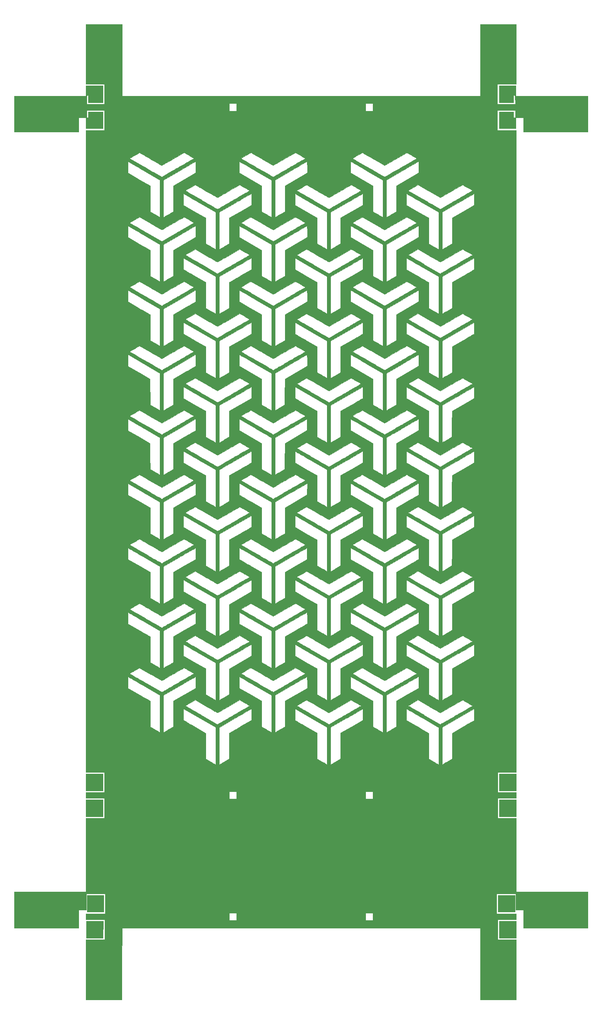
<source format=gbr>
%TF.GenerationSoftware,KiCad,Pcbnew,(5.1.6)-1*%
%TF.CreationDate,2020-10-10T00:14:24+01:00*%
%TF.ProjectId,Side 1,53696465-2031-42e6-9b69-6361645f7063,rev?*%
%TF.SameCoordinates,Original*%
%TF.FileFunction,Copper,L2,Bot*%
%TF.FilePolarity,Positive*%
%FSLAX46Y46*%
G04 Gerber Fmt 4.6, Leading zero omitted, Abs format (unit mm)*
G04 Created by KiCad (PCBNEW (5.1.6)-1) date 2020-10-10 00:14:24*
%MOMM*%
%LPD*%
G01*
G04 APERTURE LIST*
%TA.AperFunction,EtchedComponent*%
%ADD10C,0.010000*%
%TD*%
G04 APERTURE END LIST*
D10*
%TO.C,G\u002A\u002A\u002A*%
G36*
X157225750Y-189051583D02*
G01*
X157231157Y-190898375D01*
X157236565Y-192745167D01*
X153532166Y-192745167D01*
X153532166Y-189040767D01*
X157225750Y-189051583D01*
G37*
X157225750Y-189051583D02*
X157231157Y-190898375D01*
X157236565Y-192745167D01*
X153532166Y-192745167D01*
X153532166Y-189040767D01*
X157225750Y-189051583D01*
G36*
X66367833Y-192745167D02*
G01*
X62663434Y-192745167D01*
X62674250Y-189051583D01*
X64521041Y-189046175D01*
X66367833Y-189040767D01*
X66367833Y-192745167D01*
G37*
X66367833Y-192745167D02*
X62663434Y-192745167D01*
X62674250Y-189051583D01*
X64521041Y-189046175D01*
X66367833Y-189040767D01*
X66367833Y-192745167D01*
G36*
X157231157Y-196602792D02*
G01*
X157225750Y-198449583D01*
X153532166Y-198460399D01*
X153532166Y-194756000D01*
X157236565Y-194756000D01*
X157231157Y-196602792D01*
G37*
X157231157Y-196602792D02*
X157225750Y-198449583D01*
X153532166Y-198460399D01*
X153532166Y-194756000D01*
X157236565Y-194756000D01*
X157231157Y-196602792D01*
G36*
X66367833Y-198460167D02*
G01*
X64529861Y-198460167D01*
X64254583Y-198460008D01*
X63991475Y-198459547D01*
X63743610Y-198458807D01*
X63514060Y-198457812D01*
X63305896Y-198456585D01*
X63122192Y-198455149D01*
X62966019Y-198453528D01*
X62840451Y-198451746D01*
X62748558Y-198449825D01*
X62693414Y-198447789D01*
X62677777Y-198446055D01*
X62675665Y-198423248D01*
X62673649Y-198361181D01*
X62671751Y-198262924D01*
X62669997Y-198131551D01*
X62668408Y-197970134D01*
X62667008Y-197781745D01*
X62665822Y-197569456D01*
X62664871Y-197336340D01*
X62664181Y-197085469D01*
X62663773Y-196819915D01*
X62663666Y-196593972D01*
X62663666Y-194756000D01*
X66367833Y-194756000D01*
X66367833Y-198460167D01*
G37*
X66367833Y-198460167D02*
X64529861Y-198460167D01*
X64254583Y-198460008D01*
X63991475Y-198459547D01*
X63743610Y-198458807D01*
X63514060Y-198457812D01*
X63305896Y-198456585D01*
X63122192Y-198455149D01*
X62966019Y-198453528D01*
X62840451Y-198451746D01*
X62748558Y-198449825D01*
X62693414Y-198447789D01*
X62677777Y-198446055D01*
X62675665Y-198423248D01*
X62673649Y-198361181D01*
X62671751Y-198262924D01*
X62669997Y-198131551D01*
X62668408Y-197970134D01*
X62667008Y-197781745D01*
X62665822Y-197569456D01*
X62664871Y-197336340D01*
X62664181Y-197085469D01*
X62663773Y-196819915D01*
X62663666Y-196593972D01*
X62663666Y-194756000D01*
X66367833Y-194756000D01*
X66367833Y-198460167D01*
G36*
X157003500Y-219394000D02*
G01*
X153299100Y-219394000D01*
X153304508Y-217547208D01*
X153309916Y-215700417D01*
X157003500Y-215689601D01*
X157003500Y-219394000D01*
G37*
X157003500Y-219394000D02*
X153299100Y-219394000D01*
X153304508Y-217547208D01*
X153309916Y-215700417D01*
X157003500Y-215689601D01*
X157003500Y-219394000D01*
G36*
X64743291Y-215695009D02*
G01*
X66590083Y-215700417D01*
X66595491Y-217547208D01*
X66600899Y-219394000D01*
X62896500Y-219394000D01*
X62896500Y-215689601D01*
X64743291Y-215695009D01*
G37*
X64743291Y-215695009D02*
X66590083Y-215700417D01*
X66595491Y-217547208D01*
X66600899Y-219394000D01*
X62896500Y-219394000D01*
X62896500Y-215689601D01*
X64743291Y-215695009D01*
G36*
X157231157Y-223251625D02*
G01*
X157225750Y-225098417D01*
X155378958Y-225103824D01*
X153532166Y-225109232D01*
X153532166Y-221404833D01*
X157236565Y-221404833D01*
X157231157Y-223251625D01*
G37*
X157231157Y-223251625D02*
X157225750Y-225098417D01*
X155378958Y-225103824D01*
X153532166Y-225109232D01*
X153532166Y-221404833D01*
X157236565Y-221404833D01*
X157231157Y-223251625D01*
G36*
X66441916Y-225098417D02*
G01*
X64595125Y-225103824D01*
X62748333Y-225109232D01*
X62748333Y-221404833D01*
X66452732Y-221404833D01*
X66441916Y-225098417D01*
G37*
X66441916Y-225098417D02*
X64595125Y-225103824D01*
X62748333Y-225109232D01*
X62748333Y-221404833D01*
X66452732Y-221404833D01*
X66441916Y-225098417D01*
G36*
X70601166Y-40175833D02*
G01*
X149341166Y-40175833D01*
X149341166Y-24427833D01*
X157215166Y-24427833D01*
X157215166Y-37593500D01*
X153130000Y-37593500D01*
X153130000Y-41996167D01*
X157046264Y-41996167D01*
X157035250Y-40080583D01*
X156860625Y-40074435D01*
X156685999Y-40068288D01*
X156686000Y-40862894D01*
X156686000Y-41657500D01*
X153489833Y-41657500D01*
X153489833Y-37953333D01*
X157194000Y-37953333D01*
X157194000Y-40175833D01*
X172963166Y-40175833D01*
X172963166Y-48049833D01*
X158866166Y-48049833D01*
X158866166Y-44938333D01*
X157194000Y-44938333D01*
X157194000Y-47351333D01*
X153489833Y-47351333D01*
X153489833Y-43647167D01*
X156686000Y-43647167D01*
X156686000Y-44917167D01*
X157045833Y-44917167D01*
X157045833Y-43308500D01*
X153129803Y-43308500D01*
X153135193Y-45504542D01*
X153140583Y-47700583D01*
X155177875Y-47705981D01*
X157215166Y-47711378D01*
X157215166Y-188702333D01*
X153172333Y-188702333D01*
X153172333Y-193105000D01*
X157215166Y-193105000D01*
X157215166Y-194396167D01*
X153172333Y-194396167D01*
X153172333Y-198798833D01*
X157215166Y-198798833D01*
X157215166Y-214991333D01*
X172963166Y-214991333D01*
X172963166Y-222886500D01*
X158866166Y-222886500D01*
X158866166Y-218949500D01*
X157194000Y-218949500D01*
X157194000Y-215351167D01*
X152960666Y-215351167D01*
X152960666Y-219753833D01*
X157215166Y-219753833D01*
X157215166Y-221045000D01*
X153172333Y-221045000D01*
X153172333Y-225447667D01*
X157215166Y-225447667D01*
X157215166Y-238634500D01*
X149341166Y-238634500D01*
X149341166Y-222886500D01*
X70601223Y-222886500D01*
X70595903Y-230755208D01*
X70590583Y-238623917D01*
X66662458Y-238629264D01*
X66257791Y-238629739D01*
X65864476Y-238630054D01*
X65484603Y-238630213D01*
X65120263Y-238630219D01*
X64773547Y-238630079D01*
X64446543Y-238629797D01*
X64141343Y-238629377D01*
X63860036Y-238628824D01*
X63604713Y-238628144D01*
X63377465Y-238627339D01*
X63180380Y-238626416D01*
X63015550Y-238625378D01*
X62885064Y-238624231D01*
X62791013Y-238622979D01*
X62735487Y-238621627D01*
X62720166Y-238620444D01*
X62719036Y-238598405D01*
X62717929Y-238535644D01*
X62716849Y-238433774D01*
X62715800Y-238294406D01*
X62714785Y-238119153D01*
X62713808Y-237909627D01*
X62712871Y-237667438D01*
X62711979Y-237394200D01*
X62711135Y-237091525D01*
X62710343Y-236761024D01*
X62709606Y-236404308D01*
X62708926Y-236022992D01*
X62708309Y-235618685D01*
X62707757Y-235193000D01*
X62707274Y-234747550D01*
X62706863Y-234283945D01*
X62706527Y-233803798D01*
X62706271Y-233308722D01*
X62706097Y-232800327D01*
X62706010Y-232280226D01*
X62706000Y-232026972D01*
X62706000Y-225447667D01*
X66791166Y-225447667D01*
X66791166Y-221045000D01*
X62706000Y-221045000D01*
X62706000Y-219753833D01*
X66939333Y-219753833D01*
X66939333Y-219584500D01*
X94159666Y-219584500D01*
X94159666Y-221214333D01*
X95810666Y-221214333D01*
X95810666Y-219584500D01*
X124110500Y-219584500D01*
X124110500Y-221214333D01*
X125761500Y-221214333D01*
X125761500Y-219584500D01*
X124110500Y-219584500D01*
X95810666Y-219584500D01*
X94159666Y-219584500D01*
X66939333Y-219584500D01*
X66939333Y-215351167D01*
X62748572Y-215351167D01*
X62737750Y-218938917D01*
X61907067Y-218944454D01*
X61076385Y-218949991D01*
X61065583Y-222875917D01*
X46968583Y-222875917D01*
X46963235Y-218933625D01*
X46957889Y-214991333D01*
X62706000Y-214991333D01*
X62706000Y-198798833D01*
X66727666Y-198798833D01*
X66727666Y-194396167D01*
X62706000Y-194396167D01*
X62706000Y-193105000D01*
X66727666Y-193105000D01*
X66727666Y-192914500D01*
X94159666Y-192914500D01*
X94159666Y-194565500D01*
X95810666Y-194565500D01*
X95810666Y-192914500D01*
X124110500Y-192914500D01*
X124110500Y-194565500D01*
X125761500Y-194565500D01*
X125761500Y-192914500D01*
X124110500Y-192914500D01*
X95810666Y-192914500D01*
X94159666Y-192914500D01*
X66727666Y-192914500D01*
X66727666Y-188702548D01*
X64722125Y-188697149D01*
X62716583Y-188691750D01*
X62715101Y-168949774D01*
X71871166Y-168949774D01*
X71871166Y-170219243D01*
X74268291Y-171600656D01*
X74562869Y-171770467D01*
X74847926Y-171934892D01*
X75121243Y-172092646D01*
X75380602Y-172242444D01*
X75623785Y-172383002D01*
X75848572Y-172513034D01*
X76052745Y-172631256D01*
X76234086Y-172736383D01*
X76390376Y-172827130D01*
X76519398Y-172902213D01*
X76618931Y-172960347D01*
X76686758Y-173000247D01*
X76720661Y-173020629D01*
X76723548Y-173022504D01*
X76781679Y-173062940D01*
X76787048Y-175889060D01*
X76792416Y-178715180D01*
X77871547Y-179337840D01*
X78066862Y-179450483D01*
X78250994Y-179556573D01*
X78420723Y-179654259D01*
X78572828Y-179741695D01*
X78704088Y-179817031D01*
X78811285Y-179878420D01*
X78891196Y-179924012D01*
X78940603Y-179951960D01*
X78956338Y-179960500D01*
X78956904Y-179939672D01*
X78957444Y-179878548D01*
X78957957Y-179779161D01*
X78958440Y-179643549D01*
X78958890Y-179473747D01*
X78959306Y-179271791D01*
X78959685Y-179039717D01*
X78960024Y-178779561D01*
X78960322Y-178493358D01*
X78960576Y-178183145D01*
X78960783Y-177850957D01*
X78960942Y-177498831D01*
X78961032Y-177188559D01*
X79728363Y-177188559D01*
X79728492Y-177585037D01*
X79728821Y-177956341D01*
X79729348Y-178300968D01*
X79730065Y-178617412D01*
X79730969Y-178904170D01*
X79732054Y-179159737D01*
X79733315Y-179382608D01*
X79734748Y-179571278D01*
X79736346Y-179724244D01*
X79738106Y-179839999D01*
X79740022Y-179917041D01*
X79742088Y-179953863D01*
X79742968Y-179956990D01*
X79764280Y-179945396D01*
X79818970Y-179914487D01*
X79903769Y-179866138D01*
X80015409Y-179802224D01*
X80150620Y-179724623D01*
X80306133Y-179635209D01*
X80478680Y-179535859D01*
X80664991Y-179428450D01*
X80843365Y-179325500D01*
X81924688Y-178701083D01*
X81928638Y-176707642D01*
X84130048Y-176707642D01*
X84130571Y-176866799D01*
X84131732Y-176995735D01*
X84133589Y-177097477D01*
X84136199Y-177175052D01*
X84139620Y-177231489D01*
X84143909Y-177269813D01*
X84149124Y-177293054D01*
X84155323Y-177304238D01*
X84156192Y-177304955D01*
X84177878Y-177318054D01*
X84234058Y-177351049D01*
X84322558Y-177402680D01*
X84441203Y-177471688D01*
X84587819Y-177556813D01*
X84760233Y-177656796D01*
X84956269Y-177770377D01*
X85173753Y-177896296D01*
X85410512Y-178033295D01*
X85664371Y-178180113D01*
X85933156Y-178335491D01*
X86214692Y-178498169D01*
X86506806Y-178666888D01*
X86601168Y-178721374D01*
X89016166Y-180115754D01*
X89016166Y-185774871D01*
X90100958Y-186402122D01*
X90297068Y-186515372D01*
X90482304Y-186622064D01*
X90653420Y-186720345D01*
X90807167Y-186808365D01*
X90940300Y-186884270D01*
X91049571Y-186946210D01*
X91131733Y-186992333D01*
X91183538Y-187020787D01*
X91201625Y-187029769D01*
X91203226Y-187008983D01*
X91204783Y-186947901D01*
X91206288Y-186848560D01*
X91207733Y-186712998D01*
X91209109Y-186543253D01*
X91210410Y-186341363D01*
X91211627Y-186109363D01*
X91212751Y-185849293D01*
X91213777Y-185563190D01*
X91214694Y-185253090D01*
X91215496Y-184921032D01*
X91216175Y-184569053D01*
X91216722Y-184199191D01*
X91217130Y-183813483D01*
X91217391Y-183413966D01*
X91217497Y-183002678D01*
X91217500Y-182936691D01*
X91217500Y-178847368D01*
X91958333Y-178847368D01*
X91958333Y-182938767D01*
X91958424Y-183351630D01*
X91958690Y-183753048D01*
X91959122Y-184140981D01*
X91959713Y-184513392D01*
X91960452Y-184868243D01*
X91961331Y-185203495D01*
X91962342Y-185517110D01*
X91963474Y-185807050D01*
X91964720Y-186071276D01*
X91966070Y-186307751D01*
X91967516Y-186514435D01*
X91969049Y-186689291D01*
X91970659Y-186830281D01*
X91972339Y-186935365D01*
X91974078Y-187002507D01*
X91975869Y-187029667D01*
X91976148Y-187030167D01*
X91997224Y-187019866D01*
X92051663Y-186990201D01*
X92136197Y-186943028D01*
X92247560Y-186880201D01*
X92382482Y-186803575D01*
X92537698Y-186715007D01*
X92709938Y-186616351D01*
X92895934Y-186509462D01*
X93071523Y-186408259D01*
X94149083Y-185786352D01*
X94154451Y-182959479D01*
X94159820Y-180132606D01*
X94217951Y-180092544D01*
X94243161Y-180077200D01*
X94302833Y-180042004D01*
X94394747Y-179988241D01*
X94516688Y-179917197D01*
X94666438Y-179830157D01*
X94841779Y-179728405D01*
X95040492Y-179613227D01*
X95260362Y-179485908D01*
X95499170Y-179347734D01*
X95754699Y-179199989D01*
X96024730Y-179043959D01*
X96307048Y-178880929D01*
X96599433Y-178712184D01*
X96673208Y-178669621D01*
X99070333Y-177286761D01*
X99070333Y-176018366D01*
X99070011Y-175754322D01*
X99069068Y-175516372D01*
X99067539Y-175306713D01*
X99065458Y-175127540D01*
X99062859Y-174981051D01*
X99059776Y-174869443D01*
X99056244Y-174794912D01*
X99052297Y-174759655D01*
X99050644Y-174757028D01*
X99030598Y-174768165D01*
X98975674Y-174799452D01*
X98887651Y-174849861D01*
X98768310Y-174918368D01*
X98619431Y-175003947D01*
X98442793Y-175105573D01*
X98240176Y-175222220D01*
X98013359Y-175352864D01*
X97764123Y-175496479D01*
X97494248Y-175652039D01*
X97205512Y-175818519D01*
X96899696Y-175994893D01*
X96578580Y-176180138D01*
X96243943Y-176373226D01*
X95897565Y-176573133D01*
X95541226Y-176778833D01*
X95494644Y-176805725D01*
X91958333Y-178847368D01*
X91217500Y-178847368D01*
X91217500Y-178843215D01*
X84137250Y-174754217D01*
X84131732Y-176018567D01*
X84130686Y-176286553D01*
X84130106Y-176515236D01*
X84130048Y-176707642D01*
X81928638Y-176707642D01*
X81933810Y-174097333D01*
X84507726Y-174097333D01*
X84525766Y-174108825D01*
X84578705Y-174140453D01*
X84664776Y-174191191D01*
X84782212Y-174260015D01*
X84929248Y-174345897D01*
X85104118Y-174447811D01*
X85305054Y-174564733D01*
X85530292Y-174695636D01*
X85778064Y-174839495D01*
X86046605Y-174995283D01*
X86334148Y-175161974D01*
X86638928Y-175338543D01*
X86959177Y-175523964D01*
X87293131Y-175717211D01*
X87639022Y-175917258D01*
X87995085Y-176123079D01*
X88047835Y-176153562D01*
X91587916Y-178199207D01*
X91651416Y-178163141D01*
X91676005Y-178149008D01*
X91735432Y-178114766D01*
X91827872Y-178061469D01*
X91951497Y-177990168D01*
X92104484Y-177901919D01*
X92285005Y-177797775D01*
X92491234Y-177678789D01*
X92721347Y-177546014D01*
X92973517Y-177400505D01*
X93245918Y-177243315D01*
X93536725Y-177075497D01*
X93844111Y-176898106D01*
X94166252Y-176712193D01*
X94501320Y-176518814D01*
X94847490Y-176319021D01*
X95191541Y-176120445D01*
X95545763Y-175915910D01*
X95890049Y-175716943D01*
X96222617Y-175524582D01*
X96541684Y-175339863D01*
X96845465Y-175163826D01*
X97132178Y-174997509D01*
X97400038Y-174841948D01*
X97647263Y-174698182D01*
X97872069Y-174567249D01*
X98072672Y-174450186D01*
X98247289Y-174348033D01*
X98394137Y-174261825D01*
X98511432Y-174192602D01*
X98597391Y-174141401D01*
X98650230Y-174109261D01*
X98668166Y-174097223D01*
X98650335Y-174083951D01*
X98598970Y-174051515D01*
X98517265Y-174001806D01*
X98408412Y-173936714D01*
X98275606Y-173858128D01*
X98122039Y-173767939D01*
X97950904Y-173668036D01*
X97765395Y-173560310D01*
X97579649Y-173452960D01*
X96491131Y-172825289D01*
X94088591Y-174212525D01*
X93793939Y-174382609D01*
X93508868Y-174547069D01*
X93235585Y-174704636D01*
X92976294Y-174854042D01*
X92733203Y-174994018D01*
X92508518Y-175123298D01*
X92304443Y-175240613D01*
X92123186Y-175344695D01*
X91966952Y-175434276D01*
X91837948Y-175508088D01*
X91738378Y-175564864D01*
X91670450Y-175603334D01*
X91636369Y-175622232D01*
X91633249Y-175623818D01*
X91623694Y-175626113D01*
X91609697Y-175625065D01*
X91589405Y-175619645D01*
X91560966Y-175608824D01*
X91522526Y-175591571D01*
X91472233Y-175566858D01*
X91408232Y-175533656D01*
X91328672Y-175490934D01*
X91231699Y-175437664D01*
X91115460Y-175372817D01*
X90978102Y-175295361D01*
X90817772Y-175204270D01*
X90632617Y-175098512D01*
X90420784Y-174977058D01*
X90180419Y-174838880D01*
X89909671Y-174682948D01*
X89606685Y-174508232D01*
X89269609Y-174313703D01*
X89135869Y-174236494D01*
X86691290Y-172825111D01*
X85599494Y-173455931D01*
X85403127Y-173569560D01*
X85218098Y-173676965D01*
X85047590Y-173776274D01*
X84894786Y-173865617D01*
X84762869Y-173943125D01*
X84655024Y-174006926D01*
X84574434Y-174055151D01*
X84524281Y-174085929D01*
X84507726Y-174097333D01*
X81933810Y-174097333D01*
X81935916Y-173034821D01*
X86804250Y-170226821D01*
X86809706Y-168955327D01*
X86810528Y-168727672D01*
X86811001Y-168513080D01*
X86811137Y-168315208D01*
X86810949Y-168137712D01*
X86810448Y-167984247D01*
X86809646Y-167858471D01*
X86808555Y-167764039D01*
X86807187Y-167704608D01*
X86805555Y-167683834D01*
X86805545Y-167683833D01*
X86786530Y-167694254D01*
X86732637Y-167724835D01*
X86645638Y-167774554D01*
X86527310Y-167842390D01*
X86379425Y-167927321D01*
X86203757Y-168028324D01*
X86002082Y-168144378D01*
X85776172Y-168274462D01*
X85527803Y-168417552D01*
X85258748Y-168572627D01*
X84970781Y-168738666D01*
X84665677Y-168914647D01*
X84345209Y-169099547D01*
X84011152Y-169292344D01*
X83665280Y-169492018D01*
X83309367Y-169697545D01*
X83265255Y-169723022D01*
X79734583Y-171762210D01*
X79729238Y-175863137D01*
X79728731Y-176326105D01*
X79728442Y-176768414D01*
X79728363Y-177188559D01*
X78961032Y-177188559D01*
X78961050Y-177128802D01*
X78961105Y-176742905D01*
X78961104Y-176343178D01*
X78961045Y-175931655D01*
X78961029Y-175859458D01*
X78960059Y-171758417D01*
X75436115Y-169726417D01*
X75079188Y-169520628D01*
X74731991Y-169320496D01*
X74396308Y-169127049D01*
X74073924Y-168941313D01*
X73766622Y-168764313D01*
X73476187Y-168597077D01*
X73204403Y-168440632D01*
X72953054Y-168296002D01*
X72723925Y-168164215D01*
X72518800Y-168046298D01*
X72339463Y-167943277D01*
X72187698Y-167856178D01*
X72065290Y-167786027D01*
X71974023Y-167733852D01*
X71915682Y-167700678D01*
X71892050Y-167687533D01*
X71891668Y-167687361D01*
X71887082Y-167706651D01*
X71883034Y-167767031D01*
X71879543Y-167867262D01*
X71876631Y-168006103D01*
X71874318Y-168182315D01*
X71872623Y-168394658D01*
X71871566Y-168641892D01*
X71871169Y-168922777D01*
X71871166Y-168949774D01*
X62715101Y-168949774D01*
X62714957Y-167027667D01*
X72253506Y-167027667D01*
X72271563Y-167039142D01*
X72324536Y-167070725D01*
X72410659Y-167121392D01*
X72528167Y-167190120D01*
X72675294Y-167275883D01*
X72850273Y-167377659D01*
X73051339Y-167494424D01*
X73276725Y-167625155D01*
X73524667Y-167768827D01*
X73793397Y-167924418D01*
X74081151Y-168090902D01*
X74386162Y-168267258D01*
X74706664Y-168452460D01*
X75040891Y-168645485D01*
X75387077Y-168845311D01*
X75743457Y-169050912D01*
X75800145Y-169083606D01*
X79346686Y-171128961D01*
X79754850Y-170893356D01*
X79817791Y-170857023D01*
X79915178Y-170800806D01*
X80044795Y-170725984D01*
X80204425Y-170633835D01*
X80391853Y-170525640D01*
X80604860Y-170402679D01*
X80841232Y-170266230D01*
X81098750Y-170117573D01*
X81375200Y-169957988D01*
X81668363Y-169788754D01*
X81976024Y-169611151D01*
X82295966Y-169426459D01*
X82625973Y-169235956D01*
X82963828Y-169040923D01*
X83298027Y-168848000D01*
X83634131Y-168653916D01*
X83960207Y-168465504D01*
X84274379Y-168283853D01*
X84574768Y-168110053D01*
X84859497Y-167945196D01*
X85126689Y-167790370D01*
X85374464Y-167646667D01*
X85600947Y-167515177D01*
X85804259Y-167396989D01*
X85982522Y-167293195D01*
X86133859Y-167204883D01*
X86256393Y-167133146D01*
X86348245Y-167079072D01*
X86407538Y-167043752D01*
X86432395Y-167028276D01*
X86433070Y-167027667D01*
X86415384Y-167016139D01*
X86364909Y-166985719D01*
X86285528Y-166938660D01*
X86181124Y-166877217D01*
X86055581Y-166803644D01*
X85912781Y-166720197D01*
X85756609Y-166629129D01*
X85590947Y-166532694D01*
X85419680Y-166433148D01*
X85246689Y-166332745D01*
X85075859Y-166233739D01*
X84911073Y-166138384D01*
X84756215Y-166048936D01*
X84615167Y-165967648D01*
X84491813Y-165896776D01*
X84390037Y-165838572D01*
X84313721Y-165795293D01*
X84266749Y-165769192D01*
X84253839Y-165762526D01*
X84234232Y-165772224D01*
X84180142Y-165801912D01*
X84093718Y-165850361D01*
X83977106Y-165916341D01*
X83832455Y-165998622D01*
X83661913Y-166095974D01*
X83467627Y-166207168D01*
X83251746Y-166330973D01*
X83016418Y-166466160D01*
X82763790Y-166611500D01*
X82496010Y-166765762D01*
X82215226Y-166927717D01*
X81923587Y-167096134D01*
X81818203Y-167157040D01*
X81522816Y-167327720D01*
X81237271Y-167492571D01*
X80963740Y-167650347D01*
X80704394Y-167799801D01*
X80461404Y-167939687D01*
X80236940Y-168068758D01*
X80033175Y-168185769D01*
X79852279Y-168289471D01*
X79696423Y-168378620D01*
X79567778Y-168451969D01*
X79468516Y-168508271D01*
X79400807Y-168546280D01*
X79366823Y-168564750D01*
X79363333Y-168566358D01*
X79341369Y-168557062D01*
X79284945Y-168527754D01*
X79196220Y-168479655D01*
X79077356Y-168413990D01*
X78930513Y-168331981D01*
X78757853Y-168234852D01*
X78561534Y-168123825D01*
X78343720Y-168000124D01*
X78106569Y-167864971D01*
X77852243Y-167719591D01*
X77582903Y-167565205D01*
X77300709Y-167403038D01*
X77007822Y-167234311D01*
X76888748Y-167165599D01*
X74562718Y-165822713D01*
X79723892Y-165822713D01*
X79771571Y-165797629D01*
X79798415Y-165782593D01*
X79858434Y-165748392D01*
X79948143Y-165697028D01*
X80064057Y-165630504D01*
X80202689Y-165550823D01*
X80360555Y-165459987D01*
X80534170Y-165359999D01*
X80720048Y-165252863D01*
X80845833Y-165180316D01*
X81037080Y-165069887D01*
X81217678Y-164965412D01*
X81384232Y-164868869D01*
X81533345Y-164782236D01*
X81661620Y-164707491D01*
X81765661Y-164646612D01*
X81842072Y-164601577D01*
X81887455Y-164574364D01*
X81898798Y-164567100D01*
X81902731Y-164555853D01*
X81906317Y-164527473D01*
X81909576Y-164480177D01*
X81912528Y-164412187D01*
X81915193Y-164321723D01*
X81917590Y-164207004D01*
X81919741Y-164066251D01*
X81921663Y-163897684D01*
X81923378Y-163699522D01*
X81924905Y-163469986D01*
X81926264Y-163207296D01*
X81927474Y-162909672D01*
X81928557Y-162575335D01*
X81929530Y-162202503D01*
X81930217Y-161881992D01*
X84126666Y-161881992D01*
X84126666Y-163149818D01*
X86566125Y-164558567D01*
X89005583Y-165967317D01*
X89016319Y-171631977D01*
X90101034Y-172260200D01*
X90297107Y-172373625D01*
X90482311Y-172480508D01*
X90653402Y-172578993D01*
X90807133Y-172667223D01*
X90940259Y-172743343D01*
X91049534Y-172805496D01*
X91131712Y-172851826D01*
X91183547Y-172880476D01*
X91201678Y-172889628D01*
X91203257Y-172868924D01*
X91204739Y-172807922D01*
X91206118Y-172708658D01*
X91207390Y-172573169D01*
X91208549Y-172403490D01*
X91209590Y-172201656D01*
X91210508Y-171969703D01*
X91211297Y-171709668D01*
X91211953Y-171423586D01*
X91212469Y-171113493D01*
X91212841Y-170781424D01*
X91213063Y-170429415D01*
X91213130Y-170059503D01*
X91213037Y-169673722D01*
X91212779Y-169274109D01*
X91212350Y-168862700D01*
X91212261Y-168792661D01*
X91206929Y-164704402D01*
X91958333Y-164704402D01*
X91958333Y-168799882D01*
X91958358Y-169292635D01*
X91958442Y-169744760D01*
X91958599Y-170157962D01*
X91958842Y-170533945D01*
X91959184Y-170874413D01*
X91959639Y-171181073D01*
X91960220Y-171455629D01*
X91960941Y-171699786D01*
X91961815Y-171915248D01*
X91962855Y-172103721D01*
X91964075Y-172266909D01*
X91965489Y-172406517D01*
X91967109Y-172524250D01*
X91968949Y-172621814D01*
X91971023Y-172700912D01*
X91973344Y-172763250D01*
X91975925Y-172810532D01*
X91978780Y-172844464D01*
X91981922Y-172866750D01*
X91985365Y-172879096D01*
X91989121Y-172883205D01*
X91990462Y-172883033D01*
X92014225Y-172870457D01*
X92071294Y-172838603D01*
X92158328Y-172789380D01*
X92271983Y-172724698D01*
X92408916Y-172646465D01*
X92565784Y-172556592D01*
X92739246Y-172456988D01*
X92925956Y-172349561D01*
X93091128Y-172254363D01*
X94159666Y-171638022D01*
X94159666Y-168947024D01*
X96361000Y-168947024D01*
X96361000Y-170214744D01*
X98816333Y-171631873D01*
X101271666Y-173049001D01*
X101271666Y-178707761D01*
X102356458Y-179333803D01*
X102552614Y-179446861D01*
X102737890Y-179553366D01*
X102909037Y-179651471D01*
X103062805Y-179739325D01*
X103195946Y-179815080D01*
X103305209Y-179876886D01*
X103387346Y-179922894D01*
X103439106Y-179951255D01*
X103457125Y-179960172D01*
X103458726Y-179939379D01*
X103460283Y-179878289D01*
X103461788Y-179778942D01*
X103463233Y-179643374D01*
X103464610Y-179473623D01*
X103465910Y-179271727D01*
X103467127Y-179039723D01*
X103468252Y-178779649D01*
X103469277Y-178493543D01*
X103470194Y-178183441D01*
X103470997Y-177851383D01*
X103471675Y-177499404D01*
X103471765Y-177438344D01*
X104217902Y-177438344D01*
X104217914Y-177793558D01*
X104218042Y-178129182D01*
X104218282Y-178443179D01*
X104218632Y-178733512D01*
X104219087Y-178998146D01*
X104219647Y-179235043D01*
X104220306Y-179442167D01*
X104221063Y-179617481D01*
X104221914Y-179758949D01*
X104222857Y-179864534D01*
X104223887Y-179932200D01*
X104225003Y-179959909D01*
X104225197Y-179960500D01*
X104245098Y-179950210D01*
X104298418Y-179920568D01*
X104381931Y-179873417D01*
X104492411Y-179810599D01*
X104626632Y-179733956D01*
X104781365Y-179645330D01*
X104953386Y-179546564D01*
X105139468Y-179439499D01*
X105325918Y-179332018D01*
X106415166Y-178703536D01*
X106415166Y-176458737D01*
X108620732Y-176458737D01*
X108621078Y-176657213D01*
X108621911Y-176835585D01*
X108623201Y-176990127D01*
X108624915Y-177117115D01*
X108627024Y-177212825D01*
X108629497Y-177273530D01*
X108632206Y-177295439D01*
X108652165Y-177307654D01*
X108706645Y-177339769D01*
X108793495Y-177390537D01*
X108910562Y-177458711D01*
X109055694Y-177543045D01*
X109226741Y-177642291D01*
X109421549Y-177755202D01*
X109637968Y-177880531D01*
X109873845Y-178017031D01*
X110127029Y-178163456D01*
X110395367Y-178318558D01*
X110676709Y-178481091D01*
X110968901Y-178649806D01*
X111077125Y-178712274D01*
X113506000Y-180114135D01*
X113506000Y-185772183D01*
X114590791Y-186399940D01*
X114786890Y-186513290D01*
X114972119Y-186620101D01*
X115143231Y-186718521D01*
X115296979Y-186806692D01*
X115430116Y-186882760D01*
X115539397Y-186944869D01*
X115621573Y-186991165D01*
X115673399Y-187019792D01*
X115691511Y-187028932D01*
X115693090Y-187008231D01*
X115694572Y-186947232D01*
X115695951Y-186847971D01*
X115697223Y-186712484D01*
X115698382Y-186542807D01*
X115699423Y-186340974D01*
X115700341Y-186109023D01*
X115701130Y-185848988D01*
X115701786Y-185562906D01*
X115702302Y-185252811D01*
X115702674Y-184920740D01*
X115702710Y-184863068D01*
X116473350Y-184863068D01*
X116473451Y-185198703D01*
X116473660Y-185512712D01*
X116473976Y-185803058D01*
X116474394Y-186067704D01*
X116474912Y-186304615D01*
X116475528Y-186511752D01*
X116476238Y-186687081D01*
X116477040Y-186828564D01*
X116477931Y-186934164D01*
X116478909Y-187001846D01*
X116479970Y-187029573D01*
X116480156Y-187030167D01*
X116499956Y-187019875D01*
X116553177Y-186990228D01*
X116636595Y-186943068D01*
X116746988Y-186880237D01*
X116881132Y-186803576D01*
X117035803Y-186714928D01*
X117207779Y-186616134D01*
X117393837Y-186509037D01*
X117580876Y-186401177D01*
X118670666Y-185772188D01*
X118670666Y-180113572D01*
X121115416Y-178701312D01*
X123560166Y-177289051D01*
X123560166Y-176021276D01*
X123560033Y-175793960D01*
X123559648Y-175579714D01*
X123559037Y-175382199D01*
X123558222Y-175205075D01*
X123557228Y-175052006D01*
X123556077Y-174926652D01*
X123554795Y-174832676D01*
X123553404Y-174773738D01*
X123551940Y-174753500D01*
X123533067Y-174763920D01*
X123479314Y-174794500D01*
X123392453Y-174844217D01*
X123274257Y-174912051D01*
X123126500Y-174996980D01*
X122950954Y-175097981D01*
X122749391Y-175214034D01*
X122523586Y-175344116D01*
X122275311Y-175487207D01*
X122006339Y-175642284D01*
X121718442Y-175808327D01*
X121413394Y-175984312D01*
X121092968Y-176169219D01*
X120758936Y-176362026D01*
X120413072Y-176561712D01*
X120057148Y-176767255D01*
X120011815Y-176793437D01*
X116479916Y-178833375D01*
X116474571Y-182931771D01*
X116474088Y-183344991D01*
X116473727Y-183746767D01*
X116473485Y-184135063D01*
X116473361Y-184507842D01*
X116473350Y-184863068D01*
X115702710Y-184863068D01*
X115702896Y-184568728D01*
X115702964Y-184198811D01*
X115702871Y-183813025D01*
X115702613Y-183413405D01*
X115702184Y-183001988D01*
X115702095Y-182931696D01*
X115696750Y-178833225D01*
X112161916Y-176792754D01*
X108627083Y-174752284D01*
X108621623Y-176016374D01*
X108620903Y-176243883D01*
X108620732Y-176458737D01*
X106415166Y-176458737D01*
X106415166Y-174097333D01*
X108998293Y-174097333D01*
X109016302Y-174109250D01*
X109068872Y-174140989D01*
X109153846Y-174191309D01*
X109269066Y-174258964D01*
X109412373Y-174342712D01*
X109581610Y-174441310D01*
X109774619Y-174553512D01*
X109989242Y-174678077D01*
X110223321Y-174813761D01*
X110474698Y-174959319D01*
X110741216Y-175113509D01*
X111020716Y-175275087D01*
X111311041Y-175442809D01*
X111610032Y-175615432D01*
X111915532Y-175791713D01*
X112225383Y-175970407D01*
X112537427Y-176150272D01*
X112849506Y-176330064D01*
X113159462Y-176508539D01*
X113465138Y-176684454D01*
X113764375Y-176856565D01*
X114055015Y-177023629D01*
X114334901Y-177184402D01*
X114601875Y-177337641D01*
X114853779Y-177482102D01*
X115088454Y-177616542D01*
X115303744Y-177739717D01*
X115497490Y-177850383D01*
X115667534Y-177947298D01*
X115811718Y-178029217D01*
X115927885Y-178094898D01*
X116013876Y-178143096D01*
X116067534Y-178172568D01*
X116086612Y-178182089D01*
X116107714Y-178171707D01*
X116163677Y-178141159D01*
X116252714Y-178091466D01*
X116373036Y-178023652D01*
X116522858Y-177938739D01*
X116700390Y-177837750D01*
X116903846Y-177721708D01*
X117131439Y-177591634D01*
X117381379Y-177448552D01*
X117651881Y-177293485D01*
X117941156Y-177127454D01*
X118247418Y-176951482D01*
X118568877Y-176766592D01*
X118903748Y-176573807D01*
X119250241Y-176374148D01*
X119606571Y-176168640D01*
X119647179Y-176145208D01*
X120004153Y-175939163D01*
X120351209Y-175738737D01*
X120686576Y-175544957D01*
X121008485Y-175358850D01*
X121315166Y-175181442D01*
X121604851Y-175013758D01*
X121875768Y-174856827D01*
X122126149Y-174711673D01*
X122354225Y-174579324D01*
X122558225Y-174460806D01*
X122736380Y-174357145D01*
X122886921Y-174269367D01*
X123008078Y-174198500D01*
X123098081Y-174145568D01*
X123155161Y-174111600D01*
X123177549Y-174097620D01*
X123177820Y-174097333D01*
X123160029Y-174085110D01*
X123108805Y-174053740D01*
X123027431Y-174005150D01*
X122919191Y-173941265D01*
X122787368Y-173864010D01*
X122635244Y-173775312D01*
X122466103Y-173677097D01*
X122283228Y-173571290D01*
X122149398Y-173494083D01*
X121956478Y-173382917D01*
X121772998Y-173277189D01*
X121602522Y-173178955D01*
X121448618Y-173090269D01*
X121314850Y-173013187D01*
X121204787Y-172949763D01*
X121121993Y-172902052D01*
X121070035Y-172872109D01*
X121054628Y-172863229D01*
X120988384Y-172825042D01*
X118548668Y-174233771D01*
X118252430Y-174404736D01*
X117966191Y-174569760D01*
X117692102Y-174727612D01*
X117432311Y-174877060D01*
X117188969Y-175016874D01*
X116964225Y-175145823D01*
X116760228Y-175262676D01*
X116579129Y-175366203D01*
X116423075Y-175455172D01*
X116294218Y-175528353D01*
X116194707Y-175584515D01*
X116126690Y-175622427D01*
X116092318Y-175640858D01*
X116088483Y-175642500D01*
X116067998Y-175632106D01*
X116013018Y-175601747D01*
X115925694Y-175552652D01*
X115808177Y-175486054D01*
X115662616Y-175403183D01*
X115491161Y-175305270D01*
X115295962Y-175193546D01*
X115079170Y-175069243D01*
X114842934Y-174933591D01*
X114589405Y-174787822D01*
X114320733Y-174633167D01*
X114039068Y-174470856D01*
X113746559Y-174302121D01*
X113629405Y-174234492D01*
X113333389Y-174063677D01*
X113047467Y-173898880D01*
X112773781Y-173741326D01*
X112514470Y-173592239D01*
X112271678Y-173452844D01*
X112047546Y-173324366D01*
X111844215Y-173208030D01*
X111663827Y-173105060D01*
X111508524Y-173016682D01*
X111380446Y-172944120D01*
X111281735Y-172888598D01*
X111214534Y-172851343D01*
X111180983Y-172833577D01*
X111177470Y-172832200D01*
X111151460Y-172846039D01*
X111093604Y-172878509D01*
X111007786Y-172927356D01*
X110897889Y-172990324D01*
X110767797Y-173065160D01*
X110621393Y-173149609D01*
X110462560Y-173241417D01*
X110295182Y-173338329D01*
X110123141Y-173438090D01*
X109950322Y-173538447D01*
X109780607Y-173637144D01*
X109617880Y-173731928D01*
X109466023Y-173820543D01*
X109328922Y-173900736D01*
X109210458Y-173970251D01*
X109114515Y-174026835D01*
X109044976Y-174068232D01*
X109005725Y-174092189D01*
X108998293Y-174097333D01*
X106415166Y-174097333D01*
X106415166Y-173044794D01*
X111325660Y-170213250D01*
X111325746Y-168948542D01*
X111325495Y-168721509D01*
X111324740Y-168507550D01*
X111323529Y-168310330D01*
X111321910Y-168133516D01*
X111319929Y-167980774D01*
X111317635Y-167855769D01*
X111315074Y-167762168D01*
X111312295Y-167703636D01*
X111309400Y-167683833D01*
X111289688Y-167694253D01*
X111235100Y-167724832D01*
X111147414Y-167774547D01*
X111028407Y-167842379D01*
X110879858Y-167927305D01*
X110703544Y-168028303D01*
X110501243Y-168144353D01*
X110274733Y-168274433D01*
X110025792Y-168417520D01*
X109756198Y-168572595D01*
X109467728Y-168738634D01*
X109162160Y-168914618D01*
X108841273Y-169099523D01*
X108506843Y-169292330D01*
X108160649Y-169492015D01*
X107804469Y-169697558D01*
X107758692Y-169723982D01*
X104224416Y-171764132D01*
X104219071Y-175862316D01*
X104218590Y-176275525D01*
X104218237Y-176677291D01*
X104218009Y-177065576D01*
X104217902Y-177438344D01*
X103471765Y-177438344D01*
X103472223Y-177129544D01*
X103472631Y-176743839D01*
X103472892Y-176344327D01*
X103472997Y-175933046D01*
X103473000Y-175867304D01*
X103473000Y-171774109D01*
X99948676Y-169738862D01*
X99591621Y-169532699D01*
X99244187Y-169332153D01*
X98908167Y-169138256D01*
X98585349Y-168952038D01*
X98277525Y-168774531D01*
X97986485Y-168606764D01*
X97714021Y-168449770D01*
X97461922Y-168304579D01*
X97231979Y-168172222D01*
X97025983Y-168053730D01*
X96845724Y-167950134D01*
X96692993Y-167862465D01*
X96569580Y-167791754D01*
X96477277Y-167739032D01*
X96417873Y-167705330D01*
X96393159Y-167691678D01*
X96392676Y-167691460D01*
X96386042Y-167692722D01*
X96380388Y-167704007D01*
X96375638Y-167728333D01*
X96371715Y-167768715D01*
X96368545Y-167828170D01*
X96366050Y-167909716D01*
X96364154Y-168016369D01*
X96362782Y-168151147D01*
X96361858Y-168317065D01*
X96361304Y-168517141D01*
X96361046Y-168754392D01*
X96361000Y-168947024D01*
X94159666Y-168947024D01*
X94159666Y-167030904D01*
X96767875Y-167030904D01*
X96786876Y-167044182D01*
X96840408Y-167077193D01*
X96926311Y-167128693D01*
X97042427Y-167197441D01*
X97186596Y-167282193D01*
X97356659Y-167381708D01*
X97550458Y-167494742D01*
X97765833Y-167620052D01*
X98000626Y-167756397D01*
X98252678Y-167902533D01*
X98519829Y-168057218D01*
X98799921Y-168219209D01*
X99090794Y-168387264D01*
X99390291Y-168560140D01*
X99696251Y-168736594D01*
X100006516Y-168915384D01*
X100318927Y-169095267D01*
X100631325Y-169275000D01*
X100941551Y-169453341D01*
X101247446Y-169629047D01*
X101546851Y-169800876D01*
X101837607Y-169967584D01*
X102117555Y-170127930D01*
X102384537Y-170280671D01*
X102636393Y-170424563D01*
X102870964Y-170558365D01*
X103086091Y-170680834D01*
X103279616Y-170790726D01*
X103449380Y-170886800D01*
X103593222Y-170967813D01*
X103708985Y-171032522D01*
X103794510Y-171079685D01*
X103847638Y-171108059D01*
X103866156Y-171116467D01*
X103886613Y-171104595D01*
X103941942Y-171072585D01*
X104030355Y-171021469D01*
X104150065Y-170952280D01*
X104299284Y-170866050D01*
X104476225Y-170763813D01*
X104679099Y-170646601D01*
X104906121Y-170515446D01*
X105155502Y-170371382D01*
X105425454Y-170215440D01*
X105714190Y-170048654D01*
X106019923Y-169872057D01*
X106340865Y-169686680D01*
X106675228Y-169493556D01*
X107021225Y-169293719D01*
X107377069Y-169088201D01*
X107406731Y-169071070D01*
X107762977Y-168865260D01*
X108109301Y-168665061D01*
X108443932Y-168471501D01*
X108765096Y-168285610D01*
X109071021Y-168108419D01*
X109359934Y-167940956D01*
X109630064Y-167784252D01*
X109879638Y-167639337D01*
X110106883Y-167507240D01*
X110310027Y-167388990D01*
X110487298Y-167285619D01*
X110636922Y-167198155D01*
X110757129Y-167127628D01*
X110846144Y-167075069D01*
X110902196Y-167041506D01*
X110923512Y-167027970D01*
X110923666Y-167027767D01*
X110905845Y-167015301D01*
X110854506Y-166983615D01*
X110772834Y-166934583D01*
X110664014Y-166870079D01*
X110531233Y-166791978D01*
X110377675Y-166702152D01*
X110206527Y-166602477D01*
X110020973Y-166494825D01*
X109831903Y-166385517D01*
X108740140Y-165755388D01*
X106295512Y-167166799D01*
X105945390Y-167368898D01*
X105630044Y-167550805D01*
X105347620Y-167713549D01*
X105096264Y-167858159D01*
X104874122Y-167985665D01*
X104679341Y-168097098D01*
X104510066Y-168193486D01*
X104364444Y-168275860D01*
X104240621Y-168345249D01*
X104136744Y-168402683D01*
X104050958Y-168449191D01*
X103981409Y-168485803D01*
X103926245Y-168513550D01*
X103883611Y-168533460D01*
X103851652Y-168546563D01*
X103828517Y-168553890D01*
X103812350Y-168556469D01*
X103801298Y-168555330D01*
X103797944Y-168554088D01*
X103773404Y-168540707D01*
X103714420Y-168507408D01*
X103623197Y-168455460D01*
X103501943Y-168386130D01*
X103352862Y-168300686D01*
X103178162Y-168200398D01*
X102980047Y-168086532D01*
X102760726Y-167960357D01*
X102522402Y-167823141D01*
X102267284Y-167676153D01*
X101997576Y-167520660D01*
X101715486Y-167357930D01*
X101423218Y-167189233D01*
X101342566Y-167142663D01*
X98940129Y-165755360D01*
X97851064Y-166384472D01*
X97655069Y-166498030D01*
X97470592Y-166605571D01*
X97300803Y-166705204D01*
X97148869Y-166795039D01*
X97017961Y-166873183D01*
X96911247Y-166937745D01*
X96831897Y-166986834D01*
X96783080Y-167018560D01*
X96767875Y-167030904D01*
X94159666Y-167030904D01*
X94159666Y-165979246D01*
X96615000Y-164561476D01*
X99070333Y-163143706D01*
X99070333Y-161878936D01*
X99070124Y-161651898D01*
X99069523Y-161437933D01*
X99068566Y-161240707D01*
X99067291Y-161063887D01*
X99065735Y-160911138D01*
X99063936Y-160786126D01*
X99061930Y-160692517D01*
X99059755Y-160633978D01*
X99057491Y-160614167D01*
X99038146Y-160624584D01*
X98983918Y-160655157D01*
X98896580Y-160704866D01*
X98777905Y-160772690D01*
X98629667Y-160857611D01*
X98453639Y-160958607D01*
X98251595Y-161074658D01*
X98025308Y-161204746D01*
X97776552Y-161347850D01*
X97507099Y-161502951D01*
X97218724Y-161669027D01*
X96913199Y-161845060D01*
X96592298Y-162030029D01*
X96257794Y-162222915D01*
X95911462Y-162422698D01*
X95555073Y-162628357D01*
X95501491Y-162659284D01*
X91958333Y-164704402D01*
X91206929Y-164704402D01*
X91206916Y-164694489D01*
X87674527Y-162654328D01*
X87317445Y-162448115D01*
X86970204Y-162247630D01*
X86634578Y-162053895D01*
X86312338Y-161867931D01*
X86005257Y-161690760D01*
X85715107Y-161523403D01*
X85443662Y-161366881D01*
X85192693Y-161222217D01*
X84963973Y-161090431D01*
X84759274Y-160972545D01*
X84580370Y-160869581D01*
X84429032Y-160782560D01*
X84307034Y-160712504D01*
X84216146Y-160660433D01*
X84158143Y-160627370D01*
X84134797Y-160614337D01*
X84134402Y-160614167D01*
X84133015Y-160634723D01*
X84131708Y-160693951D01*
X84130503Y-160788189D01*
X84129422Y-160913776D01*
X84128488Y-161067050D01*
X84127723Y-161244349D01*
X84127149Y-161442013D01*
X84126790Y-161656378D01*
X84126666Y-161881992D01*
X81930217Y-161881992D01*
X81930416Y-161789397D01*
X81930548Y-161720751D01*
X81933900Y-159955994D01*
X84508304Y-159955994D01*
X84526372Y-159967850D01*
X84578987Y-159999555D01*
X84663990Y-160049864D01*
X84779222Y-160117531D01*
X84922527Y-160201311D01*
X85091746Y-160299959D01*
X85284722Y-160412230D01*
X85499297Y-160536879D01*
X85733312Y-160672659D01*
X85984611Y-160818327D01*
X86251035Y-160972636D01*
X86530426Y-161134342D01*
X86820627Y-161302199D01*
X87119480Y-161474962D01*
X87424826Y-161651386D01*
X87734509Y-161830225D01*
X88046371Y-162010235D01*
X88358252Y-162190170D01*
X88667997Y-162368785D01*
X88973446Y-162544834D01*
X89272442Y-162717073D01*
X89562828Y-162884256D01*
X89842445Y-163045137D01*
X90109135Y-163198473D01*
X90360741Y-163343017D01*
X90595105Y-163477524D01*
X90810069Y-163600749D01*
X91003476Y-163711447D01*
X91173166Y-163808372D01*
X91316984Y-163890280D01*
X91432770Y-163955924D01*
X91518367Y-164004061D01*
X91571617Y-164033444D01*
X91590278Y-164042853D01*
X91610716Y-164032461D01*
X91666019Y-164001904D01*
X91754399Y-163952206D01*
X91874072Y-163884389D01*
X92023252Y-163799479D01*
X92200154Y-163698497D01*
X92402993Y-163582469D01*
X92629982Y-163452418D01*
X92879337Y-163309367D01*
X93149273Y-163154341D01*
X93438003Y-162988362D01*
X93743743Y-162812455D01*
X94064706Y-162627644D01*
X94399109Y-162434951D01*
X94745164Y-162235401D01*
X95101088Y-162030017D01*
X95135694Y-162010040D01*
X95492423Y-161804074D01*
X95839366Y-161603694D01*
X96174744Y-161409931D01*
X96496775Y-161223817D01*
X96803678Y-161046383D01*
X97093673Y-160878660D01*
X97364978Y-160721679D01*
X97615813Y-160576471D01*
X97844397Y-160444068D01*
X98048949Y-160325502D01*
X98227688Y-160221802D01*
X98378833Y-160134001D01*
X98500603Y-160063130D01*
X98591218Y-160010220D01*
X98648897Y-159976302D01*
X98671859Y-159962407D01*
X98672171Y-159962165D01*
X98658419Y-159948243D01*
X98612330Y-159916266D01*
X98538406Y-159869037D01*
X98441146Y-159809359D01*
X98325052Y-159740034D01*
X98194626Y-159663867D01*
X98174755Y-159652400D01*
X98014979Y-159560357D01*
X97829762Y-159453690D01*
X97630358Y-159338879D01*
X97428023Y-159222404D01*
X97234013Y-159110745D01*
X97076598Y-159020170D01*
X96490446Y-158682957D01*
X94064913Y-160083422D01*
X93769337Y-160254041D01*
X93483658Y-160418867D01*
X93210042Y-160576653D01*
X92950656Y-160726152D01*
X92707666Y-160866120D01*
X92483240Y-160995310D01*
X92279544Y-161112476D01*
X92098744Y-161216371D01*
X91943007Y-161305750D01*
X91814501Y-161379367D01*
X91715391Y-161435976D01*
X91647844Y-161474330D01*
X91614026Y-161493184D01*
X91610563Y-161494944D01*
X91588985Y-161485928D01*
X91532999Y-161456923D01*
X91444817Y-161409180D01*
X91326649Y-161343948D01*
X91180707Y-161262480D01*
X91009202Y-161166026D01*
X90814346Y-161055836D01*
X90598349Y-160933161D01*
X90363424Y-160799252D01*
X90111781Y-160655359D01*
X89845632Y-160502734D01*
X89567188Y-160342627D01*
X89278661Y-160176289D01*
X89256497Y-160163494D01*
X88965147Y-159995293D01*
X88682435Y-159832106D01*
X88410693Y-159675277D01*
X88152255Y-159526152D01*
X87909454Y-159386077D01*
X87684623Y-159256397D01*
X87480094Y-159138456D01*
X87298202Y-159033602D01*
X87141279Y-158943178D01*
X87011659Y-158868530D01*
X86911673Y-158811004D01*
X86843656Y-158771944D01*
X86809941Y-158752697D01*
X86809778Y-158752606D01*
X86688307Y-158684227D01*
X85597987Y-159313816D01*
X85401744Y-159427345D01*
X85216862Y-159534712D01*
X85046527Y-159634040D01*
X84893923Y-159723452D01*
X84762235Y-159801070D01*
X84654649Y-159865019D01*
X84574348Y-159913420D01*
X84524518Y-159944398D01*
X84508304Y-159955994D01*
X81933900Y-159955994D01*
X81935916Y-158895392D01*
X84375375Y-157486791D01*
X86814833Y-156078190D01*
X86814833Y-154811345D01*
X86814679Y-154584115D01*
X86814238Y-154369956D01*
X86813534Y-154172530D01*
X86812597Y-153995501D01*
X86811454Y-153842531D01*
X86810131Y-153717283D01*
X86808656Y-153623420D01*
X86807057Y-153564606D01*
X86805380Y-153544500D01*
X86786382Y-153554921D01*
X86732505Y-153585501D01*
X86645523Y-153635220D01*
X86527210Y-153703056D01*
X86379341Y-153787986D01*
X86203688Y-153888988D01*
X86002027Y-154005042D01*
X85776131Y-154135124D01*
X85527774Y-154278213D01*
X85258730Y-154433288D01*
X84970773Y-154599326D01*
X84665678Y-154775305D01*
X84345218Y-154960204D01*
X84011167Y-155153000D01*
X83665300Y-155352672D01*
X83309389Y-155558199D01*
X83265255Y-155583688D01*
X79734583Y-157622877D01*
X79729238Y-161722795D01*
X79723892Y-165822713D01*
X74562718Y-165822713D01*
X74446747Y-165755760D01*
X74010915Y-166006814D01*
X73882337Y-166080846D01*
X73725667Y-166171000D01*
X73549528Y-166272316D01*
X73362539Y-166379838D01*
X73173323Y-166488608D01*
X72990501Y-166593668D01*
X72914246Y-166637476D01*
X72762502Y-166724927D01*
X72623037Y-166805852D01*
X72499954Y-166877825D01*
X72397358Y-166938424D01*
X72319353Y-166985225D01*
X72270041Y-167015804D01*
X72253506Y-167027667D01*
X62714957Y-167027667D01*
X62714039Y-154808554D01*
X71871166Y-154808554D01*
X71871166Y-156076136D01*
X74279281Y-157466612D01*
X74574231Y-157636963D01*
X74859521Y-157801820D01*
X75132952Y-157959908D01*
X75392326Y-158109953D01*
X75635445Y-158250680D01*
X75860111Y-158380815D01*
X76064125Y-158499083D01*
X76245290Y-158604209D01*
X76401407Y-158694920D01*
X76530278Y-158769941D01*
X76629705Y-158827997D01*
X76697489Y-158867814D01*
X76731433Y-158888118D01*
X76734614Y-158890161D01*
X76781833Y-158923234D01*
X76781833Y-164566724D01*
X77866625Y-165193365D01*
X78062430Y-165306433D01*
X78247052Y-165412965D01*
X78417282Y-165511114D01*
X78569909Y-165599032D01*
X78701726Y-165674875D01*
X78809522Y-165736794D01*
X78890088Y-165782944D01*
X78940215Y-165811477D01*
X78956708Y-165820586D01*
X78957236Y-165799818D01*
X78957740Y-165738752D01*
X78958217Y-165639424D01*
X78958666Y-165503868D01*
X78959084Y-165334122D01*
X78959469Y-165132219D01*
X78959818Y-164900196D01*
X78960131Y-164640088D01*
X78960404Y-164353931D01*
X78960635Y-164043760D01*
X78960823Y-163711610D01*
X78960965Y-163359517D01*
X78961059Y-162989517D01*
X78961103Y-162603645D01*
X78961094Y-162203936D01*
X78961032Y-161792426D01*
X78961015Y-161720125D01*
X78960031Y-157619083D01*
X75436229Y-155587083D01*
X75079310Y-155381291D01*
X74732119Y-155181156D01*
X74396441Y-154987706D01*
X74074060Y-154801966D01*
X73766761Y-154624964D01*
X73476327Y-154457726D01*
X73204544Y-154301279D01*
X72953196Y-154156649D01*
X72724066Y-154024862D01*
X72518940Y-153906945D01*
X72339602Y-153803924D01*
X72187835Y-153716827D01*
X72065425Y-153646679D01*
X71974156Y-153594508D01*
X71915812Y-153561339D01*
X71892177Y-153548199D01*
X71891796Y-153548028D01*
X71887128Y-153567322D01*
X71883021Y-153627869D01*
X71879494Y-153728591D01*
X71876564Y-153868410D01*
X71874249Y-154046249D01*
X71872565Y-154261031D01*
X71871532Y-154511677D01*
X71871167Y-154797110D01*
X71871166Y-154808554D01*
X62714039Y-154808554D01*
X62713896Y-152894761D01*
X72271294Y-152894761D01*
X72293796Y-152909600D01*
X72350672Y-152944098D01*
X72439755Y-152997010D01*
X72558875Y-153067089D01*
X72705867Y-153153086D01*
X72878562Y-153253755D01*
X73074793Y-153367849D01*
X73292393Y-153494121D01*
X73529192Y-153631324D01*
X73783026Y-153778211D01*
X74051724Y-153933534D01*
X74333121Y-154096048D01*
X74625048Y-154264504D01*
X74925337Y-154437656D01*
X75231822Y-154614256D01*
X75542335Y-154793058D01*
X75854708Y-154972815D01*
X76166773Y-155152279D01*
X76476363Y-155330204D01*
X76781311Y-155505342D01*
X77079448Y-155676447D01*
X77368608Y-155842271D01*
X77646622Y-156001567D01*
X77911323Y-156153089D01*
X78160544Y-156295589D01*
X78392116Y-156427820D01*
X78603873Y-156548536D01*
X78793647Y-156656489D01*
X78959270Y-156750432D01*
X79098574Y-156829118D01*
X79209393Y-156891300D01*
X79289558Y-156935731D01*
X79336901Y-156961164D01*
X79349609Y-156967019D01*
X79371569Y-156956175D01*
X79428383Y-156925172D01*
X79518257Y-156875035D01*
X79639393Y-156806792D01*
X79789998Y-156721468D01*
X79968276Y-156620092D01*
X80172431Y-156503689D01*
X80400668Y-156373286D01*
X80651191Y-156229912D01*
X80922204Y-156074591D01*
X81211913Y-155908351D01*
X81518522Y-155732219D01*
X81840236Y-155547221D01*
X82175258Y-155354385D01*
X82521794Y-155154737D01*
X82878048Y-154949303D01*
X82909918Y-154930917D01*
X83266477Y-154725142D01*
X83613122Y-154524979D01*
X83948081Y-154331453D01*
X84269581Y-154145595D01*
X84575850Y-153968431D01*
X84865116Y-153800990D01*
X85135607Y-153644300D01*
X85385549Y-153499390D01*
X85613170Y-153367287D01*
X85816698Y-153249020D01*
X85994360Y-153145616D01*
X86144385Y-153058105D01*
X86264999Y-152987513D01*
X86354430Y-152934870D01*
X86410906Y-152901204D01*
X86432654Y-152887542D01*
X86432850Y-152887314D01*
X86415299Y-152875524D01*
X86364971Y-152844853D01*
X86285766Y-152797570D01*
X86181580Y-152735940D01*
X86056312Y-152662230D01*
X85913858Y-152578708D01*
X85758117Y-152487641D01*
X85592987Y-152391295D01*
X85422363Y-152291937D01*
X85250145Y-152191834D01*
X85080230Y-152093253D01*
X84916515Y-151998462D01*
X84762898Y-151909726D01*
X84623277Y-151829313D01*
X84501549Y-151759490D01*
X84401612Y-151702523D01*
X84327363Y-151660680D01*
X84282700Y-151636227D01*
X84275348Y-151632472D01*
X84260594Y-151635154D01*
X84226948Y-151649311D01*
X84173069Y-151675696D01*
X84097620Y-151715063D01*
X83999259Y-151768164D01*
X83876647Y-151835753D01*
X83728445Y-151918583D01*
X83553314Y-152017408D01*
X83349913Y-152132979D01*
X83116904Y-152266051D01*
X82852946Y-152417377D01*
X82556700Y-152587710D01*
X82226826Y-152777803D01*
X81861985Y-152988409D01*
X81797495Y-153025666D01*
X81442659Y-153230606D01*
X81122657Y-153415236D01*
X80835733Y-153580536D01*
X80580132Y-153727488D01*
X80354101Y-153857073D01*
X80155882Y-153970274D01*
X79983722Y-154068072D01*
X79835865Y-154151447D01*
X79710556Y-154221382D01*
X79606040Y-154278859D01*
X79520561Y-154324857D01*
X79452366Y-154360360D01*
X79399698Y-154386349D01*
X79360802Y-154403805D01*
X79333924Y-154413709D01*
X79317308Y-154417043D01*
X79311097Y-154416115D01*
X79287589Y-154403207D01*
X79229623Y-154370378D01*
X79139392Y-154318890D01*
X79019091Y-154250005D01*
X78870913Y-154164986D01*
X78697052Y-154065094D01*
X78499702Y-153951591D01*
X78281058Y-153825739D01*
X78043312Y-153688801D01*
X77788660Y-153542037D01*
X77519295Y-153386711D01*
X77237410Y-153224084D01*
X76945200Y-153055418D01*
X76858950Y-153005618D01*
X76564795Y-152835890D01*
X76280687Y-152672205D01*
X76008787Y-152515796D01*
X75751255Y-152367894D01*
X75510251Y-152229732D01*
X75287935Y-152102543D01*
X75086466Y-151987558D01*
X74908006Y-151886010D01*
X74754713Y-151799131D01*
X74628748Y-151728153D01*
X74547393Y-151682748D01*
X79723892Y-151682748D01*
X79803321Y-151641112D01*
X79836280Y-151622814D01*
X79902192Y-151585326D01*
X79997420Y-151530746D01*
X80118323Y-151461174D01*
X80261265Y-151378706D01*
X80422607Y-151285441D01*
X80598710Y-151183477D01*
X80785936Y-151074912D01*
X80898750Y-151009422D01*
X81914750Y-150419368D01*
X81924762Y-147738646D01*
X84126666Y-147738646D01*
X84126666Y-149006988D01*
X86566125Y-150415565D01*
X89005583Y-151824142D01*
X89011488Y-154658113D01*
X89017393Y-157492083D01*
X90101571Y-158119869D01*
X90297605Y-158233261D01*
X90482769Y-158340133D01*
X90653816Y-158438626D01*
X90807498Y-158526882D01*
X90940569Y-158603042D01*
X91049782Y-158665247D01*
X91131888Y-158711639D01*
X91183642Y-158740358D01*
X91201678Y-158749577D01*
X91203257Y-158728946D01*
X91204738Y-158668016D01*
X91206117Y-158568823D01*
X91207389Y-158433401D01*
X91208548Y-158263786D01*
X91209589Y-158062012D01*
X91210507Y-157830114D01*
X91211296Y-157570126D01*
X91211951Y-157284085D01*
X91212468Y-156974024D01*
X91212840Y-156641979D01*
X91213063Y-156289985D01*
X91213073Y-156229570D01*
X91962402Y-156229570D01*
X91962414Y-156584769D01*
X91962542Y-156920377D01*
X91962782Y-157234358D01*
X91963132Y-157524675D01*
X91963588Y-157789292D01*
X91964147Y-158026171D01*
X91964807Y-158233276D01*
X91965564Y-158408571D01*
X91966415Y-158550019D01*
X91967357Y-158655583D01*
X91968388Y-158723227D01*
X91969503Y-158750913D01*
X91969697Y-158751500D01*
X91989598Y-158741210D01*
X92042918Y-158711568D01*
X92126431Y-158664417D01*
X92236911Y-158601599D01*
X92371132Y-158524956D01*
X92525865Y-158436330D01*
X92697886Y-158337564D01*
X92883968Y-158230499D01*
X93070418Y-158123018D01*
X94159666Y-157494536D01*
X94159666Y-154806944D01*
X96361293Y-154806944D01*
X96361586Y-156073917D01*
X101271666Y-158909569D01*
X101271666Y-164564191D01*
X102356458Y-165191581D01*
X102552568Y-165304869D01*
X102737805Y-165411618D01*
X102908921Y-165509975D01*
X103062669Y-165598084D01*
X103195802Y-165674092D01*
X103305073Y-165736145D01*
X103387234Y-165782388D01*
X103439039Y-165810968D01*
X103457125Y-165820069D01*
X103458726Y-165799354D01*
X103460283Y-165738343D01*
X103461788Y-165639072D01*
X103463233Y-165503580D01*
X103464609Y-165333902D01*
X103465910Y-165132077D01*
X103467127Y-164900141D01*
X103468252Y-164640131D01*
X103469277Y-164354085D01*
X103470194Y-164044039D01*
X103470996Y-163712031D01*
X103471675Y-163360097D01*
X103472222Y-162990276D01*
X103472232Y-162979943D01*
X104218255Y-162979943D01*
X104218373Y-163362877D01*
X104218675Y-163725038D01*
X104219156Y-164064604D01*
X104219811Y-164379755D01*
X104220632Y-164668670D01*
X104221616Y-164929529D01*
X104222755Y-165160509D01*
X104224043Y-165359791D01*
X104225476Y-165525554D01*
X104227047Y-165655977D01*
X104228749Y-165749239D01*
X104230579Y-165803519D01*
X104232210Y-165817657D01*
X104253415Y-165806069D01*
X104308008Y-165775174D01*
X104392720Y-165726847D01*
X104504287Y-165662963D01*
X104639440Y-165585396D01*
X104794915Y-165496021D01*
X104967444Y-165396711D01*
X105153761Y-165289342D01*
X105332619Y-165186167D01*
X106414543Y-164561750D01*
X106414838Y-161881012D01*
X108616500Y-161881012D01*
X108616500Y-163147857D01*
X111055958Y-164556458D01*
X113495416Y-165965058D01*
X113501070Y-168798237D01*
X113506725Y-171631417D01*
X114591154Y-172259157D01*
X114787218Y-172372534D01*
X114972412Y-172479393D01*
X115143488Y-172577877D01*
X115297200Y-172666127D01*
X115430298Y-172742286D01*
X115539538Y-172804494D01*
X115621671Y-172850895D01*
X115673450Y-172879628D01*
X115691511Y-172888866D01*
X115693090Y-172868239D01*
X115694571Y-172807314D01*
X115695950Y-172708125D01*
X115697222Y-172572707D01*
X115698381Y-172403095D01*
X115699422Y-172201323D01*
X115700340Y-171969427D01*
X115701129Y-171709441D01*
X115701784Y-171423399D01*
X115702301Y-171113338D01*
X115702673Y-170781290D01*
X115702896Y-170429292D01*
X115702964Y-170059377D01*
X115702950Y-169998843D01*
X116473797Y-169998843D01*
X116473908Y-170372137D01*
X116474193Y-170727645D01*
X116474645Y-171063348D01*
X116475259Y-171377227D01*
X116476028Y-171667262D01*
X116476946Y-171931436D01*
X116478006Y-172167728D01*
X116479202Y-172374120D01*
X116480529Y-172548593D01*
X116481979Y-172689128D01*
X116483546Y-172793705D01*
X116485225Y-172860306D01*
X116487009Y-172886911D01*
X116487299Y-172887323D01*
X116508430Y-172875739D01*
X116562954Y-172844854D01*
X116647606Y-172796543D01*
X116759120Y-172732678D01*
X116894233Y-172655133D01*
X117049680Y-172565783D01*
X117222195Y-172466500D01*
X117408515Y-172359158D01*
X117587690Y-172255833D01*
X118670007Y-171631417D01*
X118675329Y-168948542D01*
X120850858Y-168948542D01*
X120850882Y-170213250D01*
X125761500Y-173044620D01*
X125761500Y-178703524D01*
X126846291Y-179330915D01*
X127042403Y-179444203D01*
X127227643Y-179550952D01*
X127398764Y-179649309D01*
X127552518Y-179737418D01*
X127685657Y-179813427D01*
X127794935Y-179875479D01*
X127877105Y-179921722D01*
X127928918Y-179950302D01*
X127947011Y-179959403D01*
X127948590Y-179938687D01*
X127950072Y-179877675D01*
X127951452Y-179778400D01*
X127952723Y-179642900D01*
X127953883Y-179473211D01*
X127954924Y-179271367D01*
X127955841Y-179039405D01*
X127956631Y-178779360D01*
X127957286Y-178493269D01*
X127957802Y-178183168D01*
X127958174Y-177851092D01*
X127958396Y-177499076D01*
X127958464Y-177129158D01*
X127958371Y-176743373D01*
X127958113Y-176343756D01*
X127957684Y-175932343D01*
X127957595Y-175862304D01*
X127952264Y-171774209D01*
X128703666Y-171774209D01*
X128703666Y-175867354D01*
X128703739Y-176280307D01*
X128703951Y-176681814D01*
X128704296Y-177069838D01*
X128704767Y-177442341D01*
X128705357Y-177797285D01*
X128706058Y-178132633D01*
X128706865Y-178446347D01*
X128707768Y-178736388D01*
X128708762Y-179000719D01*
X128709840Y-179237302D01*
X128710993Y-179444100D01*
X128712216Y-179619074D01*
X128713501Y-179760186D01*
X128714841Y-179865400D01*
X128716229Y-179932676D01*
X128717658Y-179959977D01*
X128717886Y-179960500D01*
X128738289Y-179950201D01*
X128792088Y-179920537D01*
X128876042Y-179873354D01*
X128986911Y-179810498D01*
X129121454Y-179733815D01*
X129276432Y-179645152D01*
X129448605Y-179546356D01*
X129634732Y-179439273D01*
X129818552Y-179333267D01*
X130905000Y-178706034D01*
X130905000Y-176018366D01*
X133106333Y-176018366D01*
X133106333Y-177286761D01*
X135503458Y-178669621D01*
X135797996Y-178839584D01*
X136083015Y-179004151D01*
X136356299Y-179162036D01*
X136615629Y-179311954D01*
X136858789Y-179452621D01*
X137083559Y-179582750D01*
X137287724Y-179701057D01*
X137469065Y-179806256D01*
X137625364Y-179897063D01*
X137754405Y-179972192D01*
X137853969Y-180030358D01*
X137921840Y-180070276D01*
X137955798Y-180090661D01*
X137958714Y-180092544D01*
X138016846Y-180132606D01*
X138022214Y-182959731D01*
X138027583Y-185786856D01*
X139096500Y-186406792D01*
X139291413Y-186519608D01*
X139475756Y-186625865D01*
X139646218Y-186723685D01*
X139799490Y-186811191D01*
X139932265Y-186886505D01*
X140041233Y-186947749D01*
X140123085Y-186993044D01*
X140174511Y-187020513D01*
X140191875Y-187028447D01*
X140195148Y-187021163D01*
X140198158Y-186997870D01*
X140200913Y-186957067D01*
X140203424Y-186897254D01*
X140205700Y-186816933D01*
X140207750Y-186714602D01*
X140209585Y-186588762D01*
X140211214Y-186437914D01*
X140212647Y-186260558D01*
X140213893Y-186055193D01*
X140214962Y-185820321D01*
X140215865Y-185554441D01*
X140216610Y-185256054D01*
X140217208Y-184923659D01*
X140217667Y-184555758D01*
X140217705Y-184508567D01*
X140963285Y-184508567D01*
X140963323Y-184863744D01*
X140963482Y-185199329D01*
X140963758Y-185513287D01*
X140964148Y-185803580D01*
X140964648Y-186068171D01*
X140965255Y-186305024D01*
X140965966Y-186512103D01*
X140966778Y-186687370D01*
X140967686Y-186828788D01*
X140968688Y-186934321D01*
X140969781Y-187001933D01*
X140970960Y-187029586D01*
X140971164Y-187030167D01*
X140991186Y-187019884D01*
X141044632Y-186990266D01*
X141128271Y-186943153D01*
X141238872Y-186880387D01*
X141373204Y-186803810D01*
X141528035Y-186715263D01*
X141700134Y-186616589D01*
X141886271Y-186509628D01*
X142071884Y-186402755D01*
X143160500Y-185775343D01*
X143160500Y-180115750D01*
X145574277Y-178722265D01*
X145869243Y-178551942D01*
X146154336Y-178387250D01*
X146427379Y-178229447D01*
X146686196Y-178079795D01*
X146928611Y-177939556D01*
X147152446Y-177809988D01*
X147355526Y-177692355D01*
X147535675Y-177587915D01*
X147690715Y-177497931D01*
X147818471Y-177423662D01*
X147916766Y-177366371D01*
X147983424Y-177327316D01*
X148016268Y-177307760D01*
X148019253Y-177305848D01*
X148025812Y-177296585D01*
X148031351Y-177277160D01*
X148035930Y-177244487D01*
X148039612Y-177195477D01*
X148042457Y-177127044D01*
X148044529Y-177036101D01*
X148045887Y-176919558D01*
X148046595Y-176774331D01*
X148046712Y-176597330D01*
X148046302Y-176385469D01*
X148045426Y-176135660D01*
X148044933Y-176018701D01*
X148039416Y-174754486D01*
X140969750Y-178835204D01*
X140964404Y-182932685D01*
X140963927Y-183345859D01*
X140963583Y-183747588D01*
X140963370Y-184135837D01*
X140963285Y-184508567D01*
X140217705Y-184508567D01*
X140217998Y-184150850D01*
X140218211Y-183707435D01*
X140218315Y-183224014D01*
X140218329Y-182939708D01*
X140218326Y-178849250D01*
X136682019Y-176806667D01*
X136324546Y-176600211D01*
X135976803Y-176399418D01*
X135640570Y-176205314D01*
X135317626Y-176018924D01*
X135009751Y-175841274D01*
X134718725Y-175673389D01*
X134446326Y-175516296D01*
X134194334Y-175371020D01*
X133964529Y-175238586D01*
X133758690Y-175120021D01*
X133578596Y-175016350D01*
X133426028Y-174928598D01*
X133302763Y-174857791D01*
X133210583Y-174804956D01*
X133151267Y-174771116D01*
X133126593Y-174757300D01*
X133126023Y-174757028D01*
X133121922Y-174776290D01*
X133118222Y-174835689D01*
X133114959Y-174933029D01*
X133112166Y-175066115D01*
X133109878Y-175232751D01*
X133108128Y-175430742D01*
X133106952Y-175657894D01*
X133106383Y-175912009D01*
X133106333Y-176018366D01*
X130905000Y-176018366D01*
X130905000Y-174101022D01*
X133513257Y-174101022D01*
X133531961Y-174113408D01*
X133585567Y-174145905D01*
X133672301Y-174197481D01*
X133790389Y-174267104D01*
X133938059Y-174353742D01*
X134113536Y-174456364D01*
X134315047Y-174573936D01*
X134540819Y-174705426D01*
X134789077Y-174849804D01*
X135058049Y-175006036D01*
X135345960Y-175173091D01*
X135651037Y-175349937D01*
X135971507Y-175535541D01*
X136305596Y-175728872D01*
X136651531Y-175928897D01*
X137007537Y-176134584D01*
X137050726Y-176159526D01*
X140581727Y-178198625D01*
X140935076Y-177994771D01*
X140991564Y-177962176D01*
X141082571Y-177909656D01*
X141205951Y-177838448D01*
X141359560Y-177749792D01*
X141541251Y-177644925D01*
X141748879Y-177525086D01*
X141980300Y-177391512D01*
X142233368Y-177245443D01*
X142505939Y-177088115D01*
X142795866Y-176920768D01*
X143101004Y-176744640D01*
X143419209Y-176560968D01*
X143748336Y-176370991D01*
X144086238Y-176175947D01*
X144430771Y-175977074D01*
X144478687Y-175949417D01*
X144817784Y-175753619D01*
X145146871Y-175563482D01*
X145464085Y-175380086D01*
X145767564Y-175204512D01*
X146055449Y-175037840D01*
X146325876Y-174881151D01*
X146576986Y-174735526D01*
X146806916Y-174602046D01*
X147013805Y-174481791D01*
X147195792Y-174375843D01*
X147351015Y-174285282D01*
X147477614Y-174211189D01*
X147573726Y-174154644D01*
X147637490Y-174116729D01*
X147667045Y-174098524D01*
X147668974Y-174097032D01*
X147651198Y-174084073D01*
X147600458Y-174052541D01*
X147520656Y-174004673D01*
X147415694Y-173942703D01*
X147289475Y-173868867D01*
X147145901Y-173785401D01*
X146988875Y-173694540D01*
X146822297Y-173598520D01*
X146650072Y-173499576D01*
X146476101Y-173399945D01*
X146304285Y-173301861D01*
X146138529Y-173207560D01*
X145982733Y-173119278D01*
X145840801Y-173039250D01*
X145716634Y-172969713D01*
X145614134Y-172912900D01*
X145537205Y-172871049D01*
X145489747Y-172846394D01*
X145475716Y-172840537D01*
X145454617Y-172851254D01*
X145399037Y-172881932D01*
X145311138Y-172931332D01*
X145193083Y-172998217D01*
X145047035Y-173081349D01*
X144875155Y-173179490D01*
X144679606Y-173291401D01*
X144462551Y-173415846D01*
X144226152Y-173551585D01*
X143972571Y-173697381D01*
X143703971Y-173851997D01*
X143422514Y-174014193D01*
X143130362Y-174182733D01*
X143026264Y-174242829D01*
X142730985Y-174413236D01*
X142445707Y-174577698D01*
X142172587Y-174734979D01*
X141913783Y-174883845D01*
X141671450Y-175023061D01*
X141447747Y-175151391D01*
X141244829Y-175267602D01*
X141064855Y-175370458D01*
X140909980Y-175458724D01*
X140782361Y-175531166D01*
X140684157Y-175586549D01*
X140617523Y-175623637D01*
X140584616Y-175641196D01*
X140581461Y-175642500D01*
X140560946Y-175632100D01*
X140505944Y-175601721D01*
X140418607Y-175552595D01*
X140301085Y-175485954D01*
X140155526Y-175403030D01*
X139984083Y-175305056D01*
X139788904Y-175193263D01*
X139572140Y-175068883D01*
X139335941Y-174933148D01*
X139082458Y-174787290D01*
X138813839Y-174632542D01*
X138532237Y-174470135D01*
X138239800Y-174301302D01*
X138123128Y-174233894D01*
X135685535Y-172825289D01*
X134596162Y-173453453D01*
X134400097Y-173566888D01*
X134215574Y-173674379D01*
X134045765Y-173774030D01*
X133893836Y-173863947D01*
X133762960Y-173942233D01*
X133656304Y-174006993D01*
X133577038Y-174056333D01*
X133528332Y-174088356D01*
X133513257Y-174101022D01*
X130905000Y-174101022D01*
X130905000Y-173046826D01*
X133360333Y-171630869D01*
X135815666Y-170214913D01*
X135815666Y-168947108D01*
X135815577Y-168682000D01*
X135815256Y-168456190D01*
X135814625Y-168266648D01*
X135813608Y-168110338D01*
X135812125Y-167984227D01*
X135810100Y-167885283D01*
X135807453Y-167810471D01*
X135804107Y-167756759D01*
X135799985Y-167721113D01*
X135795007Y-167700500D01*
X135789097Y-167691886D01*
X135783405Y-167691684D01*
X135762070Y-167703372D01*
X135705873Y-167735212D01*
X135616606Y-167786172D01*
X135496060Y-167855221D01*
X135346025Y-167941327D01*
X135168293Y-168043459D01*
X134964655Y-168160586D01*
X134736902Y-168291677D01*
X134486825Y-168435701D01*
X134216215Y-168591626D01*
X133926863Y-168758421D01*
X133620560Y-168935054D01*
X133299098Y-169120495D01*
X132964267Y-169313713D01*
X132617859Y-169513675D01*
X132261664Y-169719351D01*
X132227405Y-169739136D01*
X128703666Y-171774209D01*
X127952264Y-171774209D01*
X127952250Y-171764109D01*
X124417844Y-169723971D01*
X124060518Y-169517762D01*
X123712954Y-169317282D01*
X123376931Y-169123551D01*
X123054225Y-168937591D01*
X122746615Y-168760423D01*
X122455878Y-168593069D01*
X122183792Y-168436550D01*
X121932134Y-168291888D01*
X121702684Y-168160104D01*
X121497217Y-168042219D01*
X121317513Y-167939256D01*
X121165348Y-167852235D01*
X121042501Y-167782177D01*
X120950749Y-167730106D01*
X120891871Y-167697041D01*
X120867643Y-167684004D01*
X120867136Y-167683833D01*
X120864210Y-167704389D01*
X120861453Y-167763611D01*
X120858912Y-167857835D01*
X120856635Y-167983394D01*
X120854669Y-168136621D01*
X120853061Y-168313852D01*
X120851859Y-168511419D01*
X120851108Y-168725657D01*
X120850858Y-168948542D01*
X118675329Y-168948542D01*
X118675628Y-168798298D01*
X118679141Y-167027720D01*
X121253000Y-167027720D01*
X121271041Y-167039358D01*
X121323987Y-167071119D01*
X121410071Y-167121978D01*
X121527527Y-167190907D01*
X121674588Y-167276881D01*
X121849487Y-167378873D01*
X122050457Y-167495857D01*
X122275732Y-167626807D01*
X122523546Y-167770697D01*
X122792130Y-167926500D01*
X123079719Y-168093189D01*
X123384547Y-168269740D01*
X123704846Y-168455125D01*
X124038849Y-168648318D01*
X124384791Y-168848293D01*
X124740903Y-169054024D01*
X124793125Y-169084183D01*
X125266311Y-169357301D01*
X125703514Y-169609352D01*
X126105289Y-169840650D01*
X126472189Y-170051510D01*
X126804768Y-170242246D01*
X127103581Y-170413172D01*
X127369180Y-170564603D01*
X127602120Y-170696854D01*
X127802955Y-170810239D01*
X127972239Y-170905072D01*
X128110526Y-170981668D01*
X128218370Y-171040341D01*
X128296325Y-171081406D01*
X128344944Y-171105177D01*
X128364782Y-171111969D01*
X128365000Y-171111884D01*
X128386293Y-171099753D01*
X128442445Y-171067481D01*
X128531660Y-171016105D01*
X128652142Y-170946663D01*
X128802094Y-170860190D01*
X128979720Y-170757724D01*
X129183223Y-170640302D01*
X129410808Y-170508959D01*
X129660677Y-170364734D01*
X129931035Y-170208663D01*
X130220085Y-170041782D01*
X130526030Y-169865128D01*
X130847076Y-169679739D01*
X131181424Y-169486651D01*
X131527279Y-169286900D01*
X131882844Y-169081524D01*
X131899833Y-169071711D01*
X132255465Y-168866215D01*
X132601227Y-168666282D01*
X132935338Y-168472947D01*
X133256018Y-168287246D01*
X133561488Y-168110212D01*
X133849968Y-167942883D01*
X134119677Y-167786292D01*
X134368836Y-167641476D01*
X134595664Y-167509469D01*
X134798382Y-167391306D01*
X134975210Y-167288023D01*
X135124368Y-167200656D01*
X135244075Y-167130238D01*
X135332553Y-167077806D01*
X135388020Y-167044395D01*
X135408697Y-167031039D01*
X135408791Y-167030904D01*
X135392040Y-167017498D01*
X135341734Y-166984924D01*
X135261043Y-166935074D01*
X135153135Y-166869839D01*
X135021181Y-166791110D01*
X134868348Y-166700779D01*
X134697805Y-166600736D01*
X134512723Y-166492874D01*
X134325601Y-166384472D01*
X133236537Y-165755360D01*
X130834100Y-167142663D01*
X130539455Y-167312760D01*
X130254388Y-167477231D01*
X129981107Y-167634810D01*
X129721818Y-167784228D01*
X129478726Y-167924217D01*
X129254037Y-168053509D01*
X129049959Y-168170836D01*
X128868696Y-168274929D01*
X128712455Y-168364520D01*
X128583443Y-168438341D01*
X128483865Y-168495125D01*
X128415927Y-168533602D01*
X128381836Y-168552505D01*
X128378715Y-168554091D01*
X128369168Y-168556412D01*
X128355241Y-168555422D01*
X128335077Y-168550092D01*
X128306825Y-168539392D01*
X128268629Y-168522292D01*
X128218637Y-168497763D01*
X128154993Y-168464774D01*
X128075846Y-168422296D01*
X127979339Y-168369298D01*
X127863621Y-168304752D01*
X127726836Y-168227627D01*
X127567132Y-168136894D01*
X127382654Y-168031523D01*
X127171548Y-167910483D01*
X126931961Y-167772746D01*
X126662039Y-167617281D01*
X126359928Y-167443059D01*
X126023774Y-167249050D01*
X125881232Y-167166753D01*
X123436697Y-165755289D01*
X122344848Y-166385467D01*
X122148438Y-166499026D01*
X121963370Y-166606409D01*
X121792828Y-166705743D01*
X121639999Y-166795154D01*
X121508067Y-166872769D01*
X121400219Y-166936714D01*
X121319639Y-166985114D01*
X121269513Y-167016097D01*
X121253000Y-167027720D01*
X118679141Y-167027720D01*
X118681250Y-165965180D01*
X121120708Y-164555448D01*
X123560166Y-163145717D01*
X123560166Y-161879942D01*
X123559908Y-161652851D01*
X123559166Y-161438865D01*
X123557984Y-161241642D01*
X123556410Y-161064842D01*
X123554488Y-160912127D01*
X123552265Y-160787156D01*
X123549788Y-160693590D01*
X123547100Y-160635087D01*
X123544291Y-160615302D01*
X123524640Y-160625847D01*
X123470124Y-160656566D01*
X123382524Y-160706435D01*
X123263618Y-160774429D01*
X123115186Y-160859524D01*
X122939006Y-160960696D01*
X122736859Y-161076920D01*
X122510523Y-161207172D01*
X122261778Y-161350427D01*
X121992402Y-161505662D01*
X121704176Y-161671851D01*
X121398879Y-161847971D01*
X121078289Y-162032997D01*
X120744185Y-162225905D01*
X120398349Y-162425670D01*
X120042557Y-162631268D01*
X120004166Y-162653457D01*
X116479916Y-164690476D01*
X116474571Y-168792436D01*
X116474122Y-169206974D01*
X116473867Y-169609783D01*
X116473797Y-169998843D01*
X115702950Y-169998843D01*
X115702871Y-169673581D01*
X115702614Y-169273939D01*
X115702186Y-168862484D01*
X115702095Y-168790579D01*
X115696750Y-164690326D01*
X112165912Y-162652246D01*
X111808863Y-162446177D01*
X111461643Y-162245834D01*
X111126025Y-162052238D01*
X110803786Y-161866413D01*
X110496697Y-161689378D01*
X110206535Y-161522155D01*
X109935073Y-161365766D01*
X109684085Y-161221232D01*
X109455346Y-161089575D01*
X109250630Y-160971816D01*
X109071711Y-160868976D01*
X108920364Y-160782078D01*
X108798362Y-160712142D01*
X108707480Y-160660189D01*
X108649492Y-160627243D01*
X108626173Y-160614323D01*
X108625787Y-160614167D01*
X108624121Y-160634723D01*
X108622551Y-160693949D01*
X108621104Y-160788183D01*
X108619806Y-160913761D01*
X108618684Y-161067020D01*
X108617766Y-161244298D01*
X108617078Y-161441931D01*
X108616647Y-161656257D01*
X108616500Y-161881012D01*
X106414838Y-161881012D01*
X106414855Y-161733542D01*
X106415050Y-159957150D01*
X108998513Y-159957150D01*
X109016646Y-159969024D01*
X109069333Y-160000733D01*
X109154414Y-160051033D01*
X109269733Y-160118679D01*
X109413130Y-160202427D01*
X109582448Y-160301032D01*
X109775527Y-160413251D01*
X109990209Y-160537838D01*
X110224336Y-160673550D01*
X110475750Y-160819141D01*
X110742292Y-160973368D01*
X111021804Y-161134986D01*
X111312127Y-161302752D01*
X111611103Y-161475419D01*
X111916573Y-161651745D01*
X112226380Y-161830485D01*
X112538365Y-162010394D01*
X112850369Y-162190227D01*
X113160234Y-162368742D01*
X113465802Y-162544693D01*
X113764914Y-162716836D01*
X114055412Y-162883926D01*
X114335137Y-163044719D01*
X114601932Y-163197971D01*
X114853637Y-163342438D01*
X115088095Y-163476874D01*
X115303146Y-163600036D01*
X115496633Y-163710680D01*
X115666397Y-163807560D01*
X115810281Y-163889433D01*
X115926124Y-163955054D01*
X116011769Y-164003179D01*
X116065059Y-164032563D01*
X116083739Y-164041986D01*
X116104554Y-164031683D01*
X116160225Y-164001215D01*
X116248962Y-163951608D01*
X116368973Y-163883886D01*
X116518465Y-163799076D01*
X116695649Y-163698202D01*
X116898731Y-163582290D01*
X117125922Y-163452366D01*
X117375428Y-163309455D01*
X117645459Y-163154582D01*
X117934224Y-162988772D01*
X118239930Y-162813052D01*
X118560787Y-162628446D01*
X118895003Y-162435980D01*
X119240786Y-162236679D01*
X119596344Y-162031568D01*
X119618572Y-162018740D01*
X119974777Y-161813115D01*
X120321297Y-161612993D01*
X120656339Y-161419413D01*
X120978111Y-161233415D01*
X121284821Y-161056036D01*
X121574675Y-160888317D01*
X121845882Y-160731295D01*
X122096650Y-160586010D01*
X122325185Y-160453501D01*
X122529695Y-160334807D01*
X122708387Y-160230965D01*
X122859470Y-160143017D01*
X122981151Y-160071999D01*
X123071638Y-160018951D01*
X123129137Y-159984913D01*
X123151856Y-159970923D01*
X123152066Y-159970751D01*
X123148765Y-159960247D01*
X123125154Y-159939241D01*
X123079266Y-159906522D01*
X123009134Y-159860878D01*
X122912791Y-159801098D01*
X122788270Y-159725970D01*
X122633605Y-159634283D01*
X122446828Y-159524826D01*
X122225972Y-159396387D01*
X122117356Y-159333469D01*
X121922720Y-159220891D01*
X121738397Y-159114385D01*
X121567758Y-159015893D01*
X121414173Y-158927355D01*
X121281012Y-158850711D01*
X121171647Y-158787901D01*
X121089446Y-158740865D01*
X121037781Y-158711544D01*
X121020645Y-158702119D01*
X121005931Y-158704768D01*
X120972416Y-158718833D01*
X120918754Y-158745070D01*
X120843600Y-158784235D01*
X120745608Y-158837085D01*
X120623433Y-158904374D01*
X120475729Y-158986859D01*
X120301152Y-159085296D01*
X120098355Y-159200440D01*
X119865994Y-159333048D01*
X119602723Y-159483876D01*
X119307197Y-159653679D01*
X118978069Y-159843214D01*
X118613996Y-160053236D01*
X118543689Y-160093827D01*
X118247487Y-160264796D01*
X117961364Y-160429827D01*
X117687462Y-160587689D01*
X117427924Y-160737153D01*
X117184891Y-160876988D01*
X116960508Y-161005966D01*
X116756916Y-161122855D01*
X116576258Y-161226427D01*
X116420677Y-161315452D01*
X116292315Y-161388699D01*
X116193315Y-161444939D01*
X116125820Y-161482942D01*
X116091972Y-161501478D01*
X116088333Y-161503167D01*
X116068570Y-161492777D01*
X116014301Y-161462427D01*
X115927670Y-161413348D01*
X115810817Y-161346768D01*
X115665887Y-161263919D01*
X115495021Y-161166029D01*
X115300362Y-161054328D01*
X115084053Y-160930047D01*
X114848237Y-160794415D01*
X114595056Y-160648662D01*
X114326653Y-160494018D01*
X114045170Y-160331713D01*
X113752750Y-160162976D01*
X113632977Y-160093827D01*
X113263207Y-159880459D01*
X112928606Y-159687698D01*
X112627804Y-159514774D01*
X112359432Y-159360918D01*
X112122118Y-159225360D01*
X111914493Y-159107330D01*
X111735187Y-159006059D01*
X111582830Y-158920777D01*
X111456051Y-158850713D01*
X111353480Y-158795100D01*
X111275733Y-158754209D01*
X116469333Y-158754209D01*
X116551640Y-158707949D01*
X116585224Y-158688798D01*
X116651799Y-158650588D01*
X116747696Y-158595431D01*
X116869248Y-158525442D01*
X117012787Y-158442732D01*
X117174646Y-158349417D01*
X117351156Y-158247607D01*
X117538650Y-158139418D01*
X117647015Y-158076868D01*
X118660083Y-157492045D01*
X118670097Y-154809208D01*
X120851467Y-154809208D01*
X120852101Y-156073917D01*
X123306800Y-157489627D01*
X125761500Y-158905337D01*
X125761843Y-161733544D01*
X125762186Y-164561750D01*
X126846634Y-165189631D01*
X127042695Y-165303025D01*
X127227885Y-165409898D01*
X127398959Y-165508390D01*
X127552669Y-165596644D01*
X127685769Y-165672802D01*
X127795012Y-165735005D01*
X127877150Y-165781396D01*
X127928938Y-165810116D01*
X127947011Y-165819339D01*
X127948590Y-165798698D01*
X127950072Y-165737759D01*
X127951451Y-165638558D01*
X127952723Y-165503130D01*
X127953883Y-165333509D01*
X127954924Y-165131733D01*
X127955841Y-164899835D01*
X127956631Y-164639852D01*
X127957286Y-164353818D01*
X127957802Y-164043769D01*
X127958174Y-163711741D01*
X127958396Y-163359769D01*
X127958464Y-162989887D01*
X127958371Y-162604132D01*
X127958113Y-162204539D01*
X127957684Y-161793143D01*
X127957595Y-161722982D01*
X127952263Y-157634761D01*
X128703666Y-157634761D01*
X128703666Y-161727964D01*
X128703725Y-162140919D01*
X128703898Y-162542429D01*
X128704180Y-162930456D01*
X128704565Y-163302963D01*
X128705046Y-163657910D01*
X128705618Y-163993261D01*
X128706276Y-164306978D01*
X128707013Y-164597022D01*
X128707824Y-164861357D01*
X128708704Y-165097944D01*
X128709645Y-165304745D01*
X128710643Y-165479723D01*
X128711691Y-165620839D01*
X128712785Y-165726057D01*
X128713917Y-165793337D01*
X128715083Y-165820643D01*
X128715269Y-165821167D01*
X128735187Y-165810864D01*
X128788509Y-165781185D01*
X128872012Y-165733974D01*
X128982470Y-165671076D01*
X129116657Y-165594334D01*
X129271349Y-165505594D01*
X129443320Y-165406699D01*
X129629345Y-165299494D01*
X129815936Y-165191755D01*
X130905000Y-164562343D01*
X130905000Y-161878936D01*
X133106333Y-161878936D01*
X133106333Y-163143706D01*
X135561666Y-164561476D01*
X138017000Y-165979246D01*
X138017000Y-171637763D01*
X139101396Y-172264298D01*
X139297498Y-172377445D01*
X139482734Y-172484025D01*
X139653856Y-172582186D01*
X139807614Y-172670079D01*
X139940757Y-172745854D01*
X140050035Y-172807661D01*
X140132199Y-172853650D01*
X140183999Y-172881972D01*
X140202063Y-172890833D01*
X140203705Y-172870006D01*
X140205301Y-172808884D01*
X140206843Y-172709505D01*
X140208324Y-172573906D01*
X140209735Y-172404127D01*
X140211068Y-172202204D01*
X140212315Y-171970177D01*
X140213468Y-171710083D01*
X140214519Y-171423960D01*
X140215459Y-171113847D01*
X140216281Y-170781781D01*
X140216977Y-170429800D01*
X140217498Y-170085537D01*
X140963558Y-170085537D01*
X140963680Y-170475662D01*
X140963997Y-170842728D01*
X140964501Y-171185074D01*
X140965187Y-171501042D01*
X140966051Y-171788970D01*
X140967086Y-172047199D01*
X140968287Y-172274070D01*
X140969649Y-172467922D01*
X140971166Y-172627095D01*
X140972833Y-172749931D01*
X140974644Y-172834769D01*
X140976594Y-172879948D01*
X140977853Y-172887323D01*
X140999117Y-172875738D01*
X141053771Y-172844853D01*
X141138545Y-172796542D01*
X141250171Y-172732679D01*
X141385381Y-172655138D01*
X141540906Y-172565794D01*
X141713479Y-172466521D01*
X141899830Y-172359192D01*
X142078497Y-172256179D01*
X143160347Y-171632107D01*
X143171083Y-165966993D01*
X145610541Y-164558476D01*
X148050000Y-163149958D01*
X148050000Y-161882062D01*
X148049877Y-161654736D01*
X148049522Y-161440478D01*
X148048959Y-161242951D01*
X148048208Y-161065816D01*
X148047292Y-160912734D01*
X148046232Y-160787367D01*
X148045050Y-160693375D01*
X148043768Y-160634422D01*
X148042419Y-160614167D01*
X148023609Y-160624582D01*
X147969913Y-160655147D01*
X147883104Y-160704842D01*
X147764953Y-160772644D01*
X147617234Y-160857533D01*
X147441720Y-160958488D01*
X147240183Y-161074487D01*
X147014396Y-161204510D01*
X146766131Y-161347535D01*
X146497163Y-161502541D01*
X146209262Y-161668508D01*
X145904203Y-161844413D01*
X145583757Y-162029237D01*
X145249698Y-162221957D01*
X144903798Y-162421553D01*
X144547829Y-162627003D01*
X144502294Y-162653288D01*
X140969750Y-164692409D01*
X140964404Y-168793403D01*
X140963914Y-169242748D01*
X140963634Y-169674012D01*
X140963558Y-170085537D01*
X140217498Y-170085537D01*
X140217537Y-170059943D01*
X140217955Y-169674248D01*
X140218223Y-169274753D01*
X140218331Y-168863495D01*
X140218333Y-168798665D01*
X140218333Y-164706498D01*
X136675348Y-162660332D01*
X136317651Y-162453791D01*
X135969744Y-162252978D01*
X135633400Y-162058913D01*
X135310392Y-161872617D01*
X135002493Y-161695110D01*
X134711477Y-161527411D01*
X134439117Y-161370543D01*
X134187185Y-161225524D01*
X133957455Y-161093375D01*
X133751701Y-160975116D01*
X133571695Y-160871769D01*
X133419211Y-160784352D01*
X133296021Y-160713886D01*
X133203899Y-160661393D01*
X133144618Y-160627891D01*
X133119952Y-160614401D01*
X133119348Y-160614167D01*
X133117012Y-160634722D01*
X133114810Y-160693945D01*
X133112780Y-160788169D01*
X133110961Y-160913729D01*
X133109389Y-161066957D01*
X133108102Y-161244189D01*
X133107139Y-161441759D01*
X133106537Y-161655999D01*
X133106333Y-161878936D01*
X130905000Y-161878936D01*
X130905000Y-159960429D01*
X133517759Y-159960429D01*
X133523375Y-159971344D01*
X133533188Y-159979167D01*
X133561149Y-159996447D01*
X133623105Y-160033267D01*
X133716886Y-160088376D01*
X133840322Y-160160522D01*
X133991245Y-160248453D01*
X134167485Y-160350918D01*
X134366873Y-160466666D01*
X134587238Y-160594444D01*
X134826411Y-160733002D01*
X135082223Y-160881087D01*
X135352504Y-161037449D01*
X135635085Y-161200835D01*
X135927797Y-161369995D01*
X136228469Y-161543676D01*
X136534932Y-161720627D01*
X136845017Y-161899597D01*
X137156554Y-162079334D01*
X137467373Y-162258586D01*
X137775306Y-162436103D01*
X138078182Y-162610631D01*
X138373833Y-162780921D01*
X138660088Y-162945720D01*
X138934778Y-163103777D01*
X139195734Y-163253840D01*
X139440785Y-163394658D01*
X139667764Y-163524979D01*
X139874499Y-163643552D01*
X140058821Y-163749125D01*
X140218562Y-163840447D01*
X140351551Y-163916265D01*
X140455619Y-163975330D01*
X140528597Y-164016388D01*
X140568314Y-164038189D01*
X140575213Y-164041519D01*
X140596190Y-164031265D01*
X140652031Y-164000849D01*
X140740951Y-163951291D01*
X140861162Y-163883613D01*
X141010879Y-163798837D01*
X141188314Y-163697983D01*
X141391681Y-163582073D01*
X141619194Y-163452128D01*
X141869066Y-163309171D01*
X142139509Y-163154221D01*
X142428739Y-162988302D01*
X142734968Y-162812434D01*
X143056409Y-162627638D01*
X143391276Y-162434936D01*
X143737782Y-162235350D01*
X144094142Y-162029901D01*
X144135795Y-162005875D01*
X144492809Y-161799840D01*
X144839859Y-161599374D01*
X145175176Y-161405506D01*
X145496995Y-161219263D01*
X145803549Y-161041674D01*
X146093069Y-160873768D01*
X146363791Y-160716571D01*
X146613946Y-160571114D01*
X146841768Y-160438424D01*
X147045489Y-160319529D01*
X147223344Y-160215457D01*
X147373565Y-160127238D01*
X147494385Y-160055899D01*
X147584038Y-160002469D01*
X147640756Y-159967976D01*
X147662773Y-159953448D01*
X147662997Y-159953088D01*
X147644657Y-159940720D01*
X147593536Y-159909506D01*
X147513544Y-159861716D01*
X147408589Y-159799622D01*
X147282582Y-159725493D01*
X147139431Y-159641602D01*
X146983047Y-159550219D01*
X146817337Y-159453614D01*
X146646212Y-159354060D01*
X146473581Y-159253826D01*
X146303354Y-159155184D01*
X146139439Y-159060405D01*
X145985745Y-158971759D01*
X145846183Y-158891518D01*
X145724662Y-158821952D01*
X145625091Y-158765333D01*
X145551379Y-158723930D01*
X145507435Y-158700016D01*
X145497663Y-158695252D01*
X145476885Y-158704544D01*
X145421629Y-158733838D01*
X145334045Y-158781911D01*
X145216284Y-158847542D01*
X145070496Y-158929507D01*
X144898832Y-159026585D01*
X144703443Y-159137554D01*
X144486478Y-159261192D01*
X144250088Y-159396275D01*
X143996424Y-159541582D01*
X143727636Y-159695891D01*
X143445875Y-159857980D01*
X143153291Y-160026625D01*
X143033690Y-160095656D01*
X142683266Y-160297761D01*
X142354944Y-160486651D01*
X142049987Y-160661614D01*
X141769661Y-160821935D01*
X141515230Y-160966899D01*
X141287960Y-161095791D01*
X141089115Y-161207898D01*
X140919959Y-161302505D01*
X140781759Y-161378897D01*
X140675778Y-161436361D01*
X140603281Y-161474181D01*
X140565534Y-161491643D01*
X140560354Y-161492738D01*
X140538399Y-161480816D01*
X140481970Y-161448950D01*
X140393240Y-161398388D01*
X140274381Y-161330381D01*
X140127565Y-161246177D01*
X139954965Y-161147027D01*
X139758752Y-161034180D01*
X139541100Y-160908885D01*
X139304180Y-160772392D01*
X139050164Y-160625951D01*
X138781225Y-160470811D01*
X138499535Y-160308221D01*
X138207266Y-160139432D01*
X138107201Y-160081622D01*
X135810772Y-158754792D01*
X140959059Y-158754792D01*
X141103838Y-158673771D01*
X141150464Y-158647378D01*
X141229640Y-158602205D01*
X141337244Y-158540618D01*
X141469154Y-158464984D01*
X141621246Y-158377668D01*
X141789398Y-158281036D01*
X141969486Y-158177455D01*
X142157388Y-158069290D01*
X142204047Y-158042417D01*
X143159475Y-157492083D01*
X143171083Y-151823963D01*
X145610541Y-150415657D01*
X148050000Y-149007351D01*
X148050000Y-147741092D01*
X148049742Y-147513962D01*
X148049000Y-147299938D01*
X148047818Y-147102679D01*
X148046244Y-146925845D01*
X148044323Y-146773094D01*
X148042102Y-146648086D01*
X148039625Y-146554478D01*
X148036938Y-146495931D01*
X148034125Y-146476097D01*
X148014471Y-146486651D01*
X147959949Y-146517372D01*
X147872339Y-146567236D01*
X147753420Y-146635218D01*
X147604971Y-146720295D01*
X147428772Y-146821442D01*
X147226603Y-146937635D01*
X147000244Y-147067850D01*
X146751473Y-147211063D01*
X146482071Y-147366249D01*
X146193817Y-147532386D01*
X145888490Y-147708447D01*
X145567870Y-147893410D01*
X145233737Y-148086250D01*
X144887871Y-148285943D01*
X144532050Y-148491464D01*
X144494000Y-148513447D01*
X140969750Y-150549534D01*
X140964404Y-154652163D01*
X140959059Y-158754792D01*
X135810772Y-158754792D01*
X135686331Y-158682893D01*
X135100123Y-159020138D01*
X134923022Y-159122014D01*
X134727430Y-159234510D01*
X134524622Y-159351141D01*
X134325874Y-159465423D01*
X134142459Y-159570874D01*
X134000634Y-159652400D01*
X133850313Y-159738971D01*
X133733150Y-159807127D01*
X133645518Y-159859403D01*
X133583791Y-159898336D01*
X133544340Y-159926461D01*
X133523538Y-159946314D01*
X133517759Y-159960429D01*
X130905000Y-159960429D01*
X130905000Y-158907478D01*
X133359991Y-157490697D01*
X135814983Y-156073917D01*
X135815325Y-154806944D01*
X135815307Y-154541952D01*
X135815047Y-154316257D01*
X135814469Y-154126825D01*
X135813495Y-153970620D01*
X135812048Y-153844606D01*
X135810050Y-153745749D01*
X135807424Y-153671012D01*
X135804093Y-153617360D01*
X135799980Y-153581759D01*
X135795006Y-153561172D01*
X135789096Y-153552565D01*
X135783371Y-153552364D01*
X135762032Y-153564053D01*
X135705832Y-153595894D01*
X135616561Y-153646854D01*
X135496010Y-153715903D01*
X135345971Y-153802008D01*
X135168236Y-153904140D01*
X134964594Y-154021266D01*
X134736837Y-154152356D01*
X134486756Y-154296378D01*
X134216142Y-154452300D01*
X133926787Y-154619093D01*
X133620482Y-154795723D01*
X133299017Y-154981161D01*
X132964184Y-155174375D01*
X132617774Y-155374333D01*
X132261577Y-155580004D01*
X132227371Y-155599759D01*
X128703666Y-157634761D01*
X127952263Y-157634761D01*
X127952250Y-157624798D01*
X124417974Y-155584649D01*
X124060655Y-155378436D01*
X123713097Y-155177952D01*
X123377077Y-154984217D01*
X123054374Y-154798253D01*
X122746766Y-154621082D01*
X122456030Y-154453725D01*
X122183944Y-154297204D01*
X121932287Y-154152540D01*
X121702835Y-154020755D01*
X121497366Y-153902870D01*
X121317660Y-153799907D01*
X121165492Y-153712887D01*
X121042642Y-153642832D01*
X120950887Y-153590763D01*
X120892004Y-153557702D01*
X120867773Y-153544670D01*
X120867266Y-153544500D01*
X120864326Y-153565055D01*
X120861576Y-153624278D01*
X120859060Y-153718502D01*
X120856826Y-153844060D01*
X120854918Y-153997287D01*
X120853383Y-154174518D01*
X120852266Y-154372085D01*
X120851613Y-154586322D01*
X120851467Y-154809208D01*
X118670097Y-154809208D01*
X118670666Y-154656983D01*
X118677280Y-152885242D01*
X121253295Y-152885242D01*
X121271321Y-152897144D01*
X121323893Y-152928896D01*
X121408853Y-152979251D01*
X121524044Y-153046965D01*
X121667308Y-153130791D01*
X121836488Y-153229486D01*
X122029426Y-153341802D01*
X122243965Y-153466495D01*
X122477947Y-153602320D01*
X122729214Y-153748032D01*
X122995610Y-153902384D01*
X123274976Y-154064132D01*
X123565154Y-154232030D01*
X123863989Y-154404833D01*
X124169321Y-154581296D01*
X124478993Y-154760173D01*
X124790848Y-154940219D01*
X125102728Y-155120188D01*
X125412476Y-155298836D01*
X125717934Y-155474917D01*
X126016945Y-155647185D01*
X126307350Y-155814396D01*
X126586994Y-155975304D01*
X126853717Y-156128663D01*
X127105362Y-156273228D01*
X127339772Y-156407755D01*
X127554790Y-156530997D01*
X127748258Y-156641709D01*
X127918017Y-156738646D01*
X128061912Y-156820563D01*
X128177783Y-156886214D01*
X128263474Y-156934354D01*
X128316828Y-156963738D01*
X128335593Y-156973145D01*
X128356028Y-156962754D01*
X128411322Y-156932190D01*
X128499691Y-156882478D01*
X128619349Y-156814642D01*
X128768511Y-156729705D01*
X128945393Y-156628692D01*
X129148209Y-156512626D01*
X129375174Y-156382532D01*
X129624503Y-156239433D01*
X129894410Y-156084353D01*
X130183112Y-155918316D01*
X130488823Y-155742347D01*
X130809757Y-155557468D01*
X131144130Y-155364705D01*
X131490156Y-155165081D01*
X131846051Y-154959620D01*
X131881010Y-154939430D01*
X132237733Y-154733402D01*
X132584697Y-154533004D01*
X132920121Y-154339265D01*
X133242222Y-154153215D01*
X133549219Y-153975882D01*
X133839329Y-153808297D01*
X134110772Y-153651489D01*
X134361765Y-153506488D01*
X134590526Y-153374322D01*
X134795273Y-153256021D01*
X134974225Y-153152615D01*
X135125600Y-153065133D01*
X135247616Y-152994605D01*
X135338491Y-152942059D01*
X135396443Y-152908526D01*
X135419691Y-152895034D01*
X135420033Y-152894830D01*
X135404943Y-152883012D01*
X135356889Y-152852252D01*
X135279595Y-152804736D01*
X135176781Y-152742647D01*
X135052169Y-152668172D01*
X134909482Y-152583494D01*
X134752442Y-152490799D01*
X134584769Y-152392271D01*
X134410187Y-152290096D01*
X134232416Y-152186458D01*
X134055180Y-152083541D01*
X133882199Y-151983532D01*
X133717196Y-151888614D01*
X133563892Y-151800973D01*
X133426009Y-151722793D01*
X133365563Y-151688802D01*
X133233211Y-151614621D01*
X130808880Y-153014452D01*
X130513381Y-153185034D01*
X130227781Y-153349821D01*
X129954247Y-153507567D01*
X129694945Y-153657026D01*
X129452043Y-153796951D01*
X129227707Y-153926095D01*
X129024104Y-154043213D01*
X128843402Y-154147058D01*
X128687768Y-154236384D01*
X128559369Y-154309944D01*
X128460371Y-154366493D01*
X128392942Y-154404782D01*
X128359249Y-154423568D01*
X128355841Y-154425299D01*
X128335681Y-154415843D01*
X128281447Y-154386739D01*
X128195740Y-154339476D01*
X128081165Y-154275542D01*
X127940326Y-154196426D01*
X127775824Y-154103617D01*
X127590265Y-153998605D01*
X127386251Y-153882878D01*
X127166386Y-153757925D01*
X126933273Y-153625235D01*
X126689516Y-153486297D01*
X126437717Y-153342600D01*
X126180482Y-153195632D01*
X125920412Y-153046884D01*
X125660112Y-152897842D01*
X125402184Y-152749998D01*
X125149233Y-152604839D01*
X124903861Y-152463854D01*
X124668673Y-152328533D01*
X124446271Y-152200364D01*
X124239259Y-152080836D01*
X124050241Y-151971439D01*
X123881819Y-151873660D01*
X123736597Y-151788989D01*
X123617180Y-151718916D01*
X123526169Y-151664928D01*
X123473213Y-151632874D01*
X123458240Y-151632660D01*
X123427728Y-151642685D01*
X123379353Y-151664205D01*
X123310792Y-151698475D01*
X123219721Y-151746751D01*
X123103815Y-151810287D01*
X122960751Y-151890340D01*
X122788205Y-151988164D01*
X122583854Y-152105014D01*
X122346088Y-152241735D01*
X122149519Y-152355223D01*
X121964305Y-152462592D01*
X121793633Y-152561968D01*
X121640686Y-152651474D01*
X121508650Y-152729235D01*
X121400711Y-152793376D01*
X121320052Y-152842020D01*
X121269860Y-152873292D01*
X121253295Y-152885242D01*
X118677280Y-152885242D01*
X118681250Y-151821921D01*
X121120518Y-150413085D01*
X123559786Y-149004250D01*
X123559976Y-147739542D01*
X123559780Y-147512509D01*
X123559149Y-147298550D01*
X123558125Y-147101330D01*
X123556746Y-146924516D01*
X123555054Y-146771773D01*
X123553089Y-146646768D01*
X123550892Y-146553167D01*
X123548503Y-146494636D01*
X123546012Y-146474833D01*
X123526530Y-146485249D01*
X123472167Y-146515816D01*
X123384701Y-146565512D01*
X123265910Y-146633316D01*
X123117570Y-146718205D01*
X122941460Y-146819159D01*
X122739358Y-146935155D01*
X122513040Y-147065172D01*
X122264284Y-147208189D01*
X121994869Y-147363183D01*
X121706570Y-147529133D01*
X121401167Y-147705017D01*
X121080437Y-147889814D01*
X120746157Y-148082502D01*
X120400105Y-148282059D01*
X120044058Y-148487463D01*
X120001320Y-148512125D01*
X116470783Y-150549417D01*
X116469333Y-158754209D01*
X111275733Y-158754209D01*
X111273748Y-158753165D01*
X111215483Y-158724141D01*
X111177316Y-158707258D01*
X111157877Y-158701744D01*
X111155633Y-158702119D01*
X111122025Y-158720084D01*
X111057498Y-158756221D01*
X110965949Y-158808263D01*
X110851275Y-158873942D01*
X110717375Y-158950991D01*
X110568147Y-159037141D01*
X110407487Y-159130124D01*
X110239295Y-159227674D01*
X110067467Y-159327522D01*
X109895902Y-159427401D01*
X109728497Y-159525042D01*
X109569151Y-159618178D01*
X109421760Y-159704541D01*
X109290223Y-159781864D01*
X109178437Y-159847878D01*
X109090300Y-159900317D01*
X109029711Y-159936911D01*
X109000566Y-159955394D01*
X108998513Y-159957150D01*
X106415050Y-159957150D01*
X106415166Y-158905334D01*
X108791125Y-157533894D01*
X109084766Y-157364368D01*
X109369179Y-157200112D01*
X109642109Y-157042428D01*
X109901303Y-156892622D01*
X110144508Y-156751997D01*
X110369470Y-156621858D01*
X110573936Y-156503510D01*
X110755653Y-156398256D01*
X110912366Y-156307402D01*
X111041823Y-156232252D01*
X111141770Y-156174109D01*
X111209954Y-156134279D01*
X111244120Y-156114066D01*
X111246458Y-156112628D01*
X111325833Y-156062802D01*
X111325833Y-154803651D01*
X111325564Y-154577131D01*
X111324791Y-154363692D01*
X111323561Y-154167009D01*
X111321922Y-153990756D01*
X111319923Y-153838606D01*
X111317610Y-153714235D01*
X111315033Y-153621316D01*
X111312238Y-153563523D01*
X111309391Y-153544500D01*
X111289678Y-153554919D01*
X111235089Y-153585498D01*
X111147402Y-153635212D01*
X111028393Y-153703043D01*
X110879842Y-153787967D01*
X110703527Y-153888963D01*
X110501224Y-154005011D01*
X110274712Y-154135087D01*
X110025769Y-154278172D01*
X109756173Y-154433244D01*
X109467701Y-154599280D01*
X109162131Y-154775259D01*
X108841242Y-154960161D01*
X108506810Y-155152963D01*
X108160615Y-155352644D01*
X107804433Y-155558183D01*
X107758683Y-155584591D01*
X104224416Y-157624682D01*
X104219071Y-161724706D01*
X104218599Y-162159036D01*
X104218329Y-162578055D01*
X104218255Y-162979943D01*
X103472232Y-162979943D01*
X103472630Y-162604603D01*
X103472891Y-162205116D01*
X103472997Y-161793852D01*
X103473000Y-161727971D01*
X103473000Y-157634776D01*
X99948676Y-155599529D01*
X99591621Y-155393366D01*
X99244187Y-155192820D01*
X98908167Y-154998923D01*
X98585349Y-154812705D01*
X98277525Y-154635197D01*
X97986485Y-154467431D01*
X97714021Y-154310437D01*
X97461922Y-154165246D01*
X97231979Y-154032889D01*
X97025983Y-153914397D01*
X96845724Y-153810801D01*
X96692993Y-153723132D01*
X96569580Y-153652421D01*
X96477277Y-153599699D01*
X96417873Y-153565996D01*
X96393159Y-153552345D01*
X96392676Y-153552126D01*
X96386041Y-153553386D01*
X96380389Y-153564666D01*
X96375644Y-153588983D01*
X96371731Y-153629356D01*
X96368575Y-153688803D01*
X96366099Y-153770341D01*
X96364229Y-153876988D01*
X96362889Y-154011763D01*
X96362003Y-154177682D01*
X96361497Y-154377764D01*
X96361294Y-154615026D01*
X96361293Y-154806944D01*
X94159666Y-154806944D01*
X94159666Y-152885448D01*
X96737529Y-152885448D01*
X96850889Y-152949905D01*
X96880725Y-152967053D01*
X96945323Y-153004322D01*
X97042809Y-153060628D01*
X97171306Y-153134886D01*
X97328940Y-153226010D01*
X97513834Y-153332916D01*
X97724113Y-153454519D01*
X97957901Y-153589735D01*
X98213322Y-153737477D01*
X98488501Y-153896662D01*
X98781562Y-154066204D01*
X99090629Y-154245019D01*
X99413826Y-154432022D01*
X99749279Y-154626127D01*
X100095111Y-154826250D01*
X100382666Y-154992660D01*
X100768482Y-155215779D01*
X101138427Y-155429405D01*
X101491047Y-155632707D01*
X101824886Y-155824856D01*
X102138488Y-156005022D01*
X102430398Y-156172376D01*
X102699161Y-156326087D01*
X102943321Y-156465327D01*
X103161423Y-156589265D01*
X103352012Y-156697071D01*
X103513631Y-156787917D01*
X103644825Y-156860972D01*
X103744140Y-156915406D01*
X103810120Y-156950390D01*
X103841309Y-156965095D01*
X103843416Y-156965520D01*
X103865784Y-156954537D01*
X103922999Y-156923390D01*
X104013264Y-156873107D01*
X104134779Y-156804717D01*
X104285746Y-156719248D01*
X104464366Y-156617729D01*
X104668840Y-156501188D01*
X104897369Y-156370654D01*
X105148154Y-156227155D01*
X105419398Y-156071719D01*
X105709300Y-155905375D01*
X106016062Y-155729152D01*
X106337886Y-155544078D01*
X106672973Y-155351181D01*
X107019523Y-155151490D01*
X107375739Y-154946034D01*
X107404391Y-154929499D01*
X107760770Y-154723766D01*
X108107229Y-154523624D01*
X108441994Y-154330104D01*
X108763293Y-154144234D01*
X109069352Y-153967046D01*
X109358400Y-153799568D01*
X109628662Y-153642831D01*
X109878367Y-153497865D01*
X110105741Y-153365699D01*
X110309012Y-153247364D01*
X110486407Y-153143889D01*
X110636152Y-153056304D01*
X110756476Y-152985639D01*
X110845604Y-152932925D01*
X110901765Y-152899190D01*
X110923186Y-152885465D01*
X110923349Y-152885242D01*
X110905576Y-152872509D01*
X110854263Y-152840594D01*
X110772596Y-152791374D01*
X110663758Y-152726723D01*
X110530937Y-152648518D01*
X110377316Y-152558633D01*
X110206080Y-152458945D01*
X110020415Y-152351329D01*
X109830578Y-152241735D01*
X109592195Y-152104660D01*
X109387935Y-151987864D01*
X109215475Y-151890092D01*
X109072490Y-151810087D01*
X108956657Y-151746595D01*
X108865651Y-151698360D01*
X108797150Y-151664128D01*
X108748829Y-151642641D01*
X108718364Y-151632647D01*
X108703453Y-151632874D01*
X108638435Y-151672137D01*
X108542813Y-151728742D01*
X108419190Y-151801199D01*
X108270170Y-151888020D01*
X108098355Y-151987716D01*
X107906350Y-152098797D01*
X107696757Y-152219776D01*
X107472181Y-152349163D01*
X107235224Y-152485470D01*
X106988490Y-152627207D01*
X106734583Y-152772885D01*
X106476105Y-152921017D01*
X106215660Y-153070112D01*
X105955852Y-153218682D01*
X105699285Y-153365238D01*
X105448560Y-153508291D01*
X105206283Y-153646353D01*
X104975055Y-153777934D01*
X104757482Y-153901546D01*
X104556166Y-154015699D01*
X104373710Y-154118905D01*
X104212718Y-154209675D01*
X104075793Y-154286520D01*
X103965540Y-154347952D01*
X103884560Y-154392480D01*
X103835458Y-154418618D01*
X103820742Y-154425267D01*
X103799218Y-154413518D01*
X103743207Y-154381834D01*
X103654877Y-154331460D01*
X103536397Y-154263645D01*
X103389931Y-154179633D01*
X103217649Y-154080671D01*
X103021716Y-153968005D01*
X102804301Y-153842883D01*
X102567569Y-153706549D01*
X102313690Y-153560252D01*
X102044829Y-153405236D01*
X101763153Y-153242748D01*
X101470831Y-153074036D01*
X101367637Y-153014458D01*
X98943321Y-151614696D01*
X98811035Y-151688839D01*
X98767175Y-151713747D01*
X98690686Y-151757550D01*
X98585577Y-151817940D01*
X98455857Y-151892606D01*
X98305536Y-151979238D01*
X98138624Y-152075527D01*
X97959130Y-152179163D01*
X97771064Y-152287836D01*
X97708139Y-152324215D01*
X96737529Y-152885448D01*
X94159666Y-152885448D01*
X94159666Y-151835891D01*
X96614454Y-150420070D01*
X99069241Y-149004250D01*
X99070333Y-146455428D01*
X98726375Y-146654510D01*
X98671018Y-146686522D01*
X98581128Y-146738465D01*
X98458834Y-146809112D01*
X98306268Y-146897230D01*
X98125559Y-147001591D01*
X97918838Y-147120963D01*
X97688236Y-147254118D01*
X97435883Y-147399824D01*
X97163909Y-147556853D01*
X96874445Y-147723973D01*
X96569621Y-147899954D01*
X96251567Y-148083567D01*
X95922415Y-148273582D01*
X95584295Y-148468768D01*
X95239336Y-148667895D01*
X95175666Y-148704648D01*
X91968916Y-150555703D01*
X91963571Y-154653602D01*
X91963090Y-155066797D01*
X91962737Y-155468547D01*
X91962509Y-155856817D01*
X91962402Y-156229570D01*
X91213073Y-156229570D01*
X91213130Y-155920075D01*
X91213038Y-155534286D01*
X91212780Y-155134652D01*
X91212352Y-154723209D01*
X91212261Y-154651634D01*
X91206916Y-150551768D01*
X87693250Y-148521716D01*
X87336838Y-148315819D01*
X86990098Y-148115557D01*
X86654819Y-147921959D01*
X86332791Y-147736059D01*
X86025803Y-147558887D01*
X85735645Y-147391475D01*
X85464106Y-147234855D01*
X85212977Y-147090058D01*
X84984047Y-146958116D01*
X84779105Y-146840061D01*
X84599942Y-146736925D01*
X84448346Y-146649739D01*
X84326107Y-146579534D01*
X84235016Y-146527342D01*
X84176861Y-146494196D01*
X84153433Y-146481126D01*
X84153125Y-146480984D01*
X84147433Y-146486562D01*
X84142566Y-146509995D01*
X84138469Y-146553921D01*
X84135086Y-146620975D01*
X84132362Y-146713792D01*
X84130241Y-146835010D01*
X84128667Y-146987263D01*
X84127586Y-147173188D01*
X84126942Y-147395421D01*
X84126679Y-147656598D01*
X84126666Y-147738646D01*
X81924762Y-147738646D01*
X81925333Y-147585803D01*
X81931940Y-145816661D01*
X84508291Y-145816661D01*
X84526423Y-145829271D01*
X84579149Y-145861644D01*
X84664306Y-145912537D01*
X84779736Y-145980707D01*
X84923276Y-146064912D01*
X85092765Y-146163908D01*
X85286043Y-146276453D01*
X85500950Y-146401304D01*
X85735323Y-146537218D01*
X85987001Y-146682953D01*
X86253825Y-146837265D01*
X86533633Y-146998912D01*
X86824265Y-147166652D01*
X87123558Y-147339240D01*
X87429353Y-147515435D01*
X87739488Y-147693994D01*
X88051803Y-147873674D01*
X88364136Y-148053232D01*
X88674327Y-148231425D01*
X88980214Y-148407011D01*
X89279637Y-148578747D01*
X89570435Y-148745390D01*
X89850447Y-148905697D01*
X90117512Y-149058425D01*
X90369469Y-149202332D01*
X90604157Y-149336175D01*
X90819415Y-149458711D01*
X91013082Y-149568698D01*
X91182998Y-149664892D01*
X91327001Y-149746050D01*
X91442930Y-149810931D01*
X91528625Y-149858291D01*
X91581925Y-149886887D01*
X91600565Y-149895546D01*
X91622077Y-149884388D01*
X91678448Y-149853091D01*
X91767876Y-149802688D01*
X91888560Y-149734210D01*
X92038700Y-149648691D01*
X92216495Y-149547162D01*
X92420145Y-149430656D01*
X92647847Y-149300205D01*
X92897802Y-149156841D01*
X93168209Y-149001598D01*
X93457266Y-148835506D01*
X93763173Y-148659599D01*
X94084129Y-148474909D01*
X94418333Y-148282468D01*
X94763985Y-148083309D01*
X95119283Y-147878463D01*
X95126739Y-147874162D01*
X95482320Y-147669057D01*
X95828292Y-147469432D01*
X96162855Y-147276330D01*
X96484205Y-147090795D01*
X96790540Y-146913868D01*
X97080056Y-146746593D01*
X97350951Y-146590012D01*
X97601422Y-146445169D01*
X97829667Y-146313105D01*
X98033883Y-146194865D01*
X98212267Y-146091489D01*
X98363017Y-146004022D01*
X98484328Y-145933506D01*
X98574400Y-145880984D01*
X98631430Y-145847498D01*
X98653613Y-145834092D01*
X98653676Y-145834046D01*
X98656697Y-145826059D01*
X98648293Y-145812932D01*
X98625969Y-145793117D01*
X98587227Y-145765068D01*
X98529571Y-145727238D01*
X98450504Y-145678079D01*
X98347530Y-145616045D01*
X98218152Y-145539589D01*
X98059873Y-145447164D01*
X97870196Y-145337223D01*
X97646626Y-145208219D01*
X97604002Y-145183667D01*
X97407364Y-145070749D01*
X97221150Y-144964447D01*
X97048669Y-144866608D01*
X96893234Y-144779081D01*
X96758155Y-144703713D01*
X96646743Y-144642354D01*
X96562310Y-144596851D01*
X96508167Y-144569053D01*
X96488000Y-144560701D01*
X96466120Y-144571273D01*
X96409762Y-144601808D01*
X96321093Y-144651070D01*
X96202277Y-144717825D01*
X96055483Y-144800838D01*
X95882875Y-144898874D01*
X95686620Y-145010698D01*
X95468884Y-145135076D01*
X95231832Y-145270772D01*
X94977632Y-145416551D01*
X94708449Y-145571180D01*
X94426450Y-145733422D01*
X94133800Y-145902044D01*
X94023837Y-145965467D01*
X93675967Y-146166143D01*
X93362879Y-146346685D01*
X93082694Y-146508131D01*
X92833532Y-146651514D01*
X92613515Y-146777872D01*
X92420764Y-146888241D01*
X92253400Y-146983656D01*
X92109545Y-147065154D01*
X91987320Y-147133771D01*
X91884845Y-147190541D01*
X91800243Y-147236503D01*
X91731634Y-147272691D01*
X91677139Y-147300141D01*
X91634880Y-147319890D01*
X91602977Y-147332974D01*
X91579553Y-147340428D01*
X91562728Y-147343289D01*
X91550623Y-147342592D01*
X91541360Y-147339374D01*
X91536753Y-147336880D01*
X91498356Y-147314609D01*
X91426740Y-147273208D01*
X91324627Y-147214247D01*
X91194743Y-147139295D01*
X91039811Y-147049923D01*
X90862556Y-146947700D01*
X90665703Y-146834195D01*
X90451974Y-146710979D01*
X90224095Y-146579621D01*
X89984790Y-146441690D01*
X89736783Y-146298757D01*
X89482797Y-146152391D01*
X89225559Y-146004162D01*
X88967790Y-145855638D01*
X88712217Y-145708391D01*
X88461562Y-145563990D01*
X88218550Y-145424004D01*
X87985906Y-145290004D01*
X87766353Y-145163558D01*
X87562617Y-145046236D01*
X87377420Y-144939609D01*
X87213487Y-144845245D01*
X87073543Y-144764715D01*
X86960311Y-144699588D01*
X86876516Y-144651434D01*
X86824883Y-144621822D01*
X86809778Y-144613217D01*
X86688307Y-144544893D01*
X85597987Y-145174482D01*
X85401744Y-145288012D01*
X85216861Y-145395379D01*
X85046525Y-145494707D01*
X84893920Y-145584119D01*
X84762230Y-145661737D01*
X84654642Y-145725686D01*
X84574339Y-145774087D01*
X84524507Y-145805065D01*
X84508291Y-145816661D01*
X81931940Y-145816661D01*
X81935916Y-144752239D01*
X84375375Y-143343788D01*
X86814833Y-141935338D01*
X86814833Y-140670252D01*
X86814575Y-140443214D01*
X86813832Y-140229272D01*
X86812650Y-140032089D01*
X86811074Y-139855326D01*
X86809152Y-139702647D01*
X86806928Y-139577712D01*
X86804449Y-139484185D01*
X86801760Y-139425729D01*
X86798958Y-139405995D01*
X86779306Y-139416507D01*
X86724788Y-139447191D01*
X86637183Y-139497022D01*
X86518272Y-139564977D01*
X86369834Y-139650030D01*
X86193647Y-139751159D01*
X85991491Y-139867340D01*
X85765146Y-139997547D01*
X85516392Y-140140758D01*
X85247006Y-140295948D01*
X84958769Y-140462092D01*
X84653460Y-140638168D01*
X84332859Y-140823150D01*
X83998744Y-141016015D01*
X83652896Y-141215739D01*
X83297093Y-141421297D01*
X83258833Y-141443407D01*
X79734583Y-143479989D01*
X79729238Y-147581369D01*
X79723892Y-151682748D01*
X74547393Y-151682748D01*
X74532270Y-151674308D01*
X74467441Y-151638830D01*
X74436418Y-151622949D01*
X74434005Y-151622197D01*
X74401018Y-151638462D01*
X74337235Y-151673207D01*
X74246511Y-151724165D01*
X74132701Y-151789065D01*
X73999663Y-151865640D01*
X73851250Y-151951621D01*
X73691319Y-152044738D01*
X73523726Y-152142724D01*
X73352326Y-152243310D01*
X73180975Y-152344227D01*
X73013528Y-152443205D01*
X72853842Y-152537978D01*
X72705771Y-152626274D01*
X72573172Y-152705827D01*
X72459900Y-152774368D01*
X72369810Y-152829627D01*
X72306760Y-152869335D01*
X72274603Y-152891225D01*
X72271294Y-152894761D01*
X62713896Y-152894761D01*
X62712977Y-140669875D01*
X71871355Y-140669875D01*
X71871544Y-141934583D01*
X74326688Y-143351471D01*
X76781833Y-144768359D01*
X76781833Y-150423771D01*
X77866625Y-151052203D01*
X78062362Y-151165555D01*
X78246925Y-151272358D01*
X78417108Y-151370762D01*
X78569705Y-151458916D01*
X78701511Y-151534971D01*
X78809319Y-151597077D01*
X78889923Y-151643384D01*
X78940118Y-151672041D01*
X78956708Y-151681234D01*
X78957239Y-151660468D01*
X78957752Y-151599404D01*
X78958243Y-151500077D01*
X78958712Y-151364524D01*
X78959154Y-151194779D01*
X78959567Y-150992878D01*
X78959950Y-150760857D01*
X78960300Y-150500750D01*
X78960614Y-150214594D01*
X78960890Y-149904424D01*
X78961125Y-149572276D01*
X78961318Y-149220184D01*
X78961465Y-148850185D01*
X78961564Y-148464314D01*
X78961613Y-148064606D01*
X78961609Y-147653096D01*
X78961603Y-147580792D01*
X78961206Y-143479750D01*
X75430457Y-141442458D01*
X75073330Y-141236433D01*
X74725985Y-141036134D01*
X74390201Y-140842583D01*
X74067756Y-140656801D01*
X73760427Y-140479811D01*
X73469991Y-140312633D01*
X73198227Y-140156290D01*
X72946911Y-140011803D01*
X72717823Y-139880194D01*
X72512738Y-139762484D01*
X72333435Y-139659694D01*
X72181692Y-139572847D01*
X72059286Y-139502964D01*
X71967995Y-139451067D01*
X71909597Y-139418177D01*
X71885868Y-139405315D01*
X71885437Y-139405167D01*
X71882878Y-139425722D01*
X71880473Y-139484945D01*
X71878262Y-139579169D01*
X71876285Y-139704727D01*
X71874584Y-139857955D01*
X71873200Y-140035186D01*
X71872174Y-140232753D01*
X71871545Y-140446991D01*
X71871355Y-140669875D01*
X62712977Y-140669875D01*
X62712833Y-138751573D01*
X72267935Y-138751573D01*
X72288190Y-138764136D01*
X72342889Y-138796511D01*
X72429870Y-138847450D01*
X72546972Y-138915708D01*
X72692033Y-139000038D01*
X72862893Y-139099194D01*
X73057390Y-139211928D01*
X73273363Y-139336995D01*
X73508650Y-139473149D01*
X73761092Y-139619141D01*
X74028525Y-139773728D01*
X74308790Y-139935660D01*
X74599725Y-140103693D01*
X74899168Y-140276580D01*
X75204959Y-140453074D01*
X75514936Y-140631929D01*
X75826938Y-140811899D01*
X76138804Y-140991736D01*
X76448372Y-141170195D01*
X76753482Y-141346028D01*
X77051972Y-141517991D01*
X77341681Y-141684835D01*
X77620447Y-141845315D01*
X77886111Y-141998183D01*
X78136509Y-142142195D01*
X78369481Y-142276102D01*
X78582867Y-142398660D01*
X78774504Y-142508620D01*
X78942231Y-142604737D01*
X79083888Y-142685765D01*
X79197313Y-142750456D01*
X79280344Y-142797564D01*
X79330821Y-142825844D01*
X79346621Y-142834167D01*
X79366322Y-142823743D01*
X79420891Y-142793154D01*
X79508546Y-142743424D01*
X79627505Y-142675577D01*
X79775989Y-142590638D01*
X79952214Y-142489630D01*
X80154401Y-142373578D01*
X80380767Y-142243504D01*
X80629531Y-142100435D01*
X80898913Y-141945393D01*
X81187130Y-141779403D01*
X81492402Y-141603488D01*
X81812946Y-141418674D01*
X82146983Y-141225983D01*
X82492730Y-141026440D01*
X82848406Y-140821070D01*
X82881891Y-140801731D01*
X83238498Y-140595728D01*
X83585346Y-140395288D01*
X83920653Y-140201445D01*
X84242635Y-140015232D01*
X84549508Y-139837684D01*
X84839490Y-139669834D01*
X85110797Y-139512715D01*
X85361646Y-139367361D01*
X85590253Y-139234806D01*
X85794836Y-139116084D01*
X85973611Y-139012228D01*
X86124795Y-138924272D01*
X86246604Y-138853249D01*
X86337255Y-138800194D01*
X86394966Y-138766140D01*
X86417952Y-138752120D01*
X86418254Y-138751879D01*
X86404033Y-138738297D01*
X86356738Y-138706232D01*
X86280220Y-138657907D01*
X86178328Y-138595543D01*
X86054915Y-138521360D01*
X85913829Y-138437582D01*
X85758923Y-138346430D01*
X85594046Y-138250126D01*
X85423049Y-138150890D01*
X85249783Y-138050946D01*
X85078098Y-137952514D01*
X84911846Y-137857816D01*
X84754876Y-137769075D01*
X84611040Y-137688511D01*
X84484188Y-137618346D01*
X84378170Y-137560803D01*
X84296837Y-137518103D01*
X84244040Y-137492466D01*
X84223995Y-137485857D01*
X84202490Y-137497603D01*
X84146526Y-137529283D01*
X84058290Y-137579637D01*
X83939969Y-137647407D01*
X83793751Y-137731333D01*
X83621824Y-137830156D01*
X83426375Y-137942619D01*
X83209591Y-138067461D01*
X82973660Y-138203425D01*
X82720771Y-138349251D01*
X82453109Y-138503681D01*
X82172863Y-138665455D01*
X81882220Y-138833315D01*
X81816918Y-138871041D01*
X81523841Y-139040350D01*
X81240412Y-139204049D01*
X80968843Y-139360864D01*
X80711347Y-139509518D01*
X80470135Y-139648735D01*
X80247420Y-139777241D01*
X80045412Y-139893758D01*
X79866326Y-139997011D01*
X79712372Y-140085725D01*
X79585762Y-140158623D01*
X79488709Y-140214429D01*
X79423425Y-140251868D01*
X79392121Y-140269664D01*
X79390087Y-140270778D01*
X79380914Y-140273152D01*
X79366750Y-140271877D01*
X79345742Y-140265924D01*
X79316041Y-140254264D01*
X79275792Y-140235868D01*
X79223145Y-140209706D01*
X79156248Y-140174750D01*
X79073250Y-140129969D01*
X78972297Y-140074336D01*
X78851539Y-140006821D01*
X78709124Y-139926394D01*
X78543199Y-139832026D01*
X78351914Y-139722689D01*
X78133416Y-139597353D01*
X77885853Y-139454988D01*
X77607374Y-139294567D01*
X77296127Y-139115059D01*
X76950260Y-138915435D01*
X76920002Y-138897966D01*
X76624602Y-138727465D01*
X76339071Y-138562748D01*
X76065580Y-138405062D01*
X75806298Y-138255656D01*
X75563398Y-138115777D01*
X75339051Y-137986673D01*
X75135426Y-137869593D01*
X74954696Y-137765784D01*
X74799030Y-137676495D01*
X74670601Y-137602974D01*
X74571578Y-137546468D01*
X74566497Y-137543587D01*
X79724000Y-137543587D01*
X79782208Y-137512360D01*
X79810993Y-137496157D01*
X79872903Y-137460758D01*
X79964432Y-137408183D01*
X80082071Y-137340455D01*
X80222314Y-137259595D01*
X80381654Y-137167624D01*
X80556585Y-137066564D01*
X80743599Y-136958438D01*
X80877583Y-136880921D01*
X81914750Y-136280710D01*
X81920632Y-133600208D01*
X84126815Y-133600208D01*
X84126965Y-134864917D01*
X86566274Y-136273084D01*
X89005583Y-137681252D01*
X89016166Y-140516660D01*
X89026750Y-143352069D01*
X90116833Y-143982016D01*
X90313113Y-144095396D01*
X90498219Y-144202227D01*
X90668950Y-144300669D01*
X90822105Y-144388881D01*
X90954483Y-144465021D01*
X91062884Y-144527249D01*
X91144107Y-144573723D01*
X91194951Y-144602602D01*
X91212208Y-144612065D01*
X91212737Y-144591248D01*
X91213243Y-144530133D01*
X91213724Y-144430757D01*
X91214178Y-144295155D01*
X91214602Y-144125363D01*
X91214995Y-143923416D01*
X91215354Y-143691351D01*
X91215676Y-143431203D01*
X91215960Y-143145008D01*
X91216203Y-142834803D01*
X91216404Y-142502622D01*
X91216559Y-142150501D01*
X91216667Y-141780477D01*
X91216667Y-141776307D01*
X91962750Y-141776307D01*
X91962868Y-142160585D01*
X91963172Y-142523691D01*
X91963657Y-142863831D01*
X91964317Y-143179212D01*
X91965146Y-143468042D01*
X91966138Y-143728527D01*
X91967287Y-143958875D01*
X91968588Y-144157293D01*
X91970034Y-144321987D01*
X91971621Y-144451166D01*
X91973342Y-144543035D01*
X91975192Y-144595802D01*
X91976765Y-144608657D01*
X91997980Y-144597069D01*
X92052583Y-144566176D01*
X92137307Y-144517852D01*
X92248884Y-144453970D01*
X92384049Y-144376407D01*
X92539535Y-144287035D01*
X92712074Y-144187729D01*
X92898402Y-144080365D01*
X93077313Y-143977167D01*
X94159321Y-143352750D01*
X94164506Y-140664318D01*
X96361000Y-140664318D01*
X96361000Y-141923469D01*
X96440375Y-141972876D01*
X96468270Y-141989425D01*
X96530578Y-142025830D01*
X96625045Y-142080787D01*
X96749419Y-142152991D01*
X96901446Y-142241139D01*
X97078873Y-142343925D01*
X97279447Y-142460045D01*
X97500916Y-142588196D01*
X97741026Y-142727073D01*
X97997524Y-142875372D01*
X98268158Y-143031788D01*
X98550673Y-143195017D01*
X98842818Y-143363755D01*
X98895708Y-143394297D01*
X101271666Y-144766310D01*
X101271854Y-147594363D01*
X101272041Y-150422417D01*
X102356645Y-151051164D01*
X102552683Y-151164671D01*
X102737856Y-151271625D01*
X102908919Y-151370168D01*
X103062627Y-151458443D01*
X103195737Y-151534595D01*
X103305004Y-151596766D01*
X103387182Y-151643101D01*
X103439027Y-151671742D01*
X103457178Y-151680872D01*
X103458757Y-151660143D01*
X103460239Y-151599117D01*
X103461618Y-151499829D01*
X103462890Y-151364316D01*
X103464050Y-151194614D01*
X103465091Y-150992759D01*
X103466008Y-150760786D01*
X103466798Y-150500732D01*
X103467453Y-150214633D01*
X103467969Y-149904525D01*
X103468341Y-149572444D01*
X103468563Y-149220425D01*
X103468630Y-148850505D01*
X103468615Y-148786940D01*
X104218300Y-148786940D01*
X104218410Y-149159600D01*
X104218694Y-149514660D01*
X104219145Y-149850087D01*
X104219756Y-150163852D01*
X104220522Y-150453922D01*
X104221436Y-150718268D01*
X104222491Y-150954858D01*
X104223682Y-151161661D01*
X104225002Y-151336646D01*
X104226445Y-151477782D01*
X104228005Y-151583039D01*
X104229674Y-151650384D01*
X104231448Y-151677787D01*
X104231773Y-151678323D01*
X104252898Y-151666735D01*
X104307411Y-151635841D01*
X104392048Y-151587515D01*
X104503544Y-151523632D01*
X104638634Y-151446066D01*
X104794053Y-151356691D01*
X104966536Y-151257383D01*
X105152818Y-151150015D01*
X105331668Y-151046833D01*
X106413516Y-150422417D01*
X106419311Y-147738155D01*
X108616500Y-147738155D01*
X108616500Y-149005004D01*
X111055958Y-150413455D01*
X113495416Y-151821905D01*
X113506000Y-154656906D01*
X113516583Y-157491907D01*
X114606666Y-158121581D01*
X114802957Y-158234918D01*
X114988072Y-158341710D01*
X115158810Y-158440115D01*
X115311970Y-158528293D01*
X115444350Y-158604403D01*
X115552749Y-158666606D01*
X115633966Y-158713060D01*
X115684800Y-158741924D01*
X115702041Y-158751377D01*
X115702571Y-158730562D01*
X115703078Y-158669450D01*
X115703562Y-158570076D01*
X115704019Y-158434476D01*
X115704447Y-158264685D01*
X115704844Y-158062741D01*
X115705208Y-157830678D01*
X115705536Y-157570531D01*
X115705826Y-157284338D01*
X115706076Y-156974134D01*
X115706284Y-156641954D01*
X115706447Y-156289835D01*
X115706564Y-155919812D01*
X115706631Y-155533921D01*
X115706647Y-155134197D01*
X115706609Y-154722677D01*
X115706597Y-154650458D01*
X115705862Y-150549417D01*
X112183363Y-148517755D01*
X111826497Y-148311954D01*
X111479344Y-148111809D01*
X111143691Y-147918348D01*
X110821323Y-147732596D01*
X110514025Y-147555583D01*
X110223583Y-147388333D01*
X109951782Y-147231876D01*
X109700408Y-147087237D01*
X109471247Y-146955445D01*
X109266084Y-146837526D01*
X109086705Y-146734507D01*
X108934895Y-146647415D01*
X108812440Y-146577278D01*
X108721125Y-146525122D01*
X108662737Y-146491976D01*
X108639060Y-146478865D01*
X108638682Y-146478700D01*
X108633501Y-146494345D01*
X108629042Y-146545596D01*
X108625287Y-146633376D01*
X108622222Y-146758609D01*
X108619829Y-146922220D01*
X108618092Y-147125134D01*
X108616995Y-147368273D01*
X108616522Y-147652563D01*
X108616500Y-147738155D01*
X106419311Y-147738155D01*
X106423458Y-145817817D01*
X108998495Y-145817817D01*
X109016608Y-145829540D01*
X109069270Y-145861108D01*
X109154321Y-145911277D01*
X109269603Y-145978802D01*
X109412959Y-146062439D01*
X109582229Y-146160942D01*
X109775255Y-146273068D01*
X109989880Y-146397571D01*
X110223945Y-146533207D01*
X110475291Y-146678732D01*
X110741761Y-146832900D01*
X111021196Y-146994468D01*
X111311439Y-147162191D01*
X111610330Y-147334823D01*
X111915712Y-147511121D01*
X112225425Y-147689839D01*
X112537313Y-147869734D01*
X112849217Y-148049560D01*
X113158979Y-148228074D01*
X113464439Y-148404029D01*
X113763441Y-148576183D01*
X114053825Y-148743289D01*
X114333434Y-148904104D01*
X114600110Y-149057383D01*
X114851693Y-149201881D01*
X115086027Y-149336355D01*
X115300952Y-149459558D01*
X115494310Y-149570246D01*
X115663943Y-149667176D01*
X115807694Y-149749102D01*
X115923402Y-149814779D01*
X116008912Y-149862964D01*
X116062063Y-149892411D01*
X116080608Y-149901896D01*
X116101105Y-149891678D01*
X116156471Y-149861310D01*
X116244916Y-149811816D01*
X116364650Y-149744218D01*
X116513885Y-149659541D01*
X116690831Y-149558808D01*
X116893699Y-149443043D01*
X117120700Y-149313270D01*
X117370045Y-149170513D01*
X117639943Y-149015795D01*
X117928607Y-148850140D01*
X118234247Y-148674572D01*
X118555074Y-148490114D01*
X118889297Y-148297790D01*
X119235130Y-148098624D01*
X119590781Y-147893640D01*
X119615441Y-147879420D01*
X119971846Y-147673864D01*
X120318565Y-147473807D01*
X120653804Y-147280287D01*
X120975771Y-147094342D01*
X121282675Y-146917010D01*
X121572723Y-146749328D01*
X121844122Y-146592335D01*
X122095082Y-146447068D01*
X122323808Y-146314565D01*
X122528510Y-146195864D01*
X122707394Y-146092004D01*
X122858669Y-146004020D01*
X122980543Y-145932953D01*
X123071222Y-145879839D01*
X123128915Y-145845716D01*
X123151830Y-145831622D01*
X123152066Y-145831431D01*
X123148777Y-145820932D01*
X123125204Y-145799946D01*
X123079376Y-145767261D01*
X123009325Y-145721663D01*
X122913082Y-145661939D01*
X122788678Y-145586878D01*
X122634144Y-145495266D01*
X122447510Y-145385891D01*
X122226808Y-145257539D01*
X122117356Y-145194136D01*
X121922717Y-145081556D01*
X121738389Y-144975048D01*
X121567743Y-144876553D01*
X121414150Y-144788011D01*
X121280979Y-144711362D01*
X121171603Y-144648547D01*
X121089390Y-144601506D01*
X121037714Y-144572180D01*
X121020568Y-144562751D01*
X121005910Y-144565345D01*
X120972593Y-144579266D01*
X120919259Y-144605275D01*
X120844553Y-144644134D01*
X120747119Y-144696604D01*
X120625599Y-144763447D01*
X120478637Y-144845424D01*
X120304876Y-144943295D01*
X120102961Y-145057824D01*
X119871534Y-145189770D01*
X119609240Y-145339895D01*
X119314721Y-145508961D01*
X118986621Y-145697729D01*
X118623583Y-145906960D01*
X118552195Y-145948138D01*
X118256195Y-146118760D01*
X117970048Y-146283438D01*
X117695920Y-146440936D01*
X117435977Y-146590022D01*
X117192386Y-146729463D01*
X116967311Y-146858025D01*
X116762920Y-146974475D01*
X116581379Y-147077578D01*
X116424853Y-147166102D01*
X116295509Y-147238813D01*
X116195513Y-147294478D01*
X116127032Y-147331862D01*
X116092230Y-147349734D01*
X116088333Y-147351154D01*
X116066453Y-147340755D01*
X116010098Y-147310390D01*
X115921431Y-147261293D01*
X115802621Y-147194697D01*
X115655832Y-147111835D01*
X115483231Y-147013941D01*
X115286985Y-146902249D01*
X115069259Y-146777991D01*
X114832220Y-146642403D01*
X114578033Y-146496716D01*
X114308865Y-146342165D01*
X114026882Y-146179984D01*
X113734250Y-146011405D01*
X113624478Y-145948099D01*
X113255639Y-145735467D01*
X112921967Y-145543422D01*
X112622081Y-145371187D01*
X112354599Y-145217988D01*
X112118138Y-145083048D01*
X111911318Y-144965594D01*
X111732757Y-144864848D01*
X111581073Y-144780037D01*
X111454885Y-144710384D01*
X111352811Y-144655115D01*
X111275574Y-144614560D01*
X116469333Y-144614560D01*
X116527541Y-144580388D01*
X116556353Y-144563660D01*
X116618327Y-144527816D01*
X116709949Y-144474884D01*
X116827707Y-144406891D01*
X116968087Y-144325864D01*
X117127576Y-144233833D01*
X117302662Y-144132824D01*
X117489830Y-144024866D01*
X117622916Y-143948114D01*
X118660083Y-143350014D01*
X118666274Y-140515048D01*
X118666726Y-140307832D01*
X120855033Y-140307832D01*
X120855537Y-140559077D01*
X120855958Y-140669235D01*
X120861416Y-141933304D01*
X123306166Y-143344730D01*
X125750916Y-144756155D01*
X125763452Y-150422417D01*
X126847267Y-151050208D01*
X127043259Y-151163614D01*
X127228382Y-151270499D01*
X127399388Y-151369002D01*
X127553031Y-151457264D01*
X127686062Y-151533426D01*
X127795235Y-151595629D01*
X127877302Y-151642012D01*
X127929015Y-151670717D01*
X127947011Y-151679916D01*
X127948590Y-151659284D01*
X127950071Y-151598354D01*
X127951451Y-151499160D01*
X127952722Y-151363738D01*
X127953881Y-151194122D01*
X127954922Y-150992347D01*
X127955840Y-150760449D01*
X127956629Y-150500461D01*
X127957285Y-150214419D01*
X127957801Y-149904358D01*
X127958173Y-149572312D01*
X127958396Y-149220317D01*
X127958422Y-149076681D01*
X128707898Y-149076681D01*
X128708063Y-149503042D01*
X128708475Y-149893119D01*
X128709132Y-150246329D01*
X128710032Y-150562093D01*
X128711172Y-150839829D01*
X128712550Y-151078957D01*
X128714165Y-151278895D01*
X128716014Y-151439063D01*
X128718094Y-151558880D01*
X128720404Y-151637764D01*
X128722942Y-151675136D01*
X128724051Y-151678323D01*
X128745620Y-151666716D01*
X128800545Y-151635771D01*
X128885552Y-151587366D01*
X128997367Y-151523381D01*
X129132714Y-151445696D01*
X129288318Y-151356190D01*
X129460905Y-151256743D01*
X129647200Y-151149233D01*
X129824400Y-151046833D01*
X130904257Y-150422417D01*
X130904628Y-147593478D01*
X130904777Y-146455428D01*
X133106333Y-146455428D01*
X133107425Y-149004250D01*
X135562212Y-150420070D01*
X138017000Y-151835891D01*
X138017000Y-157494373D01*
X139101791Y-158122402D01*
X139297874Y-158235779D01*
X139483089Y-158342596D01*
X139654189Y-158440998D01*
X139807929Y-158529133D01*
X139941064Y-158605147D01*
X140050347Y-158667186D01*
X140132532Y-158713397D01*
X140184375Y-158741926D01*
X140202511Y-158750965D01*
X140204091Y-158730193D01*
X140205573Y-158669123D01*
X140206952Y-158569794D01*
X140208224Y-158434241D01*
X140209384Y-158264501D01*
X140210425Y-158062610D01*
X140211343Y-157830605D01*
X140212132Y-157570523D01*
X140212787Y-157284400D01*
X140213303Y-156974273D01*
X140213675Y-156642178D01*
X140213897Y-156290152D01*
X140213964Y-155920230D01*
X140213870Y-155534451D01*
X140213612Y-155134850D01*
X140213182Y-154723464D01*
X140213095Y-154654618D01*
X140207750Y-150557736D01*
X137003283Y-148706999D01*
X136657406Y-148507236D01*
X136317951Y-148311177D01*
X135987050Y-148120053D01*
X135666836Y-147935097D01*
X135359442Y-147757541D01*
X135067000Y-147588617D01*
X134791644Y-147429557D01*
X134535507Y-147281594D01*
X134300720Y-147145958D01*
X134089418Y-147023884D01*
X133903733Y-146916601D01*
X133745797Y-146825343D01*
X133617744Y-146751342D01*
X133521707Y-146695829D01*
X133459818Y-146660038D01*
X133452574Y-146655846D01*
X133106333Y-146455428D01*
X130904777Y-146455428D01*
X130904860Y-145822058D01*
X133504312Y-145822058D01*
X133504494Y-145822852D01*
X133525949Y-145836690D01*
X133581803Y-145870220D01*
X133669895Y-145922199D01*
X133788061Y-145991382D01*
X133934140Y-146076526D01*
X134105970Y-146176387D01*
X134301387Y-146289723D01*
X134518229Y-146415289D01*
X134754334Y-146551841D01*
X135007540Y-146698137D01*
X135275684Y-146852932D01*
X135556603Y-147014984D01*
X135848136Y-147183047D01*
X136148120Y-147355880D01*
X136454392Y-147532237D01*
X136764790Y-147710876D01*
X137077151Y-147890554D01*
X137389314Y-148070025D01*
X137699115Y-148248047D01*
X138004393Y-148423377D01*
X138302985Y-148594770D01*
X138592728Y-148760983D01*
X138871460Y-148920772D01*
X139137019Y-149072895D01*
X139387242Y-149216106D01*
X139619967Y-149349163D01*
X139833032Y-149470822D01*
X140024273Y-149579839D01*
X140191529Y-149674972D01*
X140332637Y-149754975D01*
X140445435Y-149818606D01*
X140527761Y-149864621D01*
X140577451Y-149891777D01*
X140592435Y-149899098D01*
X140613044Y-149888092D01*
X140668533Y-149856954D01*
X140757116Y-149806711D01*
X140877005Y-149738389D01*
X141026414Y-149653014D01*
X141203555Y-149551610D01*
X141406642Y-149435205D01*
X141633888Y-149304824D01*
X141883505Y-149161491D01*
X142153707Y-149006234D01*
X142442706Y-148840079D01*
X142748716Y-148664049D01*
X143069949Y-148479173D01*
X143404619Y-148286474D01*
X143750938Y-148086980D01*
X144107120Y-147881716D01*
X144142625Y-147861250D01*
X144499383Y-147655538D01*
X144846222Y-147455424D01*
X145181371Y-147261936D01*
X145503057Y-147076100D01*
X145809508Y-146898944D01*
X146098952Y-146731496D01*
X146369616Y-146574784D01*
X146619730Y-146429834D01*
X146847520Y-146297676D01*
X147051215Y-146179335D01*
X147229042Y-146075841D01*
X147379230Y-145988220D01*
X147500006Y-145917500D01*
X147589598Y-145864709D01*
X147646234Y-145830874D01*
X147668143Y-145817022D01*
X147668356Y-145816767D01*
X147650647Y-145804247D01*
X147599403Y-145772527D01*
X147517807Y-145723480D01*
X147409040Y-145658977D01*
X147276286Y-145580891D01*
X147122727Y-145491093D01*
X146951543Y-145391456D01*
X146765919Y-145283851D01*
X146575545Y-145173903D01*
X146347991Y-145042769D01*
X146154211Y-144931315D01*
X145991325Y-144838038D01*
X145856453Y-144761439D01*
X145746715Y-144700016D01*
X145659232Y-144652267D01*
X145591123Y-144616690D01*
X145539509Y-144591786D01*
X145501510Y-144576052D01*
X145474247Y-144567987D01*
X145454839Y-144566090D01*
X145440407Y-144568859D01*
X145428070Y-144574793D01*
X145427253Y-144575263D01*
X145345333Y-144622627D01*
X145234155Y-144686825D01*
X145096348Y-144766342D01*
X144934543Y-144859664D01*
X144751368Y-144965277D01*
X144549454Y-145081666D01*
X144331430Y-145207316D01*
X144099927Y-145340714D01*
X143857573Y-145480346D01*
X143606999Y-145624696D01*
X143350834Y-145772250D01*
X143091708Y-145921494D01*
X142832252Y-146070914D01*
X142575093Y-146218995D01*
X142322864Y-146364223D01*
X142078192Y-146505084D01*
X141843708Y-146640062D01*
X141622041Y-146767644D01*
X141415822Y-146886316D01*
X141227680Y-146994562D01*
X141060245Y-147090870D01*
X140916146Y-147173723D01*
X140798014Y-147241608D01*
X140708477Y-147293011D01*
X140650167Y-147326417D01*
X140625712Y-147340311D01*
X140625321Y-147340522D01*
X140616148Y-147342836D01*
X140601903Y-147341467D01*
X140580744Y-147335391D01*
X140550830Y-147323584D01*
X140510319Y-147305024D01*
X140457370Y-147278687D01*
X140390140Y-147243550D01*
X140306788Y-147198588D01*
X140205472Y-147142780D01*
X140084351Y-147075101D01*
X139941583Y-146994527D01*
X139775326Y-146900037D01*
X139583739Y-146790605D01*
X139364980Y-146665209D01*
X139117207Y-146522826D01*
X138838579Y-146362432D01*
X138527254Y-146183003D01*
X138181390Y-145983517D01*
X138131604Y-145954793D01*
X135809240Y-144614875D01*
X140959166Y-144614875D01*
X141038541Y-144570165D01*
X141071531Y-144551321D01*
X141137524Y-144513395D01*
X141232875Y-144458490D01*
X141353936Y-144388711D01*
X141497060Y-144306160D01*
X141658600Y-144212940D01*
X141834909Y-144111154D01*
X142022340Y-144002907D01*
X142133916Y-143938450D01*
X143149916Y-143351446D01*
X143160500Y-140516293D01*
X143171083Y-137681140D01*
X145610443Y-136273028D01*
X148049804Y-134864917D01*
X148049902Y-133600208D01*
X148049698Y-133373175D01*
X148049076Y-133159216D01*
X148048076Y-132961996D01*
X148046736Y-132785182D01*
X148045097Y-132632440D01*
X148043197Y-132507435D01*
X148041075Y-132413834D01*
X148038770Y-132355303D01*
X148036370Y-132335500D01*
X148016941Y-132345914D01*
X147962628Y-132376475D01*
X147875209Y-132426162D01*
X147756461Y-132493953D01*
X147608161Y-132578827D01*
X147432086Y-132679763D01*
X147230014Y-132795739D01*
X147003722Y-132925734D01*
X146754987Y-133068727D01*
X146485585Y-133223696D01*
X146197296Y-133389619D01*
X145891894Y-133565476D01*
X145571159Y-133750245D01*
X145236866Y-133942905D01*
X144890794Y-134142434D01*
X144534719Y-134347811D01*
X144491419Y-134372792D01*
X140960098Y-136410083D01*
X140959166Y-144614875D01*
X135809240Y-144614875D01*
X135685982Y-144543760D01*
X135099949Y-144880905D01*
X134922950Y-144982750D01*
X134727543Y-145095216D01*
X134524986Y-145211821D01*
X134326538Y-145326084D01*
X134143457Y-145431523D01*
X134001911Y-145513067D01*
X133869777Y-145589996D01*
X133751322Y-145660490D01*
X133651046Y-145721747D01*
X133573452Y-145770962D01*
X133523040Y-145805334D01*
X133504312Y-145822058D01*
X130904860Y-145822058D01*
X130905000Y-144764540D01*
X133280958Y-143393383D01*
X133574604Y-143223893D01*
X133859022Y-143059678D01*
X134131956Y-142902040D01*
X134391153Y-142752284D01*
X134634361Y-142611713D01*
X134859325Y-142481631D01*
X135063793Y-142363342D01*
X135245509Y-142258150D01*
X135402221Y-142167358D01*
X135531676Y-142092271D01*
X135631619Y-142034192D01*
X135699797Y-141994425D01*
X135733957Y-141974273D01*
X135736291Y-141972847D01*
X135815666Y-141923469D01*
X135815666Y-140664318D01*
X135815376Y-140437798D01*
X135814541Y-140224359D01*
X135813211Y-140027676D01*
X135811440Y-139851423D01*
X135809279Y-139699273D01*
X135806780Y-139574902D01*
X135803995Y-139481983D01*
X135800975Y-139424190D01*
X135797899Y-139405167D01*
X135778053Y-139415591D01*
X135723337Y-139446183D01*
X135635530Y-139495920D01*
X135516411Y-139563781D01*
X135367758Y-139648743D01*
X135191349Y-139749784D01*
X134988965Y-139865881D01*
X134762382Y-139996014D01*
X134513381Y-140139159D01*
X134243739Y-140294295D01*
X133955235Y-140460400D01*
X133649648Y-140636451D01*
X133328757Y-140821426D01*
X132994341Y-141014303D01*
X132648177Y-141214060D01*
X132292045Y-141419675D01*
X132247190Y-141445580D01*
X128714250Y-143485993D01*
X128708904Y-147585695D01*
X128708316Y-148117426D01*
X128707981Y-148614615D01*
X128707898Y-149076681D01*
X127958422Y-149076681D01*
X127958464Y-148850407D01*
X127958371Y-148464618D01*
X127958114Y-148064984D01*
X127957686Y-147653539D01*
X127957595Y-147581958D01*
X127952250Y-143482083D01*
X124420971Y-141443625D01*
X124063763Y-141237482D01*
X123716287Y-141037068D01*
X123380324Y-140843407D01*
X123057654Y-140657519D01*
X122750057Y-140480428D01*
X122459315Y-140313155D01*
X122187207Y-140156723D01*
X121935514Y-140012153D01*
X121706017Y-139880469D01*
X121500497Y-139762691D01*
X121320734Y-139659842D01*
X121168508Y-139572946D01*
X121045600Y-139503022D01*
X120953791Y-139451095D01*
X120894862Y-139418185D01*
X120870592Y-139405316D01*
X120870096Y-139405167D01*
X120866136Y-139425940D01*
X120862736Y-139486691D01*
X120859920Y-139585070D01*
X120857716Y-139718725D01*
X120856149Y-139885305D01*
X120855246Y-140082457D01*
X120855033Y-140307832D01*
X118666726Y-140307832D01*
X118670139Y-138745343D01*
X121242497Y-138745343D01*
X121264191Y-138759476D01*
X121320292Y-138793273D01*
X121408640Y-138845493D01*
X121527072Y-138914893D01*
X121673425Y-139000231D01*
X121845539Y-139100266D01*
X122041251Y-139213756D01*
X122258400Y-139339458D01*
X122494823Y-139476131D01*
X122748358Y-139622533D01*
X123016843Y-139777421D01*
X123298117Y-139939554D01*
X123590017Y-140107690D01*
X123890382Y-140280587D01*
X124197050Y-140457002D01*
X124507858Y-140635695D01*
X124820644Y-140815423D01*
X125133248Y-140994943D01*
X125443506Y-141173015D01*
X125749257Y-141348396D01*
X126048338Y-141519844D01*
X126338589Y-141686118D01*
X126617846Y-141845974D01*
X126883949Y-141998172D01*
X127134734Y-142141469D01*
X127368040Y-142274624D01*
X127581706Y-142396394D01*
X127773568Y-142505537D01*
X127941466Y-142600812D01*
X128083237Y-142680977D01*
X128196719Y-142744789D01*
X128279750Y-142791007D01*
X128330169Y-142818388D01*
X128345830Y-142825920D01*
X128367313Y-142814754D01*
X128423652Y-142783425D01*
X128513058Y-142732959D01*
X128633739Y-142664385D01*
X128783906Y-142578731D01*
X128961767Y-142477024D01*
X129165533Y-142360292D01*
X129393413Y-142229564D01*
X129643616Y-142085866D01*
X129914352Y-141930227D01*
X130203831Y-141763675D01*
X130510261Y-141587236D01*
X130831853Y-141401940D01*
X131166815Y-141208815D01*
X131513359Y-141008886D01*
X131869692Y-140803184D01*
X131907917Y-140781110D01*
X132264637Y-140575063D01*
X132611383Y-140374688D01*
X132946390Y-140181009D01*
X133267892Y-139995050D01*
X133574125Y-139817835D01*
X133863322Y-139650388D01*
X134133718Y-139493733D01*
X134383548Y-139348893D01*
X134611047Y-139216893D01*
X134814450Y-139098756D01*
X134991990Y-138995506D01*
X135141903Y-138908168D01*
X135262423Y-138837765D01*
X135351786Y-138785321D01*
X135408225Y-138751860D01*
X135429975Y-138738406D01*
X135430169Y-138738183D01*
X135411250Y-138726924D01*
X135358878Y-138696359D01*
X135276260Y-138648347D01*
X135166606Y-138584747D01*
X135033125Y-138507418D01*
X134879027Y-138418220D01*
X134707519Y-138319011D01*
X134521811Y-138211651D01*
X134335739Y-138104137D01*
X134106495Y-137971857D01*
X133910997Y-137859443D01*
X133746443Y-137765403D01*
X133610029Y-137688241D01*
X133498952Y-137626465D01*
X133410410Y-137578579D01*
X133341600Y-137543090D01*
X133289719Y-137518504D01*
X133251964Y-137503326D01*
X133225533Y-137496064D01*
X133207623Y-137495222D01*
X133198287Y-137497817D01*
X133174229Y-137510978D01*
X133115719Y-137544059D01*
X133024957Y-137595795D01*
X132904143Y-137664921D01*
X132755478Y-137750173D01*
X132581160Y-137850286D01*
X132383389Y-137963993D01*
X132164366Y-138090032D01*
X131926290Y-138227136D01*
X131671360Y-138374040D01*
X131401777Y-138529481D01*
X131119741Y-138692192D01*
X130827450Y-138860910D01*
X130743001Y-138909672D01*
X130397151Y-139109370D01*
X130086063Y-139288927D01*
X129807849Y-139449383D01*
X129560620Y-139591780D01*
X129342487Y-139717162D01*
X129151562Y-139826569D01*
X128985954Y-139921044D01*
X128843777Y-140001629D01*
X128723139Y-140069365D01*
X128622154Y-140125295D01*
X128538931Y-140170461D01*
X128471583Y-140205904D01*
X128418219Y-140232667D01*
X128376952Y-140251792D01*
X128345892Y-140264320D01*
X128323150Y-140271294D01*
X128306838Y-140273756D01*
X128295067Y-140272747D01*
X128285947Y-140269309D01*
X128282119Y-140267197D01*
X128019918Y-140114274D01*
X127746343Y-139955176D01*
X127463685Y-139791211D01*
X127174236Y-139623684D01*
X126880286Y-139453905D01*
X126584127Y-139283180D01*
X126288049Y-139112816D01*
X125994343Y-138944121D01*
X125705300Y-138778402D01*
X125423211Y-138616967D01*
X125150368Y-138461122D01*
X124889060Y-138312175D01*
X124641579Y-138171434D01*
X124410217Y-138040205D01*
X124197263Y-137919795D01*
X124005009Y-137811513D01*
X123835746Y-137716666D01*
X123691764Y-137636560D01*
X123575355Y-137572503D01*
X123488810Y-137525803D01*
X123434420Y-137497766D01*
X123414602Y-137489615D01*
X123388071Y-137503202D01*
X123329814Y-137535329D01*
X123243711Y-137583753D01*
X123133642Y-137646230D01*
X123003488Y-137720517D01*
X122857129Y-137804371D01*
X122698444Y-137895549D01*
X122531315Y-137991808D01*
X122359621Y-138090904D01*
X122187242Y-138190594D01*
X122018059Y-138288635D01*
X121855952Y-138382784D01*
X121704801Y-138470797D01*
X121568487Y-138550432D01*
X121450889Y-138619445D01*
X121355888Y-138675593D01*
X121287364Y-138716632D01*
X121249197Y-138740320D01*
X121242497Y-138745343D01*
X118670139Y-138745343D01*
X118672466Y-137680083D01*
X121115477Y-136272500D01*
X123558489Y-134864917D01*
X123559327Y-133590711D01*
X123560166Y-132316506D01*
X123056950Y-132606461D01*
X122982494Y-132649388D01*
X122873727Y-132712131D01*
X122732999Y-132793335D01*
X122562656Y-132891645D01*
X122365048Y-133005704D01*
X122142522Y-133134158D01*
X121897426Y-133275650D01*
X121632109Y-133428824D01*
X121348919Y-133592327D01*
X121050204Y-133764800D01*
X120738312Y-133944890D01*
X120415592Y-134131239D01*
X120084391Y-134322494D01*
X119747057Y-134517297D01*
X119511641Y-134653250D01*
X116469548Y-136410083D01*
X116469440Y-140512322D01*
X116469333Y-144614560D01*
X111275574Y-144614560D01*
X111273469Y-144613455D01*
X111215477Y-144584626D01*
X111177454Y-144567856D01*
X111158019Y-144562367D01*
X111155717Y-144562748D01*
X111122121Y-144580706D01*
X111057604Y-144616836D01*
X110966063Y-144668873D01*
X110851395Y-144734547D01*
X110717500Y-144811592D01*
X110568273Y-144897739D01*
X110407614Y-144990721D01*
X110239420Y-145088270D01*
X110067588Y-145188119D01*
X109896017Y-145287999D01*
X109728604Y-145385643D01*
X109569247Y-145478783D01*
X109421844Y-145565152D01*
X109290292Y-145642482D01*
X109178490Y-145708505D01*
X109090335Y-145760953D01*
X109029724Y-145797559D01*
X109000556Y-145816054D01*
X108998495Y-145817817D01*
X106423458Y-145817817D01*
X106425750Y-144756511D01*
X108870500Y-143344821D01*
X111315250Y-141933132D01*
X111320708Y-140669149D01*
X111321512Y-140408424D01*
X111321590Y-140172438D01*
X111320970Y-139963562D01*
X111319676Y-139784167D01*
X111317736Y-139636625D01*
X111315177Y-139523307D01*
X111312024Y-139446586D01*
X111308304Y-139408833D01*
X111306589Y-139405167D01*
X111286555Y-139415588D01*
X111231650Y-139446170D01*
X111143654Y-139495890D01*
X111024347Y-139563728D01*
X110875510Y-139648660D01*
X110698924Y-139749664D01*
X110496369Y-139865718D01*
X110269626Y-139995800D01*
X110020475Y-140138889D01*
X109750698Y-140293961D01*
X109462074Y-140459994D01*
X109156383Y-140635967D01*
X108835408Y-140820857D01*
X108500928Y-141013642D01*
X108154724Y-141213301D01*
X107798576Y-141418810D01*
X107755714Y-141443551D01*
X104224416Y-143481935D01*
X104219071Y-147583666D01*
X104218624Y-147996942D01*
X104218369Y-148398711D01*
X104218300Y-148786940D01*
X103468615Y-148786940D01*
X103468537Y-148464720D01*
X103468279Y-148065106D01*
X103467850Y-147653698D01*
X103467761Y-147583913D01*
X103462416Y-143485993D01*
X99929475Y-141445580D01*
X99572229Y-141239308D01*
X99224730Y-141038767D01*
X98888757Y-140844980D01*
X98566089Y-140658967D01*
X98258504Y-140481752D01*
X97967781Y-140314356D01*
X97695699Y-140157802D01*
X97444036Y-140013112D01*
X97214572Y-139881307D01*
X97009084Y-139763409D01*
X96829352Y-139660442D01*
X96677153Y-139573427D01*
X96554268Y-139503386D01*
X96462474Y-139451342D01*
X96403550Y-139418315D01*
X96379275Y-139405330D01*
X96378767Y-139405167D01*
X96375571Y-139425721D01*
X96372559Y-139484934D01*
X96369784Y-139579132D01*
X96367297Y-139704641D01*
X96365150Y-139857786D01*
X96363395Y-140034894D01*
X96362083Y-140232290D01*
X96361268Y-140446300D01*
X96361000Y-140664318D01*
X94164506Y-140664318D01*
X94164785Y-140519992D01*
X94168204Y-138747421D01*
X96754532Y-138747421D01*
X96774330Y-138759600D01*
X96828592Y-138791612D01*
X96915158Y-138842211D01*
X97031868Y-138910153D01*
X97176563Y-138994190D01*
X97347083Y-139093079D01*
X97541269Y-139205572D01*
X97756962Y-139330425D01*
X97992001Y-139466391D01*
X98244227Y-139612225D01*
X98511482Y-139766681D01*
X98791604Y-139928514D01*
X99082435Y-140096478D01*
X99381815Y-140269328D01*
X99687585Y-140445817D01*
X99997585Y-140624700D01*
X100309655Y-140804731D01*
X100621637Y-140984665D01*
X100931370Y-141163255D01*
X101236695Y-141339257D01*
X101535453Y-141511425D01*
X101825484Y-141678513D01*
X102104628Y-141839275D01*
X102370726Y-141992465D01*
X102621618Y-142136839D01*
X102855145Y-142271150D01*
X103069148Y-142394153D01*
X103261467Y-142504601D01*
X103429941Y-142601250D01*
X103572413Y-142682854D01*
X103686722Y-142748166D01*
X103770708Y-142795942D01*
X103822213Y-142824936D01*
X103839070Y-142833952D01*
X103858819Y-142823554D01*
X103913447Y-142792995D01*
X104001178Y-142743296D01*
X104120236Y-142675477D01*
X104268847Y-142590557D01*
X104445234Y-142489556D01*
X104647622Y-142373495D01*
X104874235Y-142243392D01*
X105123299Y-142100269D01*
X105393038Y-141945144D01*
X105681675Y-141779038D01*
X105987436Y-141602971D01*
X106308546Y-141417962D01*
X106643228Y-141225032D01*
X106989707Y-141025200D01*
X107346209Y-140819486D01*
X107400471Y-140788166D01*
X107758047Y-140581729D01*
X108105658Y-140380973D01*
X108441543Y-140186917D01*
X108763940Y-140000583D01*
X109071087Y-139822990D01*
X109361222Y-139655160D01*
X109632583Y-139498113D01*
X109883408Y-139352870D01*
X110111936Y-139220451D01*
X110316403Y-139101878D01*
X110495049Y-138998170D01*
X110646111Y-138910349D01*
X110767828Y-138839435D01*
X110858437Y-138786448D01*
X110916176Y-138752410D01*
X110939284Y-138738341D01*
X110939651Y-138738013D01*
X110918156Y-138724979D01*
X110863887Y-138693218D01*
X110780824Y-138645011D01*
X110672944Y-138582642D01*
X110544226Y-138508394D01*
X110398648Y-138424549D01*
X110240188Y-138333392D01*
X110072824Y-138237205D01*
X109900534Y-138138272D01*
X109727297Y-138038874D01*
X109557091Y-137941297D01*
X109393894Y-137847821D01*
X109241683Y-137760731D01*
X109104438Y-137682310D01*
X108986136Y-137614840D01*
X108890756Y-137560605D01*
X108822276Y-137521888D01*
X108784673Y-137500972D01*
X108779108Y-137498073D01*
X108769159Y-137496403D01*
X108753180Y-137498957D01*
X108729323Y-137506767D01*
X108695739Y-137520859D01*
X108650580Y-137542263D01*
X108591996Y-137572008D01*
X108518139Y-137611122D01*
X108427159Y-137660634D01*
X108317208Y-137721572D01*
X108186436Y-137794967D01*
X108032995Y-137881845D01*
X107855036Y-137983236D01*
X107650710Y-138100169D01*
X107418168Y-138233672D01*
X107155561Y-138384774D01*
X106861040Y-138554503D01*
X106532756Y-138743889D01*
X106339480Y-138855451D01*
X106045504Y-139025167D01*
X105761088Y-139189368D01*
X105488449Y-139346775D01*
X105229802Y-139496108D01*
X104987362Y-139636089D01*
X104763344Y-139765438D01*
X104559964Y-139882877D01*
X104379437Y-139987125D01*
X104223978Y-140076904D01*
X104095804Y-140150934D01*
X103997128Y-140207936D01*
X103930167Y-140246631D01*
X103897136Y-140265740D01*
X103894546Y-140267245D01*
X103886007Y-140271440D01*
X103875676Y-140273681D01*
X103861662Y-140272926D01*
X103842079Y-140268134D01*
X103815036Y-140258260D01*
X103778645Y-140242265D01*
X103731017Y-140219106D01*
X103670263Y-140187740D01*
X103594494Y-140147126D01*
X103501822Y-140096222D01*
X103390358Y-140033986D01*
X103258212Y-139959376D01*
X103103496Y-139871349D01*
X102924321Y-139768864D01*
X102718799Y-139650879D01*
X102485039Y-139516352D01*
X102221154Y-139364240D01*
X101925255Y-139193502D01*
X101595452Y-139003096D01*
X101433664Y-138909672D01*
X101138868Y-138739483D01*
X100853702Y-138574941D01*
X100580367Y-138417311D01*
X100321063Y-138267860D01*
X100077989Y-138127850D01*
X99853345Y-137998548D01*
X99649330Y-137881218D01*
X99468144Y-137777124D01*
X99311988Y-137687533D01*
X99183059Y-137613708D01*
X99083559Y-137556915D01*
X99064950Y-137546360D01*
X104213833Y-137546360D01*
X104338565Y-137475638D01*
X104380898Y-137451485D01*
X104455955Y-137408496D01*
X104559768Y-137348949D01*
X104688368Y-137275123D01*
X104837789Y-137189297D01*
X105004063Y-137093750D01*
X105183220Y-136990761D01*
X105371295Y-136882607D01*
X105438415Y-136844000D01*
X106413534Y-136283083D01*
X106422079Y-132317321D01*
X108616500Y-132317321D01*
X108616924Y-133591119D01*
X108617349Y-134864917D01*
X111060744Y-136272500D01*
X113504138Y-137680083D01*
X113510361Y-140515083D01*
X113516583Y-143350083D01*
X114606666Y-143980130D01*
X114802950Y-144093545D01*
X114988060Y-144200438D01*
X115158793Y-144298964D01*
X115311950Y-144387279D01*
X115444328Y-144463541D01*
X115552729Y-144525903D01*
X115633950Y-144572524D01*
X115684790Y-144601557D01*
X115702041Y-144611172D01*
X115702574Y-144590446D01*
X115703090Y-144529422D01*
X115703588Y-144430135D01*
X115704064Y-144294620D01*
X115704517Y-144124913D01*
X115704943Y-143923048D01*
X115705340Y-143691062D01*
X115705706Y-143430989D01*
X115706037Y-143144864D01*
X115706332Y-142834722D01*
X115706588Y-142502600D01*
X115706802Y-142150531D01*
X115706972Y-141780552D01*
X115707095Y-141394697D01*
X115707169Y-140995001D01*
X115707190Y-140583501D01*
X115707188Y-140511125D01*
X115707044Y-136410083D01*
X112516711Y-134568583D01*
X112171398Y-134369264D01*
X111832403Y-134173592D01*
X111501873Y-133982805D01*
X111181953Y-133798144D01*
X110874792Y-133620846D01*
X110582535Y-133452151D01*
X110307328Y-133293298D01*
X110051319Y-133145526D01*
X109816654Y-133010074D01*
X109605479Y-132888181D01*
X109419941Y-132781086D01*
X109262187Y-132690027D01*
X109134362Y-132616245D01*
X109038614Y-132560977D01*
X108977089Y-132525464D01*
X108971439Y-132522202D01*
X108616500Y-132317321D01*
X106422079Y-132317321D01*
X106423435Y-131687568D01*
X109025620Y-131687568D01*
X109030574Y-131695415D01*
X109031758Y-131696340D01*
X109056222Y-131711490D01*
X109114894Y-131746310D01*
X109205606Y-131799549D01*
X109326188Y-131869956D01*
X109474474Y-131956280D01*
X109648295Y-132057270D01*
X109845482Y-132171675D01*
X110063868Y-132298246D01*
X110301284Y-132435731D01*
X110555562Y-132582879D01*
X110824534Y-132738440D01*
X111106031Y-132901163D01*
X111397885Y-133069796D01*
X111697929Y-133243090D01*
X112003993Y-133419794D01*
X112313910Y-133598657D01*
X112625512Y-133778428D01*
X112936630Y-133957856D01*
X113245095Y-134135690D01*
X113548741Y-134310681D01*
X113845398Y-134481577D01*
X114132898Y-134647127D01*
X114409073Y-134806080D01*
X114671756Y-134957187D01*
X114918776Y-135099195D01*
X115147968Y-135230855D01*
X115357161Y-135350916D01*
X115544189Y-135458126D01*
X115706882Y-135551235D01*
X115843072Y-135628993D01*
X115950592Y-135690148D01*
X116027274Y-135733450D01*
X116070947Y-135757649D01*
X116080678Y-135762553D01*
X116101173Y-135752324D01*
X116156525Y-135721920D01*
X116244950Y-135672365D01*
X116364662Y-135604681D01*
X116513876Y-135519892D01*
X116690805Y-135419020D01*
X116893665Y-135303090D01*
X117120669Y-135173123D01*
X117370033Y-135030144D01*
X117639971Y-134875175D01*
X117928696Y-134709240D01*
X118234425Y-134533361D01*
X118555370Y-134348562D01*
X118889747Y-134155865D01*
X119235770Y-133956295D01*
X119591653Y-133750874D01*
X119626095Y-133730985D01*
X119982807Y-133524956D01*
X120329750Y-133324504D01*
X120665143Y-133130662D01*
X120987204Y-132944463D01*
X121294150Y-132766937D01*
X121584199Y-132599118D01*
X121855571Y-132442038D01*
X122106482Y-132296730D01*
X122335151Y-132164224D01*
X122539797Y-132045554D01*
X122718636Y-131941753D01*
X122869887Y-131853851D01*
X122991769Y-131782882D01*
X123082499Y-131729878D01*
X123140295Y-131695871D01*
X123163376Y-131681894D01*
X123163697Y-131681646D01*
X123149399Y-131668239D01*
X123102031Y-131636339D01*
X123025445Y-131588167D01*
X122923493Y-131525944D01*
X122800025Y-131451891D01*
X122658892Y-131368227D01*
X122503945Y-131277174D01*
X122339036Y-131180952D01*
X122168015Y-131081782D01*
X121994733Y-130981884D01*
X121823042Y-130883479D01*
X121656792Y-130788788D01*
X121499834Y-130700032D01*
X121356020Y-130619430D01*
X121229200Y-130549204D01*
X121123225Y-130491574D01*
X121041947Y-130448761D01*
X120989217Y-130422986D01*
X120969218Y-130416232D01*
X120947723Y-130427974D01*
X120891752Y-130459655D01*
X120803478Y-130510025D01*
X120685075Y-130577833D01*
X120538714Y-130661829D01*
X120366569Y-130760763D01*
X120170813Y-130873385D01*
X119953619Y-130998444D01*
X119717159Y-131134690D01*
X119463607Y-131280873D01*
X119195135Y-131435742D01*
X118913916Y-131598047D01*
X118622124Y-131766538D01*
X118530403Y-131819518D01*
X118235797Y-131989563D01*
X117951046Y-132153651D01*
X117678325Y-132310541D01*
X117419810Y-132458994D01*
X117177675Y-132597770D01*
X116954095Y-132725627D01*
X116751245Y-132841327D01*
X116571302Y-132943630D01*
X116416439Y-133031294D01*
X116288832Y-133103081D01*
X116190656Y-133157750D01*
X116124086Y-133194061D01*
X116091297Y-133210774D01*
X116088333Y-133211781D01*
X116066444Y-133201368D01*
X116010098Y-133170976D01*
X115921470Y-133121846D01*
X115802734Y-133055216D01*
X115656065Y-132972328D01*
X115483639Y-132874420D01*
X115287629Y-132762733D01*
X115070212Y-132638507D01*
X114833560Y-132502980D01*
X114579850Y-132357394D01*
X114311256Y-132202987D01*
X114029953Y-132040999D01*
X113738116Y-131872671D01*
X113645199Y-131819022D01*
X113350534Y-131648880D01*
X113065787Y-131484543D01*
X112793129Y-131327260D01*
X112534733Y-131178281D01*
X112292770Y-131038854D01*
X112069410Y-130910228D01*
X111866826Y-130793654D01*
X111687188Y-130690381D01*
X111532669Y-130601657D01*
X111405438Y-130528732D01*
X111307669Y-130472856D01*
X111241532Y-130435278D01*
X111209198Y-130417247D01*
X111206373Y-130415820D01*
X111183572Y-130424229D01*
X111127462Y-130452128D01*
X111041317Y-130497705D01*
X110928411Y-130559149D01*
X110792018Y-130634647D01*
X110635413Y-130722387D01*
X110461869Y-130820558D01*
X110274661Y-130927349D01*
X110085431Y-131036117D01*
X109857159Y-131167922D01*
X109663045Y-131280339D01*
X109500500Y-131374992D01*
X109366932Y-131453505D01*
X109259749Y-131517502D01*
X109176359Y-131568606D01*
X109114172Y-131608441D01*
X109070596Y-131638631D01*
X109043040Y-131660799D01*
X109028912Y-131676570D01*
X109025620Y-131687568D01*
X106423435Y-131687568D01*
X106425750Y-130613611D01*
X108870500Y-129202012D01*
X111315250Y-127790412D01*
X111326164Y-125242028D01*
X111202281Y-125312139D01*
X111171348Y-125329842D01*
X111105627Y-125367612D01*
X111006999Y-125424366D01*
X110877346Y-125499019D01*
X110718551Y-125590486D01*
X110532493Y-125697683D01*
X110321057Y-125819525D01*
X110086122Y-125954928D01*
X109829570Y-126102806D01*
X109553284Y-126262077D01*
X109259145Y-126431654D01*
X108949035Y-126610453D01*
X108624836Y-126797390D01*
X108288428Y-126991381D01*
X107941694Y-127191340D01*
X107646941Y-127361333D01*
X104215486Y-129340417D01*
X104214659Y-133443388D01*
X104213833Y-137546360D01*
X99064950Y-137546360D01*
X99015687Y-137518419D01*
X98981643Y-137499484D01*
X98978450Y-137497849D01*
X98965018Y-137494960D01*
X98945084Y-137497411D01*
X98915850Y-137506695D01*
X98874522Y-137524303D01*
X98818303Y-137551727D01*
X98744399Y-137590457D01*
X98650012Y-137641987D01*
X98532348Y-137707807D01*
X98388610Y-137789409D01*
X98216003Y-137888283D01*
X98011730Y-138005923D01*
X97837211Y-138106702D01*
X97641115Y-138220273D01*
X97456625Y-138327597D01*
X97286890Y-138426810D01*
X97135057Y-138516050D01*
X97004275Y-138593455D01*
X96897689Y-138657161D01*
X96818449Y-138705306D01*
X96769701Y-138736027D01*
X96754532Y-138747421D01*
X94168204Y-138747421D01*
X94170250Y-137687234D01*
X96600573Y-136284151D01*
X96896344Y-136113334D01*
X97182094Y-135948181D01*
X97455669Y-135789946D01*
X97714913Y-135639880D01*
X97957669Y-135499234D01*
X98181782Y-135369262D01*
X98385096Y-135251215D01*
X98565455Y-135146344D01*
X98720704Y-135055903D01*
X98848686Y-134981143D01*
X98947246Y-134923315D01*
X99014228Y-134883673D01*
X99047477Y-134863468D01*
X99050783Y-134861183D01*
X99054849Y-134836063D01*
X99058333Y-134770963D01*
X99061211Y-134668234D01*
X99063456Y-134530224D01*
X99065040Y-134359286D01*
X99065938Y-134157767D01*
X99066123Y-133928018D01*
X99065569Y-133672390D01*
X99065209Y-133580385D01*
X99059750Y-132319474D01*
X91968916Y-136412996D01*
X91963571Y-140514363D01*
X91963095Y-140951403D01*
X91962824Y-141372648D01*
X91962750Y-141776307D01*
X91216667Y-141776307D01*
X91216726Y-141394585D01*
X91216733Y-140994860D01*
X91216686Y-140583340D01*
X91216672Y-140511125D01*
X91215844Y-136410083D01*
X87684935Y-134372792D01*
X87327805Y-134166772D01*
X86980464Y-133966479D01*
X86644689Y-133772934D01*
X86322257Y-133587157D01*
X86014946Y-133410171D01*
X85724532Y-133242997D01*
X85452794Y-133086656D01*
X85201507Y-132942171D01*
X84972451Y-132810562D01*
X84767401Y-132692851D01*
X84588135Y-132590060D01*
X84436431Y-132503210D01*
X84314065Y-132433322D01*
X84222815Y-132381419D01*
X84164459Y-132348521D01*
X84140773Y-132335650D01*
X84140346Y-132335500D01*
X84137892Y-132356055D01*
X84135585Y-132415278D01*
X84133463Y-132509502D01*
X84131565Y-132635061D01*
X84129931Y-132788288D01*
X84128600Y-132965519D01*
X84127611Y-133163087D01*
X84127003Y-133377325D01*
X84126815Y-133600208D01*
X81920632Y-133600208D01*
X81920972Y-133445563D01*
X81924837Y-131684268D01*
X84525301Y-131684268D01*
X84548039Y-131699351D01*
X84605117Y-131734075D01*
X84694367Y-131787194D01*
X84813623Y-131857460D01*
X84960720Y-131943627D01*
X85133491Y-132044449D01*
X85329769Y-132158678D01*
X85547390Y-132285068D01*
X85784186Y-132422372D01*
X86037992Y-132569344D01*
X86306641Y-132724736D01*
X86587967Y-132887303D01*
X86879804Y-133055797D01*
X87179986Y-133228972D01*
X87486346Y-133405581D01*
X87796720Y-133584378D01*
X88108939Y-133764115D01*
X88420839Y-133943547D01*
X88730252Y-134121426D01*
X89035014Y-134296505D01*
X89332957Y-134467539D01*
X89621915Y-134633279D01*
X89899723Y-134792481D01*
X90164215Y-134943896D01*
X90413223Y-135086279D01*
X90644582Y-135218382D01*
X90856126Y-135338959D01*
X91045688Y-135446764D01*
X91211103Y-135540549D01*
X91350204Y-135619067D01*
X91460825Y-135681073D01*
X91540800Y-135725320D01*
X91587962Y-135750560D01*
X91600545Y-135756261D01*
X91622044Y-135745096D01*
X91678401Y-135713782D01*
X91767822Y-135663348D01*
X91888511Y-135594823D01*
X92038673Y-135509239D01*
X92216512Y-135407624D01*
X92420233Y-135291008D01*
X92648040Y-135160421D01*
X92898139Y-135016893D01*
X93168733Y-134861454D01*
X93458027Y-134695134D01*
X93764226Y-134518963D01*
X94085535Y-134333969D01*
X94420158Y-134141184D01*
X94766299Y-133941637D01*
X95122164Y-133736358D01*
X95145962Y-133722625D01*
X95502192Y-133517036D01*
X95848642Y-133317036D01*
X96183527Y-133123657D01*
X96505064Y-132937933D01*
X96811467Y-132760894D01*
X97100954Y-132593575D01*
X97371738Y-132437006D01*
X97622037Y-132292222D01*
X97850065Y-132160253D01*
X98054040Y-132042132D01*
X98232175Y-131938892D01*
X98382687Y-131851565D01*
X98503792Y-131781184D01*
X98593705Y-131728780D01*
X98650642Y-131695387D01*
X98672819Y-131682036D01*
X98673026Y-131681877D01*
X98658015Y-131669032D01*
X98609391Y-131637032D01*
X98530283Y-131587750D01*
X98423818Y-131523058D01*
X98293126Y-131444830D01*
X98141334Y-131354939D01*
X97971572Y-131255256D01*
X97786968Y-131147655D01*
X97595230Y-131036652D01*
X97365537Y-130904251D01*
X97169604Y-130791696D01*
X97004627Y-130697495D01*
X96867804Y-130620155D01*
X96756332Y-130558186D01*
X96667407Y-130510094D01*
X96598227Y-130474387D01*
X96545990Y-130449574D01*
X96507891Y-130434162D01*
X96481129Y-130426659D01*
X96462900Y-130425573D01*
X96452537Y-130428340D01*
X96428435Y-130441521D01*
X96369882Y-130474622D01*
X96279078Y-130526377D01*
X96158225Y-130595522D01*
X96009522Y-130680791D01*
X95835170Y-130780919D01*
X95637368Y-130894642D01*
X95418318Y-131020692D01*
X95180220Y-131157807D01*
X94925273Y-131304719D01*
X94655679Y-131460164D01*
X94373638Y-131622877D01*
X94081349Y-131791593D01*
X93997246Y-131840156D01*
X93651419Y-132039841D01*
X93340354Y-132219383D01*
X93062163Y-132379825D01*
X92814957Y-132522209D01*
X92596846Y-132647577D01*
X92405942Y-132756971D01*
X92240356Y-132851433D01*
X92098198Y-132932005D01*
X91977580Y-132999729D01*
X91876613Y-133055647D01*
X91793408Y-133100801D01*
X91726076Y-133136234D01*
X91672727Y-133162987D01*
X91631474Y-133182103D01*
X91600426Y-133194623D01*
X91577696Y-133201589D01*
X91561393Y-133204044D01*
X91549630Y-133203030D01*
X91540517Y-133199588D01*
X91536746Y-133197507D01*
X91511968Y-133183157D01*
X91452743Y-133148920D01*
X91361286Y-133096078D01*
X91239812Y-133025908D01*
X91090536Y-132939691D01*
X90915675Y-132838705D01*
X90717443Y-132724230D01*
X90498055Y-132597546D01*
X90259727Y-132459931D01*
X90004675Y-132312664D01*
X89735113Y-132157026D01*
X89453257Y-131994295D01*
X89161322Y-131825751D01*
X89091943Y-131785696D01*
X88745149Y-131585538D01*
X88433116Y-131405583D01*
X88153983Y-131244794D01*
X87905889Y-131102139D01*
X87686973Y-130976583D01*
X87495374Y-130867091D01*
X87329231Y-130772629D01*
X87186684Y-130692163D01*
X87065872Y-130624658D01*
X86964933Y-130569080D01*
X86882007Y-130524395D01*
X86815233Y-130489567D01*
X86762751Y-130463564D01*
X86722699Y-130445350D01*
X86693216Y-130433892D01*
X86672442Y-130428153D01*
X86658516Y-130427102D01*
X86651082Y-130428927D01*
X86623771Y-130443574D01*
X86563288Y-130477472D01*
X86473086Y-130528643D01*
X86356620Y-130595109D01*
X86217343Y-130674893D01*
X86058710Y-130766018D01*
X85884173Y-130866504D01*
X85697188Y-130974376D01*
X85552605Y-131057925D01*
X85309849Y-131198861D01*
X85098023Y-131323006D01*
X84918021Y-131429816D01*
X84770734Y-131518747D01*
X84657053Y-131589256D01*
X84577870Y-131640798D01*
X84534078Y-131672830D01*
X84525301Y-131684268D01*
X81924837Y-131684268D01*
X81927194Y-130610417D01*
X84370589Y-129202833D01*
X86813983Y-127795250D01*
X86814833Y-125247102D01*
X86470875Y-125446290D01*
X86415482Y-125478332D01*
X86325558Y-125530302D01*
X86203233Y-125600970D01*
X86050643Y-125689103D01*
X85869918Y-125793470D01*
X85663193Y-125912839D01*
X85432600Y-126045980D01*
X85180272Y-126191660D01*
X84908343Y-126348649D01*
X84618945Y-126515714D01*
X84314211Y-126691625D01*
X83996275Y-126875149D01*
X83667269Y-127065056D01*
X83329326Y-127260114D01*
X82984579Y-127459091D01*
X82925918Y-127492947D01*
X79724919Y-129340417D01*
X79724459Y-133442002D01*
X79724000Y-137543587D01*
X74566497Y-137543587D01*
X74504134Y-137508227D01*
X74470437Y-137489496D01*
X74467062Y-137487798D01*
X74443802Y-137495782D01*
X74388447Y-137522811D01*
X74304847Y-137566671D01*
X74196855Y-137625149D01*
X74068319Y-137696034D01*
X73923092Y-137777110D01*
X73765024Y-137866167D01*
X73597965Y-137960990D01*
X73425767Y-138059368D01*
X73252279Y-138159086D01*
X73081354Y-138257932D01*
X72916841Y-138353694D01*
X72762591Y-138444158D01*
X72622455Y-138527111D01*
X72500285Y-138600341D01*
X72399929Y-138661634D01*
X72325240Y-138708778D01*
X72280068Y-138739559D01*
X72267935Y-138751573D01*
X62712833Y-138751573D01*
X62711818Y-125246839D01*
X71871166Y-125246839D01*
X71871971Y-126521045D01*
X71872776Y-127795250D01*
X74327304Y-129210449D01*
X76781833Y-130625648D01*
X76781833Y-136283880D01*
X77866625Y-136912003D01*
X78062379Y-137025319D01*
X78246956Y-137132106D01*
X78417151Y-137230512D01*
X78569755Y-137318686D01*
X78701564Y-137394777D01*
X78809368Y-137456934D01*
X78889963Y-137503305D01*
X78940142Y-137532039D01*
X78956708Y-137541313D01*
X78957241Y-137520607D01*
X78957760Y-137459602D01*
X78958261Y-137360334D01*
X78958742Y-137224837D01*
X78959200Y-137055146D01*
X78959634Y-136853297D01*
X78960039Y-136621324D01*
X78960414Y-136361262D01*
X78960756Y-136075146D01*
X78961061Y-135765011D01*
X78961329Y-135432892D01*
X78961555Y-135080824D01*
X78961738Y-134710842D01*
X78961875Y-134324980D01*
X78961963Y-133925274D01*
X78961999Y-133513758D01*
X78962000Y-133440807D01*
X78962000Y-129339114D01*
X75919923Y-127582932D01*
X75579707Y-127386530D01*
X75244001Y-127192739D01*
X74915152Y-127002913D01*
X74595509Y-126818409D01*
X74287421Y-126640582D01*
X73993237Y-126470787D01*
X73715305Y-126310379D01*
X73455974Y-126160715D01*
X73217592Y-126023149D01*
X73002508Y-125899037D01*
X72813070Y-125789734D01*
X72651628Y-125696596D01*
X72520530Y-125620978D01*
X72422124Y-125564236D01*
X72374506Y-125536795D01*
X71871166Y-125246839D01*
X62711818Y-125246839D01*
X62711770Y-124606078D01*
X72262689Y-124606078D01*
X72282269Y-124618049D01*
X72336314Y-124649875D01*
X72422667Y-124700311D01*
X72539167Y-124768111D01*
X72683656Y-124852027D01*
X72853975Y-124950814D01*
X73047965Y-125063225D01*
X73263467Y-125188014D01*
X73498322Y-125323935D01*
X73750372Y-125469741D01*
X74017458Y-125624187D01*
X74297419Y-125786025D01*
X74588098Y-125954010D01*
X74887336Y-126126895D01*
X75192974Y-126303433D01*
X75502852Y-126482380D01*
X75814812Y-126662487D01*
X76126696Y-126842510D01*
X76436343Y-127021201D01*
X76741595Y-127197315D01*
X77040293Y-127369605D01*
X77330279Y-127536824D01*
X77609393Y-127697727D01*
X77875476Y-127851067D01*
X78126370Y-127995598D01*
X78359916Y-128130074D01*
X78573954Y-128253248D01*
X78766326Y-128363873D01*
X78934872Y-128460704D01*
X79077435Y-128542495D01*
X79191854Y-128607999D01*
X79275972Y-128655969D01*
X79327628Y-128685160D01*
X79344656Y-128694362D01*
X79363938Y-128683988D01*
X79418095Y-128653450D01*
X79505351Y-128603769D01*
X79623930Y-128535969D01*
X79772057Y-128451071D01*
X79947954Y-128350097D01*
X80149847Y-128234068D01*
X80375960Y-128104007D01*
X80624516Y-127960935D01*
X80893741Y-127805875D01*
X81181857Y-127639848D01*
X81487089Y-127463877D01*
X81807661Y-127278982D01*
X82141798Y-127086187D01*
X82487723Y-126886513D01*
X82843661Y-126680981D01*
X82886939Y-126655986D01*
X83243915Y-126449734D01*
X83591002Y-126249053D01*
X83926428Y-126054974D01*
X84248420Y-125868526D01*
X84555209Y-125690739D01*
X84845023Y-125522645D01*
X85116090Y-125365272D01*
X85366639Y-125219653D01*
X85594898Y-125086816D01*
X85799097Y-124967791D01*
X85977463Y-124863610D01*
X86128226Y-124775303D01*
X86249614Y-124703899D01*
X86339856Y-124650429D01*
X86397180Y-124615923D01*
X86419815Y-124601411D01*
X86420116Y-124601063D01*
X86403162Y-124586595D01*
X86353137Y-124553752D01*
X86273946Y-124504765D01*
X86169496Y-124441870D01*
X86043692Y-124367301D01*
X85900441Y-124283291D01*
X85743647Y-124192074D01*
X85577219Y-124095883D01*
X85405060Y-123996954D01*
X85231078Y-123897520D01*
X85059178Y-123799814D01*
X84893266Y-123706071D01*
X84737248Y-123618524D01*
X84595030Y-123539408D01*
X84470518Y-123470956D01*
X84367618Y-123415402D01*
X84290236Y-123374980D01*
X84242278Y-123351924D01*
X84228015Y-123347360D01*
X84205578Y-123358881D01*
X84148679Y-123390367D01*
X84059494Y-123440569D01*
X83940198Y-123508242D01*
X83792967Y-123592139D01*
X83619976Y-123691014D01*
X83423400Y-123803620D01*
X83205414Y-123928711D01*
X82968194Y-124065040D01*
X82713915Y-124211361D01*
X82444753Y-124366427D01*
X82162882Y-124528991D01*
X81870478Y-124697808D01*
X81769130Y-124756362D01*
X79346478Y-126156275D01*
X76907699Y-124747971D01*
X76611492Y-124577017D01*
X76325262Y-124412006D01*
X76051160Y-124254169D01*
X75791340Y-124104737D01*
X75547951Y-123964943D01*
X75323147Y-123836017D01*
X75119079Y-123719190D01*
X74937898Y-123615695D01*
X74781756Y-123526762D01*
X74652806Y-123453623D01*
X74553198Y-123397509D01*
X74485085Y-123359652D01*
X74450618Y-123341283D01*
X74446755Y-123339667D01*
X74423565Y-123349890D01*
X74368310Y-123379068D01*
X74284849Y-123424961D01*
X74177043Y-123485333D01*
X74048752Y-123557944D01*
X73903837Y-123640555D01*
X73746159Y-123730930D01*
X73579576Y-123826828D01*
X73407950Y-123926013D01*
X73235140Y-124026245D01*
X73065008Y-124125286D01*
X72901413Y-124220898D01*
X72748215Y-124310843D01*
X72609276Y-124392882D01*
X72488455Y-124464776D01*
X72389612Y-124524288D01*
X72316608Y-124569179D01*
X72273304Y-124597211D01*
X72262689Y-124606078D01*
X62711770Y-124606078D01*
X62711288Y-118201564D01*
X62710755Y-111100956D01*
X71870834Y-111100956D01*
X71876292Y-112377225D01*
X71881750Y-113653495D01*
X74326500Y-115065148D01*
X76771250Y-116476802D01*
X76777004Y-119310276D01*
X76782759Y-122143750D01*
X77867087Y-122771262D01*
X78062820Y-122884520D01*
X78247373Y-122991282D01*
X78417538Y-123089693D01*
X78570106Y-123177898D01*
X78701868Y-123254045D01*
X78809616Y-123316277D01*
X78890142Y-123362742D01*
X78940237Y-123391585D01*
X78956708Y-123400970D01*
X78957241Y-123380366D01*
X78957759Y-123319463D01*
X78958260Y-123220294D01*
X78958742Y-123084894D01*
X78959200Y-122915295D01*
X78959633Y-122713532D01*
X78960038Y-122481639D01*
X78960413Y-122221649D01*
X78960755Y-121935597D01*
X78961061Y-121625516D01*
X78961328Y-121293439D01*
X78961555Y-120941402D01*
X78961738Y-120571437D01*
X78961874Y-120185579D01*
X78961962Y-119785861D01*
X78961999Y-119374318D01*
X78962000Y-119299764D01*
X78962000Y-115200556D01*
X79724000Y-115200556D01*
X79724000Y-123404951D01*
X79824541Y-123346029D01*
X79861839Y-123324320D01*
X79931998Y-123283632D01*
X80031227Y-123226159D01*
X80155728Y-123154098D01*
X80301710Y-123069644D01*
X80465376Y-122974991D01*
X80642933Y-122872337D01*
X80830586Y-122763875D01*
X80919916Y-122712253D01*
X81914750Y-122137400D01*
X81920385Y-119304241D01*
X81922626Y-118177433D01*
X84126666Y-118177433D01*
X84126769Y-119451508D01*
X84126871Y-120725583D01*
X86570815Y-122133167D01*
X89014760Y-123540750D01*
X89020755Y-126374579D01*
X89026750Y-129208409D01*
X90116833Y-129839954D01*
X90313057Y-129953598D01*
X90498115Y-130060699D01*
X90668807Y-130159411D01*
X90821937Y-130247889D01*
X90954306Y-130324286D01*
X91062717Y-130386756D01*
X91143971Y-130433455D01*
X91194870Y-130462536D01*
X91212208Y-130472166D01*
X91212740Y-130451407D01*
X91213256Y-130390349D01*
X91213752Y-130291030D01*
X91214227Y-130155483D01*
X91214677Y-129985745D01*
X91215100Y-129783850D01*
X91215494Y-129551835D01*
X91215856Y-129291734D01*
X91216184Y-129005583D01*
X91216474Y-128695418D01*
X91216726Y-128363274D01*
X91216935Y-128011187D01*
X91217099Y-127641191D01*
X91217217Y-127255322D01*
X91217285Y-126855616D01*
X91217301Y-126444108D01*
X91217298Y-126371792D01*
X91217097Y-122282309D01*
X91958333Y-122282309D01*
X91958333Y-130476066D01*
X92102657Y-130395075D01*
X92149189Y-130368692D01*
X92228278Y-130323534D01*
X92335803Y-130261966D01*
X92467645Y-130186353D01*
X92619682Y-130099059D01*
X92787794Y-130002450D01*
X92967861Y-129898889D01*
X93155763Y-129790743D01*
X93202642Y-129763750D01*
X94158303Y-129213417D01*
X94163068Y-126951972D01*
X96365328Y-126951972D01*
X96365790Y-127150464D01*
X96366778Y-127328895D01*
X96368256Y-127483527D01*
X96370189Y-127610621D01*
X96372542Y-127706439D01*
X96375279Y-127767243D01*
X96378227Y-127789194D01*
X96398368Y-127801732D01*
X96453025Y-127834180D01*
X96540045Y-127885288D01*
X96657277Y-127953807D01*
X96802570Y-128038487D01*
X96973772Y-128138080D01*
X97168733Y-128251334D01*
X97385301Y-128377002D01*
X97621325Y-128513833D01*
X97874653Y-128660578D01*
X98143134Y-128815988D01*
X98424616Y-128978814D01*
X98716950Y-129147805D01*
X98828437Y-129212225D01*
X101261083Y-130617691D01*
X101266578Y-133450387D01*
X101272074Y-136283083D01*
X102356662Y-136910981D01*
X102552737Y-137024373D01*
X102737943Y-137131242D01*
X102909031Y-137229732D01*
X103062757Y-137317984D01*
X103195871Y-137394141D01*
X103305130Y-137456345D01*
X103387284Y-137502737D01*
X103439088Y-137531462D01*
X103457178Y-137540689D01*
X103458757Y-137520047D01*
X103460238Y-137459106D01*
X103461617Y-137359902D01*
X103462889Y-137224469D01*
X103464048Y-137054844D01*
X103465089Y-136853060D01*
X103466007Y-136621153D01*
X103466796Y-136361158D01*
X103467452Y-136075110D01*
X103467968Y-135765044D01*
X103468340Y-135432995D01*
X103468563Y-135080997D01*
X103468630Y-134711087D01*
X103468538Y-134325298D01*
X103468280Y-133925667D01*
X103467852Y-133514227D01*
X103467761Y-133442863D01*
X103462416Y-129343226D01*
X99917000Y-127295558D01*
X96371583Y-125247890D01*
X96366123Y-126509760D01*
X96365427Y-126737158D01*
X96365328Y-126951972D01*
X94163068Y-126951972D01*
X94164276Y-126378878D01*
X94168019Y-124602870D01*
X96749314Y-124602870D01*
X96768618Y-124614566D01*
X96822400Y-124646131D01*
X96908501Y-124696320D01*
X97024764Y-124763887D01*
X97169032Y-124847586D01*
X97339146Y-124946173D01*
X97532950Y-125058400D01*
X97748285Y-125183024D01*
X97982995Y-125318798D01*
X98234920Y-125464478D01*
X98501904Y-125618816D01*
X98781790Y-125780568D01*
X99072419Y-125948489D01*
X99371633Y-126121333D01*
X99677276Y-126297854D01*
X99987190Y-126476806D01*
X100299216Y-126656945D01*
X100611198Y-126837025D01*
X100920978Y-127015799D01*
X101226398Y-127192024D01*
X101525301Y-127364453D01*
X101815528Y-127531840D01*
X102094923Y-127692940D01*
X102361327Y-127846508D01*
X102612584Y-127991299D01*
X102846535Y-128126065D01*
X103061022Y-128249563D01*
X103253889Y-128360546D01*
X103422978Y-128457770D01*
X103566131Y-128539987D01*
X103681190Y-128605954D01*
X103765997Y-128654424D01*
X103818396Y-128684152D01*
X103836212Y-128693903D01*
X103855671Y-128683579D01*
X103910009Y-128653095D01*
X103997454Y-128603471D01*
X104116230Y-128535727D01*
X104264564Y-128450882D01*
X104440681Y-128349957D01*
X104642807Y-128233971D01*
X104869168Y-128103943D01*
X105117989Y-127960894D01*
X105387496Y-127805842D01*
X105675915Y-127639809D01*
X105981472Y-127463813D01*
X106302392Y-127278874D01*
X106636902Y-127086012D01*
X106983226Y-126886246D01*
X107339590Y-126680597D01*
X107392212Y-126650222D01*
X107749786Y-126443807D01*
X108097487Y-126243076D01*
X108433546Y-126049051D01*
X108756193Y-125862753D01*
X109063662Y-125685204D01*
X109354182Y-125517425D01*
X109625986Y-125360439D01*
X109877305Y-125215267D01*
X110106369Y-125082931D01*
X110311411Y-124964452D01*
X110490662Y-124860853D01*
X110642353Y-124773154D01*
X110764715Y-124702378D01*
X110855981Y-124649547D01*
X110914381Y-124615682D01*
X110938146Y-124601805D01*
X110938613Y-124601511D01*
X110922010Y-124590327D01*
X110872508Y-124560401D01*
X110793980Y-124513959D01*
X110690301Y-124453232D01*
X110565346Y-124380448D01*
X110422988Y-124297836D01*
X110267101Y-124207624D01*
X110101560Y-124112041D01*
X109930239Y-124013317D01*
X109757012Y-123913679D01*
X109585753Y-123815356D01*
X109420336Y-123720578D01*
X109264636Y-123631572D01*
X109122526Y-123550568D01*
X108997881Y-123479795D01*
X108894575Y-123421481D01*
X108816482Y-123377855D01*
X108767476Y-123351145D01*
X108751743Y-123343437D01*
X108730195Y-123353000D01*
X108674178Y-123382553D01*
X108585856Y-123430868D01*
X108467393Y-123496718D01*
X108320951Y-123578875D01*
X108148694Y-123676111D01*
X107952787Y-123787199D01*
X107735391Y-123910911D01*
X107498672Y-124046020D01*
X107244792Y-124191297D01*
X106975914Y-124345515D01*
X106694203Y-124507446D01*
X106401822Y-124675863D01*
X106293616Y-124738280D01*
X105998088Y-124908808D01*
X105712660Y-125073500D01*
X105439480Y-125231117D01*
X105180697Y-125380420D01*
X104938458Y-125520170D01*
X104714913Y-125649126D01*
X104512209Y-125766051D01*
X104332495Y-125869704D01*
X104177920Y-125958848D01*
X104050631Y-126032241D01*
X103952777Y-126088647D01*
X103886506Y-126126824D01*
X103853966Y-126145534D01*
X103850913Y-126147271D01*
X103831266Y-126137776D01*
X103777123Y-126108298D01*
X103690624Y-126060062D01*
X103573913Y-125994290D01*
X103429132Y-125912206D01*
X103258422Y-125815035D01*
X103063925Y-125703999D01*
X102847784Y-125580321D01*
X102612142Y-125445226D01*
X102359139Y-125299937D01*
X102090918Y-125145678D01*
X101809622Y-124983671D01*
X101517392Y-124815141D01*
X101399582Y-124747136D01*
X101103441Y-124576243D01*
X100817280Y-124411292D01*
X100543250Y-124253515D01*
X100283505Y-124104144D01*
X100040196Y-123964410D01*
X99815475Y-123835544D01*
X99611495Y-123718779D01*
X99430408Y-123615345D01*
X99274367Y-123526475D01*
X99145522Y-123453399D01*
X99058283Y-123404254D01*
X104213833Y-123404254D01*
X104272041Y-123372728D01*
X104300832Y-123356475D01*
X104362755Y-123321041D01*
X104454301Y-123268446D01*
X104571964Y-123200712D01*
X104712234Y-123119861D01*
X104871604Y-123027915D01*
X105046565Y-122926895D01*
X105233609Y-122818824D01*
X105367416Y-122741468D01*
X106404583Y-122141734D01*
X106410897Y-119306409D01*
X106413418Y-118174144D01*
X108616500Y-118174144D01*
X108616984Y-119449863D01*
X108617468Y-120725583D01*
X111061379Y-122133167D01*
X113505290Y-123540750D01*
X113510937Y-126374112D01*
X113516583Y-129207474D01*
X114606666Y-129838457D01*
X114802921Y-129952034D01*
X114988004Y-130059104D01*
X115158717Y-130157817D01*
X115311861Y-130246326D01*
X115444235Y-130322783D01*
X115552640Y-130385340D01*
X115633877Y-130432149D01*
X115684747Y-130461362D01*
X115702041Y-130471137D01*
X115702574Y-130450482D01*
X115703093Y-130389529D01*
X115703594Y-130290310D01*
X115704075Y-130154862D01*
X115704534Y-129985218D01*
X115704967Y-129783413D01*
X115705372Y-129551481D01*
X115705747Y-129291456D01*
X115706089Y-129005373D01*
X115706394Y-128695266D01*
X115706662Y-128363170D01*
X115706889Y-128011119D01*
X115707071Y-127641147D01*
X115707208Y-127255289D01*
X115707296Y-126855579D01*
X115707332Y-126444052D01*
X115707333Y-126370363D01*
X115707333Y-122267892D01*
X115706914Y-122267650D01*
X116469333Y-122267650D01*
X116469333Y-130470897D01*
X117014375Y-130156619D01*
X117190531Y-130055043D01*
X117390410Y-129939785D01*
X117601064Y-129818311D01*
X117809543Y-129698089D01*
X118002900Y-129586585D01*
X118109750Y-129524966D01*
X118660083Y-129207591D01*
X118665758Y-126374170D01*
X118668025Y-125242028D01*
X120850501Y-125242028D01*
X120855959Y-126516220D01*
X120861416Y-127790412D01*
X123306166Y-129202012D01*
X125750916Y-130613611D01*
X125763226Y-136283083D01*
X126857738Y-136912665D01*
X127054537Y-137025820D01*
X127240153Y-137132453D01*
X127411386Y-137230731D01*
X127565036Y-137318823D01*
X127697904Y-137394896D01*
X127806789Y-137457119D01*
X127888492Y-137503660D01*
X127939814Y-137532686D01*
X127957541Y-137542374D01*
X127958070Y-137521559D01*
X127958576Y-137460447D01*
X127959056Y-137361073D01*
X127959509Y-137225474D01*
X127959932Y-137055684D01*
X127960323Y-136853739D01*
X127960680Y-136621676D01*
X127961000Y-136361531D01*
X127961282Y-136075338D01*
X127961523Y-135765134D01*
X127961721Y-135432954D01*
X127961874Y-135080835D01*
X127961977Y-134715047D01*
X128708076Y-134715047D01*
X128708195Y-135100976D01*
X128708503Y-135465209D01*
X128708993Y-135805988D01*
X128709660Y-136121559D01*
X128710498Y-136410164D01*
X128711502Y-136670046D01*
X128712666Y-136899450D01*
X128713983Y-137096619D01*
X128715449Y-137259796D01*
X128717058Y-137387225D01*
X128718803Y-137477149D01*
X128720680Y-137527813D01*
X128722169Y-137538990D01*
X128743396Y-137527400D01*
X128798007Y-137496498D01*
X128882735Y-137448162D01*
X128994312Y-137384265D01*
X129129471Y-137306683D01*
X129284945Y-137217290D01*
X129457467Y-137117963D01*
X129643771Y-137010576D01*
X129822410Y-136907500D01*
X130904040Y-136283083D01*
X130908521Y-134083034D01*
X133110584Y-134083034D01*
X133111243Y-134294372D01*
X133112598Y-134475926D01*
X133114622Y-134625346D01*
X133117289Y-134740282D01*
X133120571Y-134818383D01*
X133124443Y-134857301D01*
X133125883Y-134861183D01*
X133146316Y-134874002D01*
X133201267Y-134906713D01*
X133288582Y-134958066D01*
X133406103Y-135026807D01*
X133551676Y-135111685D01*
X133723144Y-135211448D01*
X133918351Y-135324843D01*
X134135142Y-135450620D01*
X134371361Y-135587525D01*
X134624853Y-135734307D01*
X134893460Y-135889713D01*
X135175028Y-136052493D01*
X135467401Y-136221393D01*
X135576092Y-136284151D01*
X138006416Y-137687234D01*
X138017404Y-143352750D01*
X139101993Y-143981087D01*
X139298048Y-144094539D01*
X139483236Y-144201452D01*
X139654311Y-144299969D01*
X139808027Y-144388233D01*
X139941138Y-144464388D01*
X140050400Y-144526575D01*
X140132566Y-144572937D01*
X140184390Y-144601618D01*
X140202511Y-144610795D01*
X140204090Y-144590108D01*
X140205572Y-144529123D01*
X140206951Y-144429875D01*
X140208223Y-144294402D01*
X140209382Y-144124737D01*
X140210423Y-143922917D01*
X140211341Y-143690977D01*
X140212130Y-143430953D01*
X140212786Y-143144880D01*
X140213302Y-142834793D01*
X140213674Y-142502730D01*
X140213896Y-142150724D01*
X140213964Y-141780811D01*
X140213871Y-141395028D01*
X140213613Y-140995410D01*
X140213184Y-140583991D01*
X140213095Y-140513571D01*
X140207750Y-136414975D01*
X136662333Y-134367244D01*
X133116916Y-132319514D01*
X133111456Y-133580405D01*
X133110646Y-133844262D01*
X133110584Y-134083034D01*
X130908521Y-134083034D01*
X130909812Y-133449537D01*
X130913412Y-131681863D01*
X133503640Y-131681863D01*
X133523997Y-131694435D01*
X133578786Y-131726817D01*
X133665847Y-131777763D01*
X133783019Y-131846025D01*
X133928140Y-131930359D01*
X134099051Y-132029517D01*
X134293590Y-132142253D01*
X134509596Y-132267321D01*
X134744909Y-132403475D01*
X134997367Y-132549467D01*
X135264810Y-132704052D01*
X135545077Y-132865983D01*
X135836006Y-133034013D01*
X136135438Y-133206898D01*
X136441210Y-133383389D01*
X136751164Y-133562241D01*
X137063136Y-133742207D01*
X137374967Y-133922041D01*
X137684496Y-134100497D01*
X137989561Y-134276328D01*
X138288003Y-134448288D01*
X138577659Y-134615130D01*
X138856370Y-134775608D01*
X139121973Y-134928476D01*
X139372310Y-135072487D01*
X139605217Y-135206395D01*
X139818536Y-135328954D01*
X140010104Y-135438916D01*
X140177761Y-135535037D01*
X140319347Y-135616069D01*
X140432699Y-135680765D01*
X140515658Y-135727881D01*
X140566062Y-135756169D01*
X140581798Y-135764500D01*
X140601491Y-135754086D01*
X140656058Y-135723526D01*
X140743717Y-135673847D01*
X140862682Y-135606071D01*
X141011169Y-135521225D01*
X141187393Y-135420333D01*
X141389569Y-135304419D01*
X141615913Y-135174508D01*
X141864641Y-135031626D01*
X142133968Y-134876796D01*
X142422110Y-134711044D01*
X142727281Y-134535394D01*
X143047697Y-134350872D01*
X143381574Y-134158501D01*
X143727128Y-133959306D01*
X144082573Y-133754313D01*
X144107023Y-133740208D01*
X144463362Y-133534595D01*
X144810034Y-133334460D01*
X145145248Y-133140844D01*
X145467207Y-132954786D01*
X145774120Y-132777326D01*
X146064190Y-132609505D01*
X146335625Y-132452361D01*
X146586631Y-132306935D01*
X146815413Y-132174266D01*
X147020177Y-132055395D01*
X147199130Y-131951362D01*
X147350477Y-131863206D01*
X147472425Y-131791967D01*
X147563178Y-131738685D01*
X147620945Y-131704399D01*
X147643929Y-131690151D01*
X147644156Y-131689962D01*
X147644042Y-131680770D01*
X147629040Y-131664336D01*
X147596804Y-131639212D01*
X147544988Y-131603948D01*
X147471246Y-131557099D01*
X147373232Y-131497214D01*
X147248600Y-131422847D01*
X147095004Y-131332549D01*
X146910098Y-131224872D01*
X146691537Y-131098368D01*
X146602077Y-131046735D01*
X146406705Y-130934141D01*
X146221815Y-130827778D01*
X146050738Y-130729550D01*
X145896808Y-130641361D01*
X145763359Y-130565117D01*
X145653725Y-130502724D01*
X145571238Y-130456085D01*
X145519233Y-130427105D01*
X145501479Y-130417779D01*
X145479505Y-130426697D01*
X145422880Y-130455786D01*
X145333552Y-130503944D01*
X145213472Y-130570070D01*
X145064587Y-130653061D01*
X144888848Y-130751816D01*
X144688202Y-130865233D01*
X144464600Y-130992210D01*
X144219990Y-131131646D01*
X143956322Y-131282439D01*
X143675545Y-131443488D01*
X143379606Y-131613689D01*
X143072225Y-131790922D01*
X142777867Y-131960836D01*
X142493155Y-132125147D01*
X142220290Y-132282586D01*
X141961475Y-132431883D01*
X141718914Y-132571769D01*
X141494810Y-132700974D01*
X141291366Y-132818228D01*
X141110785Y-132922261D01*
X140955270Y-133011804D01*
X140827024Y-133085588D01*
X140728250Y-133142342D01*
X140661152Y-133180796D01*
X140627931Y-133199682D01*
X140625102Y-133201238D01*
X140615907Y-133203644D01*
X140601776Y-133202422D01*
X140580849Y-133196538D01*
X140551265Y-133184957D01*
X140511164Y-133166644D01*
X140458687Y-133140566D01*
X140391973Y-133105687D01*
X140309163Y-133060975D01*
X140208396Y-133005393D01*
X140087812Y-132937908D01*
X139945551Y-132857485D01*
X139779754Y-132763090D01*
X139588559Y-132653689D01*
X139370108Y-132528248D01*
X139122540Y-132385731D01*
X138843995Y-132225104D01*
X138532612Y-132045334D01*
X138186533Y-131845385D01*
X138174964Y-131838699D01*
X137880460Y-131668549D01*
X137595584Y-131504049D01*
X137322536Y-131346467D01*
X137063518Y-131197069D01*
X136820732Y-131057121D01*
X136596378Y-130927891D01*
X136392658Y-130810645D01*
X136211774Y-130706651D01*
X136055926Y-130617175D01*
X135927317Y-130543483D01*
X135828147Y-130486843D01*
X135760618Y-130448521D01*
X135726932Y-130429784D01*
X135723908Y-130428239D01*
X135710489Y-130425303D01*
X135690667Y-130427648D01*
X135661643Y-130436766D01*
X135620617Y-130454147D01*
X135564791Y-130481281D01*
X135491365Y-130519659D01*
X135397540Y-130570773D01*
X135280516Y-130636112D01*
X135137496Y-130717167D01*
X134965679Y-130815429D01*
X134762266Y-130932389D01*
X134581436Y-131036652D01*
X134385350Y-131150181D01*
X134201049Y-131257621D01*
X134031662Y-131357100D01*
X133880316Y-131446746D01*
X133750141Y-131524685D01*
X133644265Y-131589044D01*
X133565816Y-131637952D01*
X133517923Y-131669534D01*
X133503640Y-131681863D01*
X130913412Y-131681863D01*
X130915583Y-130615991D01*
X133348612Y-129210991D01*
X133644477Y-129040085D01*
X133930289Y-128874880D01*
X134203896Y-128716626D01*
X134463148Y-128566572D01*
X134705893Y-128425966D01*
X134929980Y-128296057D01*
X135133259Y-128178092D01*
X135313577Y-128073321D01*
X135468785Y-127982993D01*
X135596731Y-127908355D01*
X135695263Y-127850656D01*
X135762232Y-127811145D01*
X135795485Y-127791071D01*
X135798822Y-127788811D01*
X135801825Y-127765103D01*
X135804481Y-127702800D01*
X135806757Y-127605638D01*
X135808618Y-127477356D01*
X135810029Y-127321689D01*
X135810958Y-127142374D01*
X135811368Y-126943150D01*
X135811227Y-126727752D01*
X135810543Y-126509760D01*
X135805083Y-125247890D01*
X132259666Y-127295558D01*
X128714250Y-129343226D01*
X128708904Y-133444644D01*
X128708425Y-133885124D01*
X128708151Y-134309177D01*
X128708076Y-134715047D01*
X127961977Y-134715047D01*
X127961979Y-134710812D01*
X127962035Y-134324921D01*
X127962039Y-133925198D01*
X127961989Y-133513678D01*
X127961975Y-133441458D01*
X127961116Y-129340417D01*
X124529716Y-127361333D01*
X124175833Y-127157236D01*
X123830712Y-126958206D01*
X123496235Y-126765328D01*
X123174282Y-126579687D01*
X122866737Y-126402366D01*
X122575480Y-126234451D01*
X122302393Y-126077026D01*
X122049357Y-125931175D01*
X121818256Y-125797984D01*
X121610970Y-125678536D01*
X121429381Y-125573917D01*
X121275371Y-125485211D01*
X121150821Y-125413503D01*
X121057614Y-125359876D01*
X120997630Y-125325416D01*
X120974408Y-125312139D01*
X120850501Y-125242028D01*
X118668025Y-125242028D01*
X118669280Y-124615658D01*
X121270098Y-124615658D01*
X121275443Y-124623405D01*
X121279835Y-124626411D01*
X121320744Y-124650549D01*
X121394797Y-124693771D01*
X121499829Y-124754831D01*
X121633677Y-124832481D01*
X121794179Y-124925473D01*
X121979172Y-125032559D01*
X122186492Y-125152492D01*
X122413976Y-125284023D01*
X122659462Y-125425906D01*
X122920787Y-125576892D01*
X123195787Y-125735733D01*
X123482300Y-125901182D01*
X123778163Y-126071992D01*
X124081212Y-126246913D01*
X124389284Y-126424699D01*
X124700218Y-126604103D01*
X125011848Y-126783875D01*
X125322014Y-126962768D01*
X125628551Y-127139535D01*
X125929297Y-127312928D01*
X126222088Y-127481699D01*
X126504763Y-127644601D01*
X126775156Y-127800385D01*
X127031107Y-127947804D01*
X127270451Y-128085610D01*
X127491026Y-128212556D01*
X127690669Y-128327393D01*
X127867216Y-128428874D01*
X128018505Y-128515751D01*
X128142373Y-128586776D01*
X128236656Y-128640703D01*
X128299193Y-128676282D01*
X128327819Y-128692266D01*
X128329452Y-128693060D01*
X128349263Y-128682820D01*
X128403940Y-128652417D01*
X128491696Y-128602877D01*
X128610746Y-128535224D01*
X128759306Y-128450483D01*
X128935590Y-128349678D01*
X129137812Y-128233835D01*
X129364189Y-128103977D01*
X129612933Y-127961130D01*
X129882261Y-127806319D01*
X130170387Y-127640567D01*
X130475525Y-127464901D01*
X130795892Y-127280343D01*
X131129700Y-127087920D01*
X131475166Y-126888655D01*
X131830504Y-126683574D01*
X131853702Y-126670182D01*
X132209999Y-126464459D01*
X132556711Y-126264233D01*
X132892038Y-126070544D01*
X133214182Y-125884433D01*
X133521342Y-125706940D01*
X133811721Y-125539107D01*
X134083519Y-125381974D01*
X134334935Y-125236581D01*
X134564173Y-125103969D01*
X134769431Y-124985179D01*
X134948911Y-124881252D01*
X135100814Y-124793227D01*
X135223341Y-124722147D01*
X135314691Y-124669050D01*
X135373067Y-124634979D01*
X135396669Y-124620973D01*
X135396909Y-124620815D01*
X135400238Y-124613063D01*
X135392000Y-124600054D01*
X135369713Y-124580248D01*
X135330897Y-124552104D01*
X135273073Y-124514080D01*
X135193759Y-124464635D01*
X135090476Y-124402230D01*
X134960743Y-124325321D01*
X134802080Y-124232369D01*
X134612006Y-124121833D01*
X134388042Y-123992171D01*
X134346018Y-123967883D01*
X134149480Y-123854528D01*
X133963636Y-123747746D01*
X133791754Y-123649387D01*
X133637099Y-123561300D01*
X133502940Y-123485336D01*
X133392542Y-123423346D01*
X133309172Y-123377178D01*
X133256097Y-123348684D01*
X133236773Y-123339667D01*
X133216096Y-123350061D01*
X133160928Y-123380424D01*
X133073422Y-123429523D01*
X132955729Y-123496127D01*
X132810003Y-123579004D01*
X132638395Y-123676923D01*
X132443058Y-123788653D01*
X132226143Y-123912962D01*
X131989804Y-124048618D01*
X131736191Y-124194390D01*
X131467458Y-124349046D01*
X131185757Y-124511354D01*
X130893239Y-124680084D01*
X130777084Y-124747136D01*
X130481130Y-124917903D01*
X130195265Y-125082629D01*
X129921631Y-125240091D01*
X129662370Y-125389065D01*
X129419623Y-125528327D01*
X129195534Y-125656654D01*
X128992244Y-125772823D01*
X128811895Y-125875610D01*
X128656630Y-125963791D01*
X128528590Y-126036143D01*
X128429918Y-126091443D01*
X128362756Y-126128466D01*
X128329246Y-126145990D01*
X128325753Y-126147271D01*
X128306091Y-126135992D01*
X128251911Y-126104793D01*
X128165362Y-126054913D01*
X128048592Y-125987590D01*
X127903749Y-125904065D01*
X127732983Y-125805576D01*
X127538440Y-125693363D01*
X127322271Y-125568664D01*
X127086622Y-125432719D01*
X126833642Y-125286768D01*
X126565479Y-125132049D01*
X126284283Y-124969801D01*
X125992201Y-124801264D01*
X125883049Y-124738280D01*
X125587335Y-124567815D01*
X125301506Y-124403390D01*
X125027726Y-124246234D01*
X124768159Y-124097574D01*
X124524969Y-123958637D01*
X124300318Y-123830652D01*
X124096371Y-123714846D01*
X123915291Y-123612446D01*
X123759241Y-123524681D01*
X123630385Y-123452778D01*
X123530886Y-123397964D01*
X123462908Y-123361468D01*
X123428615Y-123344516D01*
X123424923Y-123343437D01*
X123401762Y-123354991D01*
X123345271Y-123385876D01*
X123258758Y-123434213D01*
X123145528Y-123498126D01*
X123008889Y-123575735D01*
X122852149Y-123665163D01*
X122678614Y-123764532D01*
X122491592Y-123871964D01*
X122314208Y-123974148D01*
X122087867Y-124104795D01*
X121895644Y-124216038D01*
X121734927Y-124309522D01*
X121603105Y-124386894D01*
X121497568Y-124449800D01*
X121415703Y-124499887D01*
X121354901Y-124538801D01*
X121312551Y-124568189D01*
X121286041Y-124589696D01*
X121272760Y-124604971D01*
X121270098Y-124615658D01*
X118669280Y-124615658D01*
X118671434Y-123540750D01*
X121114969Y-122133167D01*
X123558504Y-120725583D01*
X123559335Y-119449615D01*
X123560166Y-118173648D01*
X123510645Y-118200782D01*
X123487520Y-118213993D01*
X123429552Y-118247340D01*
X123338551Y-118299777D01*
X123216327Y-118370260D01*
X123064691Y-118457744D01*
X122885452Y-118561183D01*
X122680421Y-118679533D01*
X122451409Y-118811747D01*
X122200224Y-118956782D01*
X121928678Y-119113591D01*
X121638581Y-119281130D01*
X121331743Y-119458353D01*
X121009973Y-119644215D01*
X120675083Y-119837672D01*
X120328883Y-120037678D01*
X119973182Y-120243188D01*
X119965228Y-120247783D01*
X116469333Y-122267650D01*
X115706914Y-122267650D01*
X112263654Y-120279654D01*
X111909547Y-120075208D01*
X111564413Y-119875944D01*
X111230113Y-119682936D01*
X110908509Y-119497258D01*
X110601462Y-119319986D01*
X110310835Y-119152195D01*
X110038488Y-118994960D01*
X109786284Y-118849354D01*
X109556084Y-118716454D01*
X109349750Y-118597333D01*
X109169144Y-118493067D01*
X109016128Y-118404731D01*
X108892562Y-118333399D01*
X108800309Y-118280146D01*
X108741232Y-118246047D01*
X108718237Y-118232780D01*
X108616500Y-118174144D01*
X106413418Y-118174144D01*
X106414853Y-117529615D01*
X109008083Y-117529615D01*
X109026102Y-117542386D01*
X109078718Y-117574915D01*
X109163773Y-117625960D01*
X109279107Y-117694278D01*
X109422561Y-117778627D01*
X109591974Y-117877764D01*
X109785188Y-117990447D01*
X110000043Y-118115435D01*
X110234379Y-118251484D01*
X110486038Y-118397352D01*
X110752858Y-118551797D01*
X111032682Y-118713577D01*
X111323350Y-118881449D01*
X111622701Y-119054171D01*
X111928578Y-119230500D01*
X112238819Y-119409195D01*
X112551266Y-119589013D01*
X112863759Y-119768711D01*
X113174139Y-119947048D01*
X113480246Y-120122781D01*
X113779920Y-120294667D01*
X114071003Y-120461465D01*
X114351335Y-120621932D01*
X114618756Y-120774825D01*
X114871106Y-120918903D01*
X115106227Y-121052923D01*
X115321959Y-121175643D01*
X115516142Y-121285820D01*
X115686617Y-121382212D01*
X115831224Y-121463577D01*
X115947804Y-121528672D01*
X116034198Y-121576256D01*
X116088245Y-121605085D01*
X116107728Y-121613953D01*
X116128839Y-121602374D01*
X116184812Y-121570652D01*
X116273852Y-121519821D01*
X116394165Y-121450914D01*
X116543955Y-121364965D01*
X116721429Y-121263005D01*
X116924790Y-121146068D01*
X117152245Y-121015188D01*
X117401999Y-120871397D01*
X117672257Y-120715728D01*
X117961224Y-120549215D01*
X118267105Y-120372890D01*
X118588105Y-120187786D01*
X118922431Y-119994937D01*
X119268286Y-119795376D01*
X119623877Y-119590135D01*
X119642561Y-119579349D01*
X119998457Y-119373868D01*
X120344590Y-119173965D01*
X120679171Y-118980676D01*
X121000414Y-118795035D01*
X121306532Y-118618076D01*
X121595738Y-118450834D01*
X121866246Y-118294344D01*
X122116267Y-118149639D01*
X122344015Y-118017755D01*
X122547704Y-117899726D01*
X122725545Y-117796587D01*
X122875752Y-117709371D01*
X122996538Y-117639115D01*
X123086117Y-117586851D01*
X123142700Y-117553616D01*
X123164501Y-117540443D01*
X123164657Y-117540320D01*
X123148927Y-117528305D01*
X123100424Y-117497311D01*
X123022995Y-117449601D01*
X122920484Y-117387437D01*
X122796738Y-117313084D01*
X122655601Y-117228804D01*
X122500920Y-117136861D01*
X122336538Y-117039518D01*
X122166303Y-116939039D01*
X121994060Y-116837686D01*
X121823653Y-116737722D01*
X121658928Y-116641412D01*
X121503732Y-116551018D01*
X121361908Y-116468804D01*
X121237304Y-116397033D01*
X121133763Y-116337968D01*
X121055132Y-116293873D01*
X121005256Y-116267010D01*
X120988319Y-116259417D01*
X120969919Y-116269798D01*
X120916987Y-116300123D01*
X120831650Y-116349167D01*
X120716036Y-116415702D01*
X120572272Y-116498502D01*
X120402486Y-116596341D01*
X120208804Y-116707993D01*
X119993354Y-116832231D01*
X119758264Y-116967828D01*
X119505660Y-117113558D01*
X119237670Y-117268194D01*
X118956421Y-117430511D01*
X118664041Y-117599282D01*
X118536558Y-117672879D01*
X116088254Y-119086341D01*
X113663871Y-117686553D01*
X113368248Y-117515954D01*
X113082421Y-117351180D01*
X112808566Y-117193477D01*
X112548857Y-117044090D01*
X112305470Y-116904264D01*
X112080580Y-116775245D01*
X111876361Y-116658277D01*
X111694990Y-116554607D01*
X111538640Y-116465481D01*
X111409488Y-116392142D01*
X111309708Y-116335837D01*
X111241475Y-116297811D01*
X111206965Y-116279310D01*
X111203285Y-116277685D01*
X111180070Y-116286511D01*
X111124394Y-116314347D01*
X111040179Y-116358957D01*
X110931342Y-116418107D01*
X110801805Y-116489562D01*
X110655486Y-116571085D01*
X110496304Y-116660442D01*
X110328180Y-116755397D01*
X110155033Y-116853716D01*
X109980782Y-116953162D01*
X109809347Y-117051500D01*
X109644646Y-117146496D01*
X109490601Y-117235914D01*
X109351130Y-117317518D01*
X109230152Y-117389073D01*
X109131588Y-117448345D01*
X109059356Y-117493097D01*
X109017376Y-117521095D01*
X109008083Y-117529615D01*
X106414853Y-117529615D01*
X106417210Y-116471083D01*
X111315250Y-113647519D01*
X111320707Y-112374607D01*
X111321396Y-112147075D01*
X111321490Y-111932801D01*
X111321024Y-111735414D01*
X111320033Y-111558538D01*
X111318552Y-111405802D01*
X111316617Y-111280832D01*
X111314264Y-111187256D01*
X111311526Y-111128699D01*
X111308440Y-111108790D01*
X111308388Y-111108806D01*
X111288537Y-111119947D01*
X111233804Y-111151235D01*
X111145969Y-111201644D01*
X111026808Y-111270148D01*
X110878101Y-111355723D01*
X110701625Y-111457345D01*
X110499158Y-111573987D01*
X110272479Y-111704626D01*
X110023366Y-111848236D01*
X109753597Y-112003792D01*
X109464950Y-112170269D01*
X109159203Y-112346643D01*
X108838134Y-112531888D01*
X108503522Y-112724980D01*
X108157145Y-112924893D01*
X107800780Y-113130602D01*
X107752456Y-113158500D01*
X104214299Y-115201083D01*
X104214066Y-119302668D01*
X104213833Y-123404254D01*
X99058283Y-123404254D01*
X99046027Y-123397350D01*
X98978034Y-123359558D01*
X98943695Y-123341256D01*
X98939893Y-123339667D01*
X98918324Y-123349854D01*
X98864437Y-123378930D01*
X98782097Y-123424665D01*
X98675171Y-123484830D01*
X98547523Y-123557195D01*
X98403021Y-123639531D01*
X98245531Y-123729609D01*
X98078918Y-123825199D01*
X97907049Y-123924072D01*
X97733790Y-124023999D01*
X97563006Y-124122749D01*
X97398565Y-124218094D01*
X97244331Y-124307805D01*
X97104172Y-124389651D01*
X96981953Y-124461404D01*
X96881540Y-124520834D01*
X96806800Y-124565711D01*
X96761598Y-124593807D01*
X96749314Y-124602870D01*
X94168019Y-124602870D01*
X94170250Y-123544339D01*
X96600715Y-122142896D01*
X96896535Y-121972259D01*
X97182331Y-121807284D01*
X97455945Y-121649221D01*
X97715221Y-121499322D01*
X97958001Y-121358837D01*
X98182131Y-121229017D01*
X98385452Y-121111113D01*
X98565810Y-121006375D01*
X98721046Y-120916055D01*
X98849004Y-120841404D01*
X98947528Y-120783672D01*
X99014462Y-120744110D01*
X99047648Y-120723970D01*
X99050925Y-120721708D01*
X99054905Y-120696710D01*
X99058328Y-120631880D01*
X99061167Y-120529714D01*
X99063393Y-120392710D01*
X99064979Y-120223365D01*
X99065897Y-120024178D01*
X99066120Y-119797644D01*
X99065618Y-119546262D01*
X99065209Y-119439405D01*
X99059750Y-118176847D01*
X95556666Y-120198683D01*
X95200367Y-120404342D01*
X94853549Y-120604562D01*
X94518021Y-120798299D01*
X94195590Y-120984508D01*
X93888065Y-121162142D01*
X93597253Y-121330157D01*
X93324963Y-121487508D01*
X93073002Y-121633149D01*
X92843180Y-121766034D01*
X92637303Y-121885119D01*
X92457180Y-121989359D01*
X92304620Y-122077707D01*
X92181429Y-122149119D01*
X92089417Y-122202549D01*
X92030391Y-122236953D01*
X92006160Y-122251284D01*
X92005958Y-122251414D01*
X91958333Y-122282309D01*
X91217097Y-122282309D01*
X91217096Y-122270750D01*
X88101091Y-120471583D01*
X87758354Y-120273690D01*
X87421055Y-120078942D01*
X87091439Y-119888632D01*
X86771749Y-119704058D01*
X86464229Y-119526513D01*
X86171122Y-119357293D01*
X85894672Y-119197694D01*
X85637123Y-119049011D01*
X85400719Y-118912539D01*
X85187704Y-118789574D01*
X85000320Y-118681410D01*
X84840813Y-118589344D01*
X84711425Y-118514670D01*
X84614401Y-118458684D01*
X84555876Y-118424925D01*
X84126666Y-118177433D01*
X81922626Y-118177433D01*
X81923915Y-117529438D01*
X84523680Y-117529438D01*
X84541651Y-117541419D01*
X84594128Y-117573314D01*
X84678954Y-117623872D01*
X84793972Y-117691841D01*
X84937025Y-117775971D01*
X85105954Y-117875011D01*
X85298605Y-117987711D01*
X85512818Y-118112819D01*
X85746437Y-118249085D01*
X85997305Y-118395258D01*
X86263265Y-118550086D01*
X86542159Y-118712320D01*
X86831831Y-118880709D01*
X87130123Y-119054000D01*
X87434879Y-119230945D01*
X87743940Y-119410292D01*
X88055150Y-119590790D01*
X88366352Y-119771188D01*
X88675389Y-119950235D01*
X88980103Y-120126682D01*
X89278337Y-120299276D01*
X89567934Y-120466767D01*
X89846738Y-120627905D01*
X90112590Y-120781437D01*
X90363334Y-120926115D01*
X90596813Y-121060686D01*
X90810869Y-121183900D01*
X91003345Y-121294507D01*
X91172085Y-121391254D01*
X91314930Y-121472892D01*
X91429724Y-121538170D01*
X91514311Y-121585837D01*
X91566531Y-121614641D01*
X91584076Y-121623405D01*
X91603882Y-121613169D01*
X91658567Y-121582781D01*
X91746348Y-121533261D01*
X91865447Y-121465632D01*
X92014082Y-121380913D01*
X92190474Y-121280127D01*
X92392842Y-121164293D01*
X92619405Y-121034434D01*
X92868384Y-120891570D01*
X93137998Y-120736722D01*
X93426468Y-120570912D01*
X93732011Y-120395160D01*
X94052849Y-120210488D01*
X94387201Y-120017916D01*
X94733287Y-119818466D01*
X95089325Y-119613158D01*
X95129492Y-119589989D01*
X95486596Y-119383968D01*
X95833933Y-119183534D01*
X96169722Y-118989715D01*
X96492181Y-118803542D01*
X96799531Y-118626044D01*
X97089989Y-118458251D01*
X97361775Y-118301193D01*
X97613107Y-118155900D01*
X97842206Y-118023401D01*
X98047289Y-117904727D01*
X98226576Y-117800907D01*
X98378286Y-117712971D01*
X98500638Y-117641949D01*
X98591851Y-117588871D01*
X98650143Y-117554766D01*
X98673735Y-117540665D01*
X98674131Y-117540382D01*
X98659032Y-117527959D01*
X98611020Y-117496787D01*
X98533946Y-117449109D01*
X98431662Y-117387165D01*
X98308018Y-117313198D01*
X98166866Y-117229447D01*
X98012056Y-117138156D01*
X97847440Y-117041564D01*
X97676869Y-116941913D01*
X97504192Y-116841446D01*
X97333263Y-116742402D01*
X97167930Y-116647023D01*
X97012047Y-116557552D01*
X96869462Y-116476228D01*
X96744029Y-116405294D01*
X96639596Y-116346991D01*
X96560016Y-116303560D01*
X96509140Y-116277242D01*
X96491414Y-116270000D01*
X96470740Y-116280394D01*
X96415575Y-116310757D01*
X96328072Y-116359855D01*
X96210383Y-116426459D01*
X96064661Y-116509336D01*
X95893058Y-116607254D01*
X95697725Y-116718982D01*
X95480816Y-116843288D01*
X95244483Y-116978941D01*
X94990878Y-117124709D01*
X94722154Y-117279361D01*
X94440462Y-117441665D01*
X94147955Y-117610389D01*
X94032040Y-117677303D01*
X93681037Y-117879909D01*
X93364823Y-118062286D01*
X93081575Y-118225450D01*
X92829464Y-118370420D01*
X92606667Y-118498211D01*
X92411357Y-118609840D01*
X92241708Y-118706325D01*
X92095895Y-118788681D01*
X91972091Y-118857926D01*
X91868472Y-118915077D01*
X91783211Y-118961149D01*
X91714482Y-118997161D01*
X91660460Y-119024129D01*
X91619318Y-119043069D01*
X91589232Y-119054999D01*
X91568375Y-119060936D01*
X91554921Y-119061895D01*
X91548959Y-119060164D01*
X91525292Y-119046736D01*
X91467179Y-119013403D01*
X91376827Y-118961439D01*
X91256443Y-118892117D01*
X91108238Y-118806712D01*
X90934417Y-118706496D01*
X90737190Y-118592744D01*
X90518764Y-118466728D01*
X90281348Y-118329723D01*
X90027149Y-118183001D01*
X89758376Y-118027837D01*
X89477237Y-117865504D01*
X89185940Y-117697276D01*
X89122000Y-117660346D01*
X88829111Y-117491255D01*
X88546067Y-117328000D01*
X88275061Y-117171837D01*
X88018285Y-117024024D01*
X87777930Y-116885817D01*
X87556188Y-116758472D01*
X87355251Y-116643247D01*
X87177311Y-116541398D01*
X87024560Y-116454181D01*
X86899189Y-116382854D01*
X86803392Y-116328672D01*
X86739359Y-116292894D01*
X86709282Y-116276775D01*
X86707416Y-116275985D01*
X86683987Y-116284701D01*
X86628172Y-116312541D01*
X86543894Y-116357255D01*
X86435076Y-116416591D01*
X86305640Y-116488296D01*
X86159511Y-116570119D01*
X86000611Y-116659808D01*
X85832863Y-116755111D01*
X85660191Y-116853776D01*
X85486517Y-116953552D01*
X85315764Y-117052186D01*
X85151856Y-117147427D01*
X84998715Y-117237024D01*
X84860265Y-117318723D01*
X84740429Y-117390274D01*
X84643130Y-117449424D01*
X84572291Y-117493922D01*
X84531835Y-117521516D01*
X84523680Y-117529438D01*
X81923915Y-117529438D01*
X81926021Y-116471083D01*
X84361804Y-115065415D01*
X84657751Y-114894493D01*
X84943529Y-114729185D01*
X85216996Y-114570741D01*
X85476010Y-114420414D01*
X85718429Y-114279456D01*
X85942111Y-114149119D01*
X86144914Y-114030654D01*
X86324696Y-113925313D01*
X86479315Y-113834348D01*
X86606630Y-113759012D01*
X86704499Y-113700555D01*
X86770778Y-113660229D01*
X86803327Y-113639287D01*
X86806409Y-113636665D01*
X86807914Y-113611856D01*
X86809156Y-113548491D01*
X86810125Y-113450348D01*
X86810811Y-113321203D01*
X86811204Y-113164833D01*
X86811295Y-112985015D01*
X86811073Y-112785525D01*
X86810529Y-112570142D01*
X86809741Y-112362375D01*
X86804250Y-111111167D01*
X83264125Y-113155862D01*
X79724000Y-115200556D01*
X78962000Y-115200556D01*
X78962000Y-115196361D01*
X75495958Y-113195607D01*
X75141054Y-112990735D01*
X74795334Y-112791154D01*
X74460638Y-112597927D01*
X74138805Y-112412115D01*
X73831676Y-112234783D01*
X73541090Y-112066991D01*
X73268888Y-111909804D01*
X73016909Y-111764283D01*
X72786994Y-111631492D01*
X72580982Y-111512492D01*
X72400714Y-111408347D01*
X72248028Y-111320120D01*
X72124767Y-111248872D01*
X72032768Y-111195667D01*
X71973872Y-111161567D01*
X71950375Y-111147904D01*
X71870834Y-111100956D01*
X62710755Y-111100956D01*
X62710706Y-110446728D01*
X72267841Y-110446728D01*
X72284732Y-110458153D01*
X72336126Y-110489515D01*
X72419874Y-110539567D01*
X72533827Y-110607061D01*
X72675838Y-110690749D01*
X72843758Y-110789383D01*
X73035438Y-110901717D01*
X73248730Y-111026502D01*
X73481485Y-111162491D01*
X73731555Y-111308436D01*
X73996791Y-111463090D01*
X74275044Y-111625205D01*
X74564167Y-111793534D01*
X74862010Y-111966828D01*
X75166426Y-112143840D01*
X75475265Y-112323324D01*
X75786379Y-112504030D01*
X76097620Y-112684712D01*
X76406839Y-112864121D01*
X76711887Y-113041011D01*
X77010617Y-113214134D01*
X77300879Y-113382241D01*
X77580525Y-113544086D01*
X77847407Y-113698421D01*
X78099375Y-113843998D01*
X78334282Y-113979570D01*
X78549979Y-114103889D01*
X78744317Y-114215707D01*
X78915149Y-114313777D01*
X79060324Y-114396851D01*
X79177696Y-114463682D01*
X79265115Y-114513022D01*
X79320433Y-114543624D01*
X79341448Y-114554234D01*
X79360401Y-114543941D01*
X79414237Y-114513485D01*
X79501183Y-114463885D01*
X79619469Y-114396160D01*
X79767325Y-114311329D01*
X79942979Y-114210412D01*
X80144662Y-114094429D01*
X80370602Y-113964398D01*
X80619029Y-113821340D01*
X80888171Y-113666273D01*
X81176260Y-113500218D01*
X81481522Y-113324192D01*
X81802189Y-113139217D01*
X82136489Y-112946311D01*
X82482652Y-112746493D01*
X82838906Y-112540784D01*
X82893010Y-112509537D01*
X83258692Y-112298194D01*
X83612799Y-112093252D01*
X83953656Y-111895693D01*
X84279590Y-111706497D01*
X84588925Y-111526644D01*
X84879988Y-111357115D01*
X85151105Y-111198891D01*
X85400602Y-111052952D01*
X85626803Y-110920278D01*
X85828036Y-110801851D01*
X86002626Y-110698650D01*
X86148899Y-110611657D01*
X86265180Y-110541852D01*
X86349796Y-110490215D01*
X86401072Y-110457727D01*
X86417334Y-110445368D01*
X86417329Y-110445363D01*
X86394810Y-110430419D01*
X86339772Y-110396993D01*
X86256154Y-110347350D01*
X86147894Y-110283757D01*
X86018932Y-110208480D01*
X85873205Y-110123784D01*
X85714652Y-110031936D01*
X85547212Y-109935200D01*
X85374823Y-109835845D01*
X85201424Y-109736134D01*
X85030953Y-109638335D01*
X84867349Y-109544713D01*
X84714550Y-109457534D01*
X84576494Y-109379064D01*
X84457122Y-109311569D01*
X84360369Y-109257315D01*
X84290177Y-109218568D01*
X84250482Y-109197594D01*
X84243083Y-109194455D01*
X84222519Y-109204857D01*
X84167475Y-109235248D01*
X84080103Y-109284398D01*
X83962551Y-109351073D01*
X83816970Y-109434041D01*
X83645511Y-109532068D01*
X83450322Y-109643924D01*
X83233554Y-109768374D01*
X82997357Y-109904187D01*
X82743880Y-110050130D01*
X82475275Y-110204970D01*
X82193691Y-110367474D01*
X81901278Y-110536411D01*
X81784256Y-110604068D01*
X79346595Y-112013720D01*
X76905339Y-110603623D01*
X76609012Y-110432558D01*
X76322673Y-110267448D01*
X76048471Y-110109524D01*
X75788557Y-109960015D01*
X75545079Y-109820152D01*
X75320186Y-109691164D01*
X75116029Y-109574282D01*
X74934754Y-109470734D01*
X74778513Y-109381752D01*
X74649455Y-109308565D01*
X74549728Y-109252403D01*
X74481481Y-109214497D01*
X74446865Y-109196075D01*
X74442916Y-109194437D01*
X74421790Y-109204846D01*
X74367998Y-109234261D01*
X74285477Y-109280417D01*
X74178162Y-109341047D01*
X74049988Y-109413887D01*
X73904891Y-109496670D01*
X73746807Y-109587130D01*
X73579670Y-109683002D01*
X73407417Y-109782020D01*
X73233982Y-109881917D01*
X73063302Y-109980429D01*
X72899312Y-110075289D01*
X72745947Y-110164231D01*
X72607142Y-110244990D01*
X72486834Y-110315299D01*
X72388958Y-110372894D01*
X72317448Y-110415507D01*
X72276242Y-110440874D01*
X72267841Y-110446728D01*
X62710706Y-110446728D01*
X62709851Y-99060215D01*
X71873425Y-99060215D01*
X71873990Y-99186004D01*
X71875232Y-99285647D01*
X71877247Y-99362382D01*
X71880132Y-99419446D01*
X71883985Y-99460077D01*
X71888901Y-99487512D01*
X71894977Y-99504989D01*
X71902310Y-99515744D01*
X71910997Y-99523017D01*
X71914665Y-99525535D01*
X71938151Y-99539641D01*
X71996109Y-99573632D01*
X72086344Y-99626233D01*
X72206661Y-99696175D01*
X72354863Y-99782184D01*
X72528755Y-99882990D01*
X72726141Y-99997321D01*
X72944825Y-100123905D01*
X73182613Y-100261471D01*
X73437307Y-100408746D01*
X73706712Y-100564459D01*
X73988632Y-100727339D01*
X74280873Y-100896113D01*
X74365165Y-100944781D01*
X76771250Y-102333909D01*
X76783762Y-108004417D01*
X77857006Y-108622514D01*
X78052151Y-108734765D01*
X78236398Y-108840486D01*
X78406477Y-108937817D01*
X78559117Y-109024898D01*
X78691047Y-109099871D01*
X78798997Y-109160877D01*
X78879697Y-109206057D01*
X78929876Y-109233551D01*
X78946178Y-109241639D01*
X78947757Y-109220917D01*
X78949239Y-109159897D01*
X78950618Y-109060616D01*
X78951890Y-108925110D01*
X78953050Y-108755415D01*
X78954091Y-108553566D01*
X78955008Y-108321601D01*
X78955798Y-108061554D01*
X78956453Y-107775462D01*
X78956969Y-107465361D01*
X78957341Y-107133287D01*
X78957563Y-106781276D01*
X78957630Y-106411364D01*
X78957537Y-106025586D01*
X78957279Y-105625980D01*
X78956850Y-105214580D01*
X78956761Y-105144962D01*
X78951430Y-101057492D01*
X79724000Y-101057492D01*
X79724000Y-109261705D01*
X80032806Y-109082464D01*
X80119976Y-109031933D01*
X80237869Y-108963692D01*
X80380536Y-108881177D01*
X80542030Y-108787827D01*
X80716402Y-108687080D01*
X80897704Y-108582375D01*
X81079986Y-108477150D01*
X81133472Y-108446283D01*
X81925333Y-107989343D01*
X81925333Y-104038100D01*
X84126666Y-104038100D01*
X84127373Y-105312175D01*
X84128081Y-106586250D01*
X86571482Y-107993833D01*
X89014884Y-109401417D01*
X89020817Y-112233744D01*
X89026750Y-115066072D01*
X90116833Y-115698182D01*
X90313044Y-115811935D01*
X90498089Y-115919169D01*
X90668773Y-116018034D01*
X90821896Y-116106680D01*
X90954263Y-116183258D01*
X91062676Y-116245918D01*
X91143937Y-116292810D01*
X91194850Y-116322084D01*
X91212208Y-116331896D01*
X91212740Y-116311232D01*
X91213255Y-116250269D01*
X91213750Y-116151043D01*
X91214223Y-116015588D01*
X91214671Y-115845939D01*
X91215092Y-115644131D01*
X91215483Y-115412198D01*
X91215842Y-115152175D01*
X91216167Y-114866098D01*
X91216454Y-114556001D01*
X91216701Y-114223918D01*
X91216906Y-113871885D01*
X91217067Y-113501936D01*
X91217180Y-113116106D01*
X91217243Y-112716431D01*
X91217254Y-112304944D01*
X91217252Y-112240885D01*
X91958333Y-112240885D01*
X91958333Y-116334587D01*
X92016541Y-116303002D01*
X92045336Y-116286743D01*
X92107268Y-116251312D01*
X92198829Y-116198731D01*
X9
... [553689 chars truncated]
</source>
